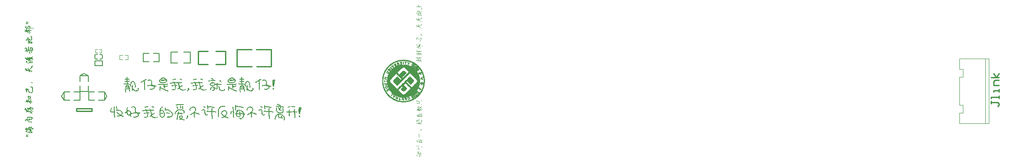
<source format=gto>
G04*
G04 #@! TF.GenerationSoftware,Altium Limited,Altium Designer,19.0.4 (130)*
G04*
G04 Layer_Color=65535*
%FSLAX25Y25*%
%MOIN*%
G70*
G01*
G75*
%ADD10C,0.00787*%
%ADD11C,0.00069*%
%ADD12C,0.00394*%
%ADD13C,0.01000*%
%ADD14C,0.01063*%
%ADD15C,0.00315*%
%ADD16C,0.00400*%
%ADD17C,0.00787*%
G36*
X300947Y88549D02*
X304324D01*
X304329D01*
X304344D01*
X304363D01*
X304398D01*
X304432Y88544D01*
X304476D01*
X304568Y88534D01*
X304681Y88515D01*
X304793Y88491D01*
X304905Y88456D01*
X305008Y88412D01*
X305003D01*
X304993Y88403D01*
X304978Y88393D01*
X304959Y88378D01*
X304929Y88359D01*
X304900Y88334D01*
X304861Y88300D01*
X304817Y88266D01*
X304768Y88227D01*
X304715Y88178D01*
X304656Y88125D01*
X304598Y88066D01*
X304529Y88003D01*
X304456Y87929D01*
X304383Y87851D01*
X304305Y87768D01*
X304246Y87807D01*
X304559Y88334D01*
X304554D01*
X304549Y88339D01*
X304520Y88344D01*
X304481Y88354D01*
X304422Y88364D01*
X304359Y88369D01*
X304285Y88373D01*
X304207Y88378D01*
X304129Y88373D01*
X300928D01*
X301045Y87222D01*
X301845D01*
Y87231D01*
X301840Y87251D01*
X301835Y87285D01*
X301831Y87324D01*
X301826Y87378D01*
X301816Y87436D01*
X301797Y87563D01*
X301777Y87690D01*
X301767Y87749D01*
X301753Y87807D01*
X301743Y87856D01*
X301733Y87895D01*
X301718Y87924D01*
X301709Y87944D01*
X301943Y88120D01*
Y88081D01*
X301948Y88051D01*
Y88022D01*
X301953Y87983D01*
Y87934D01*
X301962Y87881D01*
X301967Y87817D01*
X301972Y87744D01*
X301982Y87661D01*
X301997Y87563D01*
X302006Y87461D01*
X302021Y87349D01*
X302041Y87222D01*
X302763D01*
Y87227D01*
X302758Y87246D01*
Y87275D01*
X302753Y87314D01*
X302748Y87363D01*
X302743Y87417D01*
X302724Y87534D01*
X302709Y87661D01*
X302690Y87783D01*
X302680Y87837D01*
X302665Y87885D01*
X302655Y87929D01*
X302646Y87963D01*
X302841Y88139D01*
Y88125D01*
X302846Y88110D01*
Y88086D01*
X302851Y88056D01*
X302855Y88017D01*
X302865Y87973D01*
X302870Y87924D01*
X302880Y87861D01*
X302885Y87798D01*
X302894Y87720D01*
X302904Y87637D01*
X302919Y87544D01*
X302929Y87446D01*
X302943Y87339D01*
X302958Y87222D01*
X304383D01*
X304388D01*
X304402D01*
X304427D01*
X304456D01*
X304529Y87217D01*
X304607D01*
X304646Y87212D01*
X304681Y87207D01*
X304705Y87202D01*
X304729Y87197D01*
X304744Y87192D01*
Y87183D01*
X304734Y87173D01*
X304715Y87163D01*
X304383Y86949D01*
X304378Y86953D01*
X304363Y86968D01*
X304339Y86983D01*
X304305Y87007D01*
X304261Y87022D01*
X304202Y87041D01*
X304134Y87046D01*
X304051D01*
X302977D01*
Y87041D01*
X302982Y87022D01*
Y86997D01*
X302987Y86958D01*
X302992Y86914D01*
X302997Y86866D01*
X303012Y86758D01*
X303031Y86646D01*
X303051Y86534D01*
X303060Y86485D01*
X303070Y86446D01*
X303085Y86412D01*
X303095Y86382D01*
X302880Y86168D01*
Y86212D01*
X302875Y86236D01*
Y86270D01*
X302870Y86309D01*
X302865Y86358D01*
X302860Y86412D01*
X302855Y86475D01*
X302846Y86548D01*
X302841Y86631D01*
X302826Y86719D01*
X302816Y86817D01*
X302797Y86929D01*
X302782Y87046D01*
X302060D01*
Y87027D01*
X302065Y86997D01*
X302070Y86963D01*
X302075Y86924D01*
X302080Y86880D01*
X302094Y86778D01*
X302109Y86665D01*
X302123Y86558D01*
X302133Y86514D01*
X302143Y86470D01*
X302148Y86431D01*
X302158Y86402D01*
X301962Y86207D01*
Y86246D01*
X301958Y86270D01*
Y86304D01*
X301953Y86339D01*
X301948Y86387D01*
X301943Y86436D01*
X301938Y86500D01*
X301928Y86568D01*
X301923Y86641D01*
X301909Y86729D01*
X301899Y86826D01*
X301879Y86929D01*
X301865Y87046D01*
X301064D01*
X301162Y86051D01*
X301167D01*
X301177D01*
X301191D01*
X301216D01*
X301245D01*
X301279D01*
X301318D01*
X301367D01*
X301469D01*
X301591Y86046D01*
X301728Y86041D01*
X301875Y86036D01*
X302036Y86026D01*
X302202Y86016D01*
X302377Y86002D01*
X302553Y85987D01*
X302909Y85938D01*
X303080Y85909D01*
X303251Y85875D01*
X303260D01*
X303290Y85865D01*
X303339Y85851D01*
X303402Y85836D01*
X303475Y85807D01*
X303568Y85777D01*
X303670Y85738D01*
X303783Y85694D01*
X303909Y85636D01*
X304036Y85577D01*
X304173Y85504D01*
X304315Y85421D01*
X304456Y85333D01*
X304603Y85231D01*
X304744Y85119D01*
X304890Y84996D01*
X304812Y84938D01*
X304803Y84943D01*
X304778Y84962D01*
X304739Y84992D01*
X304685Y85031D01*
X304622Y85075D01*
X304544Y85128D01*
X304456Y85182D01*
X304354Y85241D01*
X304246Y85304D01*
X304134Y85367D01*
X304012Y85426D01*
X303880Y85484D01*
X303748Y85543D01*
X303612Y85592D01*
X303470Y85636D01*
X303329Y85670D01*
X303319D01*
X303295Y85680D01*
X303251Y85685D01*
X303197Y85694D01*
X303124Y85709D01*
X303041Y85724D01*
X302948Y85738D01*
X302841Y85758D01*
X302724Y85772D01*
X302602Y85787D01*
X302470Y85802D01*
X302328Y85816D01*
X302182Y85831D01*
X302031Y85841D01*
X301718Y85855D01*
X301713D01*
X301709D01*
X301679D01*
X301640D01*
X301582D01*
X301513D01*
X301435D01*
X301352D01*
X301260D01*
X301074Y85851D01*
X300981Y85846D01*
X300894Y85841D01*
X300811Y85831D01*
X300738Y85821D01*
X300669Y85811D01*
X300616Y85797D01*
X300576Y85875D01*
X300986Y86051D01*
X300752Y88334D01*
X300557Y88471D01*
X300772Y88705D01*
X300947Y88549D01*
D02*
G37*
G36*
X304793Y84094D02*
X304798Y84035D01*
Y83967D01*
X304803Y83825D01*
X304807Y83684D01*
X304817Y83552D01*
X304827Y83489D01*
X304832Y83435D01*
X304827D01*
X304817Y83425D01*
X304803Y83415D01*
X304778Y83406D01*
X304744Y83386D01*
X304705Y83362D01*
X304651Y83332D01*
X304593Y83303D01*
X304529Y83264D01*
X304451Y83220D01*
X304363Y83171D01*
X304266Y83113D01*
X304153Y83054D01*
X304036Y82986D01*
X303900Y82913D01*
X303758Y82830D01*
X303768Y82825D01*
X303797Y82801D01*
X303836Y82771D01*
X303895Y82722D01*
X303968Y82664D01*
X304046Y82591D01*
X304134Y82508D01*
X304232Y82415D01*
X304334Y82308D01*
X304437Y82186D01*
X304544Y82059D01*
X304646Y81917D01*
X304749Y81766D01*
X304851Y81605D01*
X304944Y81429D01*
X305027Y81249D01*
X304929Y81210D01*
Y81214D01*
X304925Y81219D01*
X304915Y81234D01*
X304905Y81253D01*
X304876Y81302D01*
X304837Y81371D01*
X304788Y81454D01*
X304725Y81546D01*
X304656Y81649D01*
X304573Y81766D01*
X304481Y81883D01*
X304383Y82005D01*
X304271Y82132D01*
X304153Y82254D01*
X304027Y82381D01*
X303895Y82498D01*
X303753Y82610D01*
X303602Y82713D01*
X303597Y82708D01*
X303573Y82698D01*
X303543Y82683D01*
X303500Y82659D01*
X303451Y82635D01*
X303397Y82605D01*
X303334Y82571D01*
X303270Y82537D01*
X303138Y82469D01*
X303007Y82400D01*
X302953Y82371D01*
X302899Y82342D01*
X302855Y82322D01*
X302821Y82303D01*
X302826D01*
X302836Y82298D01*
X302851Y82293D01*
X302870Y82283D01*
X302899Y82269D01*
X302929Y82259D01*
X303002Y82225D01*
X303095Y82186D01*
X303192Y82137D01*
X303299Y82088D01*
X303407Y82029D01*
X303368Y81951D01*
X303363D01*
X303353Y81956D01*
X303339Y81966D01*
X303314Y81976D01*
X303260Y81990D01*
X303192Y82010D01*
Y82005D01*
X303197Y81995D01*
Y81981D01*
X303202Y81961D01*
X303207Y81932D01*
X303212Y81903D01*
X303221Y81863D01*
X303226Y81820D01*
X303236Y81771D01*
X303246Y81717D01*
X303265Y81600D01*
X303285Y81458D01*
X303309Y81307D01*
X303973D01*
X303739Y82147D01*
X303836Y82166D01*
Y82161D01*
X303841Y82147D01*
X303851Y82122D01*
X303861Y82088D01*
X303875Y82049D01*
X303895Y82000D01*
X303914Y81942D01*
X303934Y81883D01*
X303958Y81815D01*
X303983Y81741D01*
X304036Y81590D01*
X304095Y81424D01*
X304158Y81253D01*
X304222Y81078D01*
X304280Y80912D01*
X304339Y80751D01*
X304368Y80678D01*
X304398Y80609D01*
X304422Y80546D01*
X304446Y80487D01*
X304466Y80434D01*
X304485Y80390D01*
X304505Y80351D01*
X304520Y80321D01*
X304529Y80302D01*
X304539Y80292D01*
X304324Y79999D01*
Y80014D01*
X304319Y80033D01*
X304315Y80058D01*
X304310Y80092D01*
X304300Y80136D01*
X304285Y80190D01*
X304271Y80253D01*
X304256Y80321D01*
X304237Y80404D01*
X304212Y80497D01*
X304183Y80600D01*
X304153Y80717D01*
X304115Y80844D01*
X304075Y80980D01*
X304031Y81132D01*
X303329D01*
Y81127D01*
X303334Y81107D01*
X303339Y81073D01*
X303348Y81034D01*
X303358Y80985D01*
X303368Y80931D01*
X303387Y80814D01*
X303412Y80697D01*
X303426Y80639D01*
X303436Y80590D01*
X303446Y80546D01*
X303456Y80507D01*
X303461Y80483D01*
X303465Y80468D01*
X303270Y80234D01*
Y80282D01*
X303265Y80307D01*
Y80341D01*
X303260Y80385D01*
X303256Y80434D01*
X303251Y80492D01*
X303241Y80556D01*
X303231Y80629D01*
X303221Y80712D01*
X303207Y80805D01*
X303192Y80902D01*
X303173Y81014D01*
X303153Y81132D01*
X302880D01*
X302875D01*
X302870D01*
X302836D01*
X302792Y81127D01*
X302738D01*
X302680Y81117D01*
X302616Y81107D01*
X302558Y81093D01*
X302509Y81073D01*
Y81068D01*
X302514Y81049D01*
X302519Y81024D01*
X302524Y80990D01*
X302533Y80946D01*
X302543Y80897D01*
X302568Y80795D01*
X302597Y80678D01*
X302626Y80570D01*
X302641Y80522D01*
X302655Y80478D01*
X302670Y80439D01*
X302685Y80409D01*
X302489Y80234D01*
X302392Y80448D01*
X302387Y80453D01*
X302377Y80458D01*
X302363Y80473D01*
X302338Y80492D01*
X302309Y80512D01*
X302280Y80536D01*
X302197Y80600D01*
X302109Y80668D01*
X302006Y80741D01*
X301899Y80814D01*
X301787Y80888D01*
X301782D01*
X301772Y80897D01*
X301757Y80907D01*
X301738Y80917D01*
X301684Y80946D01*
X301621Y80985D01*
X301548Y81024D01*
X301474Y81058D01*
X301401Y81093D01*
X301338Y81112D01*
Y81107D01*
X301343Y81088D01*
X301347Y81053D01*
X301352Y81014D01*
X301362Y80966D01*
X301372Y80912D01*
X301382Y80853D01*
X301391Y80790D01*
X301416Y80653D01*
X301435Y80526D01*
X301445Y80468D01*
X301455Y80414D01*
X301465Y80370D01*
X301474Y80331D01*
X301279Y80116D01*
Y80136D01*
X301274Y80165D01*
X301269Y80199D01*
Y80248D01*
X301260Y80302D01*
X301255Y80365D01*
X301245Y80434D01*
X301240Y80517D01*
X301230Y80600D01*
X301216Y80697D01*
X301206Y80795D01*
X301191Y80902D01*
X301177Y81014D01*
X301162Y81136D01*
X301143Y81258D01*
Y81268D01*
X301138Y81288D01*
X301133Y81322D01*
X301128Y81366D01*
X301118Y81419D01*
X301108Y81483D01*
X301099Y81546D01*
X301089Y81620D01*
X301064Y81761D01*
X301045Y81903D01*
X301035Y81966D01*
X301021Y82020D01*
X301016Y82069D01*
X301006Y82108D01*
X301182Y82303D01*
Y82283D01*
X301186Y82264D01*
X301191Y82234D01*
Y82195D01*
X301201Y82147D01*
X301206Y82088D01*
X301211Y82025D01*
X301221Y81951D01*
X301230Y81868D01*
X301245Y81776D01*
X301255Y81678D01*
X301269Y81571D01*
X301284Y81449D01*
X301299Y81327D01*
X301318Y81190D01*
X301572Y81327D01*
Y81322D01*
X301582Y81312D01*
X301601Y81288D01*
X301631Y81258D01*
X301675Y81214D01*
X301733Y81161D01*
X301767Y81132D01*
X301811Y81097D01*
X301860Y81058D01*
X301914Y81014D01*
X301919Y81010D01*
X301928Y81005D01*
X301943Y80990D01*
X301962Y80975D01*
X302016Y80931D01*
X302084Y80883D01*
X302158Y80819D01*
X302236Y80761D01*
X302309Y80697D01*
X302372Y80643D01*
X302197Y81815D01*
X302187Y81810D01*
X302163Y81795D01*
X302123Y81766D01*
X302070Y81732D01*
X302006Y81683D01*
X301923Y81624D01*
X301831Y81561D01*
X301728Y81483D01*
X301670Y81541D01*
X301675Y81546D01*
X301684Y81561D01*
X301709Y81581D01*
X301733Y81610D01*
X301767Y81644D01*
X301806Y81683D01*
X301889Y81771D01*
X301987Y81868D01*
X302089Y81971D01*
X302187Y82064D01*
X302231Y82108D01*
X302275Y82147D01*
X302285D01*
X302309Y82137D01*
X302348Y82127D01*
X302397Y82112D01*
X302450Y82098D01*
X302504Y82083D01*
X302558Y82064D01*
X302607Y82049D01*
X302602Y82044D01*
X302587Y82034D01*
X302558Y82020D01*
X302524Y82000D01*
X302485Y81971D01*
X302436Y81942D01*
X302377Y81907D01*
X302314Y81873D01*
X302470Y81210D01*
X302626Y81366D01*
X302631D01*
X302646Y81356D01*
X302670Y81346D01*
X302704Y81336D01*
X302748Y81327D01*
X302797Y81317D01*
X302855Y81312D01*
X302919Y81307D01*
X303134D01*
Y81312D01*
X303129Y81327D01*
Y81346D01*
X303124Y81371D01*
X303119Y81405D01*
X303114Y81444D01*
X303095Y81532D01*
X303080Y81624D01*
X303060Y81727D01*
X303036Y81824D01*
X303016Y81912D01*
X303153Y82029D01*
X303148D01*
X303143Y82034D01*
X303114Y82044D01*
X303065Y82064D01*
X303002Y82088D01*
X302924Y82117D01*
X302836Y82147D01*
X302729Y82186D01*
X302616Y82225D01*
X302494Y82264D01*
X302363Y82303D01*
X302226Y82342D01*
X302084Y82386D01*
X301792Y82459D01*
X301640Y82488D01*
X301494Y82517D01*
X301489D01*
X301484D01*
X301455Y82527D01*
X301411Y82532D01*
X301352Y82542D01*
X301279Y82556D01*
X301201Y82571D01*
X301113Y82581D01*
X301021Y82595D01*
X300835Y82620D01*
X300747Y82625D01*
X300664Y82635D01*
X300586D01*
X300518D01*
X300459Y82625D01*
X300420Y82615D01*
X300401Y82693D01*
X300752Y82927D01*
X300757Y82923D01*
X300767Y82913D01*
X300796Y82898D01*
X300830Y82883D01*
X300884Y82859D01*
X300952Y82835D01*
X300996Y82825D01*
X301040Y82815D01*
X301094Y82801D01*
X301152Y82791D01*
X301157D01*
X301167Y82786D01*
X301186D01*
X301211Y82781D01*
X301245Y82771D01*
X301284Y82766D01*
X301328Y82757D01*
X301377Y82747D01*
X301435Y82732D01*
X301499Y82718D01*
X301572Y82703D01*
X301645Y82683D01*
X301728Y82664D01*
X301811Y82644D01*
X301904Y82620D01*
X302001Y82595D01*
Y82605D01*
X301997Y82620D01*
X301992Y82639D01*
X301987Y82683D01*
X301972Y82747D01*
X301958Y82825D01*
X301943Y82908D01*
X301923Y83001D01*
X301904Y83098D01*
X301865Y83298D01*
X301845Y83396D01*
X301831Y83484D01*
X301811Y83567D01*
X301792Y83640D01*
X301777Y83703D01*
X301767Y83747D01*
X301962Y83981D01*
Y83977D01*
X301967Y83962D01*
Y83942D01*
X301972Y83913D01*
X301977Y83874D01*
X301982Y83830D01*
X301992Y83786D01*
X301997Y83733D01*
X302016Y83611D01*
X302036Y83479D01*
X302055Y83342D01*
X302080Y83201D01*
X302314Y83435D01*
X302319Y83430D01*
X302328Y83420D01*
X302353Y83406D01*
X302372Y83391D01*
X302397Y83381D01*
X302426Y83367D01*
X302460Y83352D01*
X302499Y83332D01*
X302543Y83318D01*
X302597Y83298D01*
X302655Y83274D01*
X302724Y83254D01*
X302802Y83230D01*
X302807D01*
X302821Y83225D01*
X302846Y83215D01*
X302875Y83205D01*
X302914Y83196D01*
X302958Y83181D01*
X303007Y83162D01*
X303060Y83147D01*
X303187Y83098D01*
X303319Y83049D01*
X303461Y82991D01*
X303602Y82927D01*
X303607Y82932D01*
X303622Y82942D01*
X303646Y82957D01*
X303680Y82976D01*
X303719Y83001D01*
X303768Y83030D01*
X303866Y83093D01*
X303978Y83162D01*
X304090Y83235D01*
X304139Y83274D01*
X304188Y83308D01*
X304232Y83337D01*
X304266Y83367D01*
X304275Y83371D01*
X304295Y83391D01*
X304324Y83420D01*
X304363Y83454D01*
X304407Y83493D01*
X304451Y83537D01*
X304490Y83576D01*
X304529Y83620D01*
X304534Y83625D01*
X304544Y83645D01*
X304554Y83664D01*
X304563Y83684D01*
X304573Y83713D01*
X304583Y83747D01*
X304593Y83786D01*
X304607Y83830D01*
X304622Y83889D01*
X304637Y83952D01*
X304651Y84021D01*
X304666Y84103D01*
X304681Y84191D01*
X304695Y84294D01*
X304793D01*
Y84094D01*
D02*
G37*
G36*
X302119Y79204D02*
X302123Y79180D01*
X302128Y79145D01*
Y79101D01*
X302133Y79053D01*
X302138Y78989D01*
X302148Y78921D01*
X302158Y78838D01*
X302167Y78745D01*
X302177Y78648D01*
X302187Y78531D01*
X302202Y78408D01*
X302216Y78272D01*
X302236Y78125D01*
X303368Y78047D01*
X303543Y78203D01*
Y78169D01*
X303548Y78140D01*
Y78106D01*
X303553Y78062D01*
X303558Y78003D01*
X303563Y77940D01*
X303568Y77867D01*
X303578Y77779D01*
X303583Y77686D01*
X303592Y77579D01*
X303602Y77462D01*
X303617Y77330D01*
X303626Y77188D01*
X303641Y77032D01*
X303646D01*
X303656D01*
X303670D01*
X303690D01*
X303739D01*
X303792Y77027D01*
X303846Y77023D01*
X303890Y77013D01*
X303909Y77008D01*
X303919Y76998D01*
X303924Y76993D01*
Y76983D01*
X303914Y76974D01*
X303900Y76959D01*
X303871Y76940D01*
X303831Y76905D01*
X303778Y76866D01*
X303739Y76847D01*
X303700Y76818D01*
X303656Y76788D01*
X303602Y76759D01*
X303597Y76764D01*
X303587Y76774D01*
X303573Y76788D01*
X303548Y76808D01*
X303514Y76827D01*
X303470Y76842D01*
X303417Y76852D01*
X303348Y76857D01*
X302353D01*
X302431Y76056D01*
X302436D01*
X302446D01*
X302470D01*
X302494D01*
X302529D01*
X302572D01*
X302621Y76061D01*
X302675D01*
X302733D01*
X302797D01*
X302934Y76066D01*
X303090D01*
X303256Y76071D01*
X303431D01*
X303607Y76076D01*
X303787D01*
X303963Y76081D01*
X304134Y76086D01*
X304295Y76091D01*
X304446D01*
X304578Y76095D01*
Y76125D01*
X304573Y76159D01*
X304568Y76203D01*
X304563Y76261D01*
X304559Y76330D01*
X304554Y76408D01*
X304549Y76495D01*
X304539Y76588D01*
X304529Y76686D01*
X304524Y76793D01*
X304515Y76905D01*
X304495Y77140D01*
X304471Y77384D01*
X304451Y77628D01*
X304432Y77862D01*
X304422Y77979D01*
X304407Y78091D01*
X304398Y78194D01*
X304388Y78296D01*
X304378Y78389D01*
X304368Y78472D01*
X304359Y78550D01*
X304354Y78613D01*
X304344Y78672D01*
X304339Y78716D01*
X304329Y78750D01*
X304324Y78770D01*
X304559Y79043D01*
Y78994D01*
X304563Y78945D01*
Y78838D01*
X304568Y78789D01*
Y78735D01*
X304573Y78677D01*
X304578Y78613D01*
Y78540D01*
X304583Y78457D01*
X304588Y78369D01*
X304598Y78272D01*
X304603Y78164D01*
X304607Y78052D01*
X304617Y77925D01*
X304622Y77794D01*
X304632Y77652D01*
X304642Y77496D01*
X304651Y77335D01*
X304666Y77159D01*
X304676Y76974D01*
X304690Y76779D01*
X304705Y76569D01*
X304720Y76349D01*
X304734Y76115D01*
X304929Y75998D01*
X304715Y75763D01*
X304559Y75920D01*
X304549D01*
X304524D01*
X304481D01*
X304417Y75915D01*
X304339D01*
X304246D01*
X304134Y75910D01*
X304007D01*
X303866Y75905D01*
X303705Y75900D01*
X303529D01*
X303339Y75895D01*
X303134Y75890D01*
X302914D01*
X302680Y75885D01*
X302431Y75881D01*
Y75856D01*
X302436Y75827D01*
X302441Y75793D01*
X302446Y75749D01*
X302450Y75695D01*
X302465Y75588D01*
X302480Y75471D01*
X302489Y75412D01*
X302494Y75363D01*
X302504Y75315D01*
X302514Y75275D01*
X302519Y75241D01*
X302529Y75217D01*
X302333Y74983D01*
Y75017D01*
X302328Y75046D01*
Y75080D01*
X302324Y75124D01*
Y75173D01*
X302319Y75227D01*
X302314Y75290D01*
X302309Y75358D01*
X302304Y75432D01*
X302299Y75510D01*
X302294Y75593D01*
X302289Y75685D01*
X302280Y75783D01*
X302275Y75881D01*
X301435D01*
X301431D01*
X301416D01*
X301391D01*
X301357D01*
X301318D01*
X301274D01*
X301172Y75871D01*
X301064Y75856D01*
X300947Y75832D01*
X300845Y75793D01*
X300796Y75773D01*
X300752Y75744D01*
X300713Y75783D01*
X301006Y76134D01*
X301011Y76130D01*
X301021Y76120D01*
X301045Y76105D01*
X301084Y76091D01*
X301113Y76081D01*
X301147Y76071D01*
X301182Y76066D01*
X301230Y76061D01*
X301279Y76056D01*
X301338D01*
X301401D01*
X301474D01*
X302255D01*
X302177Y76857D01*
X301240D01*
X301235D01*
X301216D01*
X301191D01*
X301157D01*
X301113D01*
X301069D01*
X300962Y76852D01*
X300850Y76837D01*
X300747Y76818D01*
X300698Y76803D01*
X300659Y76783D01*
X300620Y76764D01*
X300596Y76740D01*
X300537Y76798D01*
X300850Y77130D01*
Y77125D01*
X300855Y77110D01*
X300874Y77096D01*
X300889Y77086D01*
X300903Y77076D01*
X300928Y77066D01*
X300957Y77057D01*
X300996Y77047D01*
X301040Y77037D01*
X301089Y77032D01*
X301152D01*
X301221D01*
X301299D01*
X302158D01*
X302080Y77950D01*
X301103Y78008D01*
X301099D01*
X301089D01*
X301074D01*
X301050D01*
X301025D01*
X300991D01*
X300913D01*
X300830Y78003D01*
X300733Y77994D01*
X300635Y77974D01*
X300537Y77950D01*
X300479Y78008D01*
X300811Y78321D01*
X300816Y78316D01*
X300830Y78301D01*
X300859Y78282D01*
X300894Y78262D01*
X300942Y78238D01*
X301001Y78213D01*
X301064Y78194D01*
X301143Y78184D01*
X302060Y78125D01*
Y78135D01*
X302055Y78160D01*
X302050Y78194D01*
X302045Y78243D01*
X302041Y78301D01*
X302031Y78365D01*
X302021Y78438D01*
X302011Y78511D01*
X301992Y78662D01*
X301982Y78735D01*
X301967Y78799D01*
X301958Y78862D01*
X301948Y78916D01*
X301933Y78955D01*
X301923Y78984D01*
X302119Y79238D01*
Y79204D01*
D02*
G37*
G36*
X302758Y73963D02*
X302748Y73953D01*
X302733Y73938D01*
X302709Y73914D01*
X302675Y73880D01*
X302636Y73841D01*
X302592Y73787D01*
X302538Y73729D01*
X302480Y73655D01*
X302416Y73577D01*
X302343Y73480D01*
X302260Y73377D01*
X302172Y73255D01*
X302075Y73123D01*
X301972Y72977D01*
X301865Y72816D01*
X301875Y72811D01*
X301894Y72787D01*
X301933Y72753D01*
X301982Y72704D01*
X302041Y72645D01*
X302114Y72572D01*
X302187Y72489D01*
X302270Y72401D01*
X302358Y72299D01*
X302446Y72191D01*
X302533Y72074D01*
X302621Y71952D01*
X302709Y71825D01*
X302792Y71689D01*
X302870Y71552D01*
X302938Y71411D01*
X302860Y71372D01*
Y71376D01*
X302855Y71381D01*
X302846Y71396D01*
X302836Y71415D01*
X302802Y71464D01*
X302758Y71533D01*
X302699Y71620D01*
X302621Y71718D01*
X302533Y71830D01*
X302431Y71957D01*
X302309Y72094D01*
X302177Y72235D01*
X302026Y72387D01*
X301855Y72543D01*
X301670Y72699D01*
X301465Y72865D01*
X301245Y73026D01*
X301006Y73187D01*
Y73163D01*
X301011Y73138D01*
Y73114D01*
X301016Y73084D01*
X301021Y73016D01*
X301025Y72933D01*
X301035Y72835D01*
X301045Y72733D01*
X301055Y72621D01*
X301079Y72396D01*
X301089Y72284D01*
X301103Y72182D01*
X301118Y72089D01*
X301133Y72001D01*
X301147Y71933D01*
X301152Y71903D01*
X301162Y71879D01*
X300928Y71625D01*
Y71703D01*
X300923Y71752D01*
Y71811D01*
X300918Y71879D01*
X300913Y71967D01*
X300908Y72060D01*
X300899Y72172D01*
X300889Y72299D01*
X300879Y72440D01*
X300864Y72596D01*
X300850Y72772D01*
X300830Y72962D01*
X300811Y73167D01*
X300596Y73363D01*
X300908Y73636D01*
X300967Y73480D01*
X300972Y73475D01*
X300981Y73470D01*
X301001Y73455D01*
X301025Y73436D01*
X301060Y73411D01*
X301099Y73387D01*
X301143Y73353D01*
X301191Y73314D01*
X301250Y73270D01*
X301313Y73226D01*
X301382Y73172D01*
X301455Y73119D01*
X301611Y72997D01*
X301787Y72855D01*
X301792Y72865D01*
X301801Y72884D01*
X301821Y72923D01*
X301845Y72972D01*
X301879Y73031D01*
X301914Y73099D01*
X301953Y73172D01*
X301997Y73255D01*
X302089Y73431D01*
X302182Y73611D01*
X302270Y73787D01*
X302314Y73870D01*
X302353Y73948D01*
X302358D01*
X302363D01*
X302377D01*
X302397Y73953D01*
X302441D01*
X302499Y73958D01*
X302563Y73963D01*
X302631D01*
X302699Y73968D01*
X302763D01*
X302758Y73963D01*
D02*
G37*
G36*
X304559Y74168D02*
X304563Y74124D01*
Y74065D01*
X304568Y74002D01*
Y73919D01*
X304573Y73826D01*
X304583Y73719D01*
X304588Y73592D01*
X304593Y73455D01*
X304603Y73299D01*
X304617Y73123D01*
X304627Y72933D01*
Y72909D01*
X304632Y72884D01*
Y72831D01*
X304637Y72762D01*
X304646Y72675D01*
X304651Y72577D01*
X304661Y72470D01*
X304666Y72357D01*
X304685Y72118D01*
X304700Y72001D01*
X304710Y71889D01*
X304720Y71781D01*
X304729Y71684D01*
X304744Y71596D01*
X304754Y71528D01*
X304539Y71254D01*
Y71376D01*
X304534Y71435D01*
Y71498D01*
X304529Y71576D01*
Y71659D01*
X304524Y71757D01*
X304520Y71869D01*
X304515Y71986D01*
X304510Y72118D01*
X304500Y72260D01*
X304490Y72416D01*
X304481Y72582D01*
X303153Y72601D01*
Y72587D01*
X303158Y72562D01*
Y72538D01*
X303163Y72504D01*
X303168Y72470D01*
X303173Y72387D01*
X303182Y72294D01*
X303192Y72196D01*
X303202Y72108D01*
X303207Y72069D01*
X303212Y72035D01*
X303016Y71801D01*
Y71889D01*
X303012Y71923D01*
Y72021D01*
X303007Y72079D01*
Y72143D01*
X303002Y72211D01*
X302997Y72289D01*
X302992Y72377D01*
X302982Y72470D01*
X302977Y72567D01*
X302968Y72670D01*
Y72694D01*
X302963Y72723D01*
X302958Y72762D01*
X302953Y72811D01*
X302948Y72865D01*
X302943Y72928D01*
X302938Y72992D01*
X302924Y73128D01*
X302909Y73270D01*
X302894Y73402D01*
X302885Y73465D01*
X302880Y73519D01*
X303095Y73733D01*
Y73655D01*
X303099Y73616D01*
Y73524D01*
X303104Y73460D01*
X303109Y73392D01*
X303114Y73319D01*
X303119Y73231D01*
X303124Y73138D01*
X303134Y73031D01*
X303143Y72918D01*
X303153Y72796D01*
X304481Y72777D01*
Y72787D01*
X304476Y72816D01*
X304471Y72865D01*
X304466Y72923D01*
X304461Y72997D01*
X304451Y73080D01*
X304446Y73172D01*
X304437Y73270D01*
X304417Y73465D01*
X304407Y73563D01*
X304398Y73660D01*
X304388Y73748D01*
X304378Y73826D01*
X304373Y73895D01*
X304363Y73948D01*
X304559Y74260D01*
Y74168D01*
D02*
G37*
G36*
X301839Y71681D02*
X301840Y71684D01*
X301845D01*
X301839Y71681D01*
D02*
G37*
G36*
X301835Y71674D02*
Y71659D01*
X301840Y71640D01*
X301855Y71611D01*
X301870Y71591D01*
X301889Y71567D01*
X301914Y71542D01*
X301948Y71518D01*
X301987Y71484D01*
X302031Y71450D01*
X302036D01*
X302041Y71440D01*
X302055Y71430D01*
X302075Y71415D01*
X302128Y71376D01*
X302202Y71328D01*
X302285Y71264D01*
X302382Y71201D01*
X302485Y71127D01*
X302597Y71049D01*
X302602D01*
X302611Y71040D01*
X302626Y71030D01*
X302650Y71015D01*
X302675Y70996D01*
X302709Y70971D01*
X302787Y70923D01*
X302885Y70859D01*
X302992Y70786D01*
X303109Y70708D01*
X303231Y70630D01*
X303036Y71586D01*
X303153Y71606D01*
Y71601D01*
X303158Y71591D01*
X303163Y71576D01*
X303168Y71557D01*
X303173Y71533D01*
X303182Y71503D01*
X303207Y71430D01*
X303231Y71342D01*
X303260Y71245D01*
X303295Y71142D01*
X303329Y71035D01*
X303412Y70810D01*
X303451Y70708D01*
X303490Y70610D01*
X303529Y70522D01*
X303568Y70449D01*
X303587Y70420D01*
X303607Y70395D01*
X303626Y70371D01*
X303641Y70357D01*
X303329Y70142D01*
X303231Y70395D01*
X303221Y70405D01*
X303212Y70415D01*
X303192Y70430D01*
X303168Y70454D01*
X303134Y70478D01*
X303095Y70513D01*
X303041Y70552D01*
X302982Y70596D01*
X302909Y70649D01*
X302826Y70708D01*
X302729Y70776D01*
X302616Y70849D01*
X302494Y70932D01*
X302353Y71020D01*
X302197Y71118D01*
Y71108D01*
X302206Y71084D01*
X302211Y71049D01*
X302226Y71001D01*
X302241Y70942D01*
X302260Y70874D01*
X302280Y70805D01*
X302299Y70732D01*
X302348Y70576D01*
X302377Y70503D01*
X302402Y70435D01*
X302431Y70371D01*
X302455Y70317D01*
X302485Y70274D01*
X302509Y70239D01*
X302197Y70044D01*
X302177Y70239D01*
X302172Y70244D01*
X302158Y70249D01*
X302138Y70259D01*
X302109Y70278D01*
X302075Y70298D01*
X302031Y70322D01*
X301982Y70352D01*
X301923Y70381D01*
X301860Y70415D01*
X301787Y70454D01*
X301713Y70498D01*
X301631Y70542D01*
X301543Y70586D01*
X301450Y70635D01*
X301352Y70683D01*
X301250Y70737D01*
X301245Y70742D01*
X301225Y70747D01*
X301196Y70762D01*
X301157Y70781D01*
X301113Y70801D01*
X301064Y70825D01*
X301006Y70845D01*
X300942Y70869D01*
X300816Y70913D01*
X300689Y70942D01*
X300630Y70952D01*
X300572Y70957D01*
X300523Y70952D01*
X300479Y70942D01*
X300440Y71001D01*
X300811Y71274D01*
Y71254D01*
X300820Y71235D01*
X300835Y71206D01*
X300864Y71171D01*
X300889Y71147D01*
X300913Y71127D01*
X300942Y71103D01*
X300981Y71074D01*
X301025Y71049D01*
X301074Y71020D01*
X301079D01*
X301089Y71010D01*
X301103Y71001D01*
X301133Y70991D01*
X301167Y70971D01*
X301206Y70947D01*
X301260Y70918D01*
X301318Y70888D01*
X301387Y70849D01*
X301469Y70805D01*
X301557Y70757D01*
X301660Y70698D01*
X301772Y70639D01*
X301894Y70571D01*
X302031Y70498D01*
X302177Y70415D01*
X302041Y71196D01*
X302036Y71201D01*
X302026Y71206D01*
X302006Y71220D01*
X301977Y71235D01*
X301948Y71254D01*
X301914Y71274D01*
X301831Y71323D01*
X301738Y71367D01*
X301645Y71401D01*
X301553Y71425D01*
X301513Y71430D01*
X301474D01*
X301435Y71489D01*
X301839Y71681D01*
X301835Y71674D01*
D02*
G37*
G36*
X303836Y71796D02*
X303841Y71786D01*
X303851Y71767D01*
X303861Y71742D01*
X303871Y71708D01*
X303885Y71674D01*
X303905Y71630D01*
X303919Y71581D01*
X303963Y71474D01*
X304012Y71352D01*
X304066Y71225D01*
X304119Y71088D01*
X304178Y70952D01*
X304237Y70815D01*
X304290Y70688D01*
X304349Y70566D01*
X304398Y70459D01*
X304422Y70410D01*
X304446Y70371D01*
X304466Y70332D01*
X304485Y70303D01*
X304505Y70278D01*
X304520Y70259D01*
X304266Y69947D01*
Y69951D01*
X304261Y69966D01*
Y69990D01*
X304251Y70029D01*
X304241Y70078D01*
X304227Y70142D01*
X304207Y70220D01*
X304183Y70317D01*
X304153Y70430D01*
X304119Y70557D01*
X304100Y70630D01*
X304075Y70708D01*
X304051Y70791D01*
X304027Y70879D01*
X303997Y70971D01*
X303968Y71069D01*
X303934Y71171D01*
X303900Y71284D01*
X303866Y71396D01*
X303827Y71518D01*
X303783Y71650D01*
X303739Y71781D01*
X303836Y71801D01*
Y71796D01*
D02*
G37*
G36*
X304158Y66052D02*
X304168D01*
X304193Y66047D01*
X304227Y66038D01*
X304275Y66023D01*
X304334Y66004D01*
X304402Y65979D01*
X304471Y65945D01*
X304549Y65906D01*
X304559Y65901D01*
X304583Y65882D01*
X304622Y65852D01*
X304671Y65803D01*
X304729Y65740D01*
X304798Y65657D01*
X304827Y65613D01*
X304861Y65559D01*
X304895Y65501D01*
X304929Y65437D01*
X304851Y65340D01*
X304847Y65350D01*
X304827Y65374D01*
X304803Y65408D01*
X304768Y65447D01*
X304729Y65491D01*
X304685Y65540D01*
X304642Y65579D01*
X304598Y65613D01*
X304593Y65618D01*
X304573Y65628D01*
X304549Y65642D01*
X304510Y65657D01*
X304461Y65677D01*
X304398Y65696D01*
X304329Y65716D01*
X304246Y65730D01*
Y65725D01*
X304251Y65711D01*
X304256Y65686D01*
X304261Y65657D01*
Y65589D01*
X304256Y65545D01*
X304246Y65506D01*
Y65501D01*
X304237Y65486D01*
X304227Y65472D01*
X304212Y65447D01*
X304193Y65423D01*
X304168Y65394D01*
X304139Y65369D01*
X304100Y65350D01*
X304095D01*
X304080Y65345D01*
X304061Y65335D01*
X304036Y65330D01*
X303973Y65315D01*
X303939D01*
X303905Y65320D01*
X303900D01*
X303890Y65325D01*
X303871Y65330D01*
X303851Y65340D01*
X303797Y65369D01*
X303768Y65394D01*
X303739Y65418D01*
X303734Y65423D01*
X303724Y65433D01*
X303714Y65447D01*
X303695Y65472D01*
X303665Y65525D01*
X303651Y65559D01*
X303641Y65594D01*
Y65598D01*
X303636Y65613D01*
Y65691D01*
X303641Y65730D01*
X303646Y65774D01*
X303661Y65818D01*
Y65823D01*
X303670Y65838D01*
X303680Y65862D01*
X303695Y65891D01*
X303719Y65921D01*
X303753Y65955D01*
X303787Y65984D01*
X303836Y66013D01*
X303841Y66018D01*
X303861Y66023D01*
X303890Y66033D01*
X303929Y66043D01*
X303973Y66052D01*
X304031Y66057D01*
X304090D01*
X304158Y66052D01*
D02*
G37*
G36*
X302489Y64154D02*
X302494Y64110D01*
X302499Y64052D01*
Y63983D01*
X302509Y63890D01*
X302514Y63788D01*
X302524Y63666D01*
X302533Y63525D01*
X302538Y63446D01*
X302543Y63363D01*
X302548Y63276D01*
X302553Y63183D01*
X302563Y63085D01*
X302568Y62983D01*
X302577Y62875D01*
X302587Y62758D01*
X302597Y62641D01*
X302607Y62514D01*
X302616Y62383D01*
X302626Y62246D01*
Y62231D01*
X302631Y62207D01*
Y62182D01*
X302636Y62148D01*
Y62104D01*
X302641Y62060D01*
X302646Y62007D01*
X302650Y61948D01*
X302655Y61890D01*
X302665Y61753D01*
X302675Y61611D01*
X302690Y61455D01*
X302714Y61138D01*
X302729Y60987D01*
X302743Y60836D01*
X302753Y60704D01*
X302763Y60582D01*
X302768Y60528D01*
X302772Y60479D01*
X302777Y60435D01*
X302782Y60401D01*
X302587Y60030D01*
Y60065D01*
X302582Y60109D01*
Y60167D01*
X302577Y60245D01*
X302572Y60338D01*
X302568Y60450D01*
X302563Y60577D01*
X302553Y60719D01*
X302543Y60879D01*
X302533Y61055D01*
X302519Y61250D01*
X302504Y61455D01*
X302489Y61680D01*
X302470Y61924D01*
X302450Y62178D01*
Y62192D01*
X302446Y62212D01*
Y62241D01*
X302441Y62270D01*
Y62309D01*
X302436Y62353D01*
X302431Y62402D01*
X302421Y62509D01*
X302411Y62636D01*
X302397Y62773D01*
X302382Y62915D01*
X302353Y63202D01*
X302333Y63339D01*
X302319Y63471D01*
X302304Y63588D01*
X302285Y63690D01*
X302280Y63739D01*
X302270Y63778D01*
X302260Y63807D01*
X302255Y63837D01*
X302489Y64208D01*
Y64154D01*
D02*
G37*
G36*
X302860Y58449D02*
X302855D01*
X302846Y58454D01*
X302821Y58449D01*
X302802Y58444D01*
X302777Y58435D01*
X302753Y58420D01*
X302719Y58400D01*
X302680Y58376D01*
X302636Y58347D01*
X302582Y58308D01*
X302524Y58264D01*
X302455Y58210D01*
X302382Y58147D01*
X302377Y58142D01*
X302363Y58132D01*
X302338Y58108D01*
X302304Y58078D01*
X302260Y58044D01*
X302202Y57995D01*
X302138Y57942D01*
X302065Y57883D01*
X301982Y57810D01*
X301884Y57732D01*
X301782Y57649D01*
X301665Y57556D01*
X301543Y57454D01*
X301406Y57341D01*
X301260Y57229D01*
X301103Y57102D01*
X301108D01*
X301118Y57093D01*
X301138Y57078D01*
X301167Y57063D01*
X301201Y57039D01*
X301240Y57015D01*
X301284Y56985D01*
X301338Y56946D01*
X301396Y56907D01*
X301460Y56863D01*
X301596Y56766D01*
X301748Y56653D01*
X301914Y56527D01*
X302089Y56385D01*
X302270Y56229D01*
X302450Y56068D01*
X302636Y55892D01*
X302816Y55707D01*
X302992Y55516D01*
X303158Y55316D01*
X303309Y55111D01*
X303192Y55092D01*
X303187Y55097D01*
X303177Y55111D01*
X303153Y55136D01*
X303129Y55170D01*
X303090Y55209D01*
X303051Y55258D01*
X303002Y55311D01*
X302948Y55370D01*
X302885Y55433D01*
X302821Y55502D01*
X302675Y55653D01*
X302519Y55809D01*
X302343Y55970D01*
X302338Y55975D01*
X302324Y55990D01*
X302294Y56014D01*
X302260Y56043D01*
X302216Y56082D01*
X302163Y56126D01*
X302099Y56175D01*
X302031Y56229D01*
X301953Y56287D01*
X301870Y56351D01*
X301782Y56419D01*
X301689Y56488D01*
X301484Y56624D01*
X301269Y56761D01*
X301265Y56766D01*
X301245Y56775D01*
X301211Y56795D01*
X301172Y56814D01*
X301123Y56844D01*
X301064Y56873D01*
X301006Y56902D01*
X300938Y56937D01*
X300796Y56995D01*
X300723Y57019D01*
X300650Y57039D01*
X300581Y57059D01*
X300518Y57068D01*
X300454D01*
X300401Y57063D01*
X300381Y57122D01*
X300752Y57337D01*
Y57332D01*
X300747Y57322D01*
X300752Y57302D01*
X300757Y57278D01*
X300777Y57249D01*
X300811Y57219D01*
X300830Y57205D01*
X300859Y57190D01*
X300889Y57176D01*
X300928Y57161D01*
X300938Y57166D01*
X300957Y57185D01*
X300991Y57210D01*
X301035Y57244D01*
X301094Y57288D01*
X301157Y57341D01*
X301230Y57395D01*
X301308Y57459D01*
X301474Y57590D01*
X301650Y57727D01*
X301816Y57869D01*
X301899Y57937D01*
X301972Y58000D01*
X301977Y58005D01*
X301987Y58015D01*
X302006Y58034D01*
X302036Y58054D01*
X302065Y58083D01*
X302099Y58117D01*
X302182Y58196D01*
X302275Y58283D01*
X302363Y58376D01*
X302446Y58469D01*
X302485Y58513D01*
X302519Y58557D01*
Y58561D01*
X302524Y58566D01*
X302533Y58581D01*
X302543Y58601D01*
X302558Y58625D01*
X302572Y58654D01*
X302587Y58693D01*
X302607Y58737D01*
X302626Y58786D01*
X302641Y58845D01*
X302660Y58908D01*
X302675Y58976D01*
X302690Y59054D01*
X302704Y59137D01*
X302714Y59230D01*
X302724Y59328D01*
X302821Y59347D01*
X302860Y58449D01*
D02*
G37*
G36*
X302548Y57903D02*
X302543Y57883D01*
Y57708D01*
X302548Y57649D01*
Y57586D01*
X302553Y57512D01*
X302558Y57429D01*
X302563Y57337D01*
X302568Y57234D01*
X302577Y57122D01*
Y57098D01*
X302582Y57063D01*
X302587Y57024D01*
X302592Y56976D01*
X302597Y56922D01*
X302607Y56800D01*
X302621Y56678D01*
X302626Y56619D01*
X302636Y56561D01*
X302641Y56512D01*
X302650Y56473D01*
X302655Y56439D01*
X302665Y56419D01*
X302431Y56185D01*
Y56219D01*
X302436Y56243D01*
Y56302D01*
X302431Y56346D01*
Y56453D01*
X302426Y56517D01*
X302421Y56595D01*
X302416Y56678D01*
X302411Y56771D01*
X302402Y56878D01*
X302392Y56995D01*
Y57005D01*
X302387Y57024D01*
Y57054D01*
X302382Y57098D01*
X302377Y57146D01*
X302372Y57205D01*
X302358Y57332D01*
X302343Y57459D01*
X302333Y57517D01*
X302324Y57571D01*
X302319Y57620D01*
X302309Y57659D01*
X302304Y57688D01*
X302294Y57708D01*
X302548Y57922D01*
Y57903D01*
D02*
G37*
G36*
X303368Y58039D02*
X304422Y57922D01*
X304598Y58078D01*
X304656Y56400D01*
X304661D01*
X304671D01*
X304690D01*
X304710D01*
X304764D01*
X304827D01*
X304886Y56390D01*
X304934Y56375D01*
X304954Y56366D01*
X304969Y56351D01*
X304973Y56341D01*
X304969Y56322D01*
X304637Y56146D01*
X304632Y56151D01*
X304622Y56161D01*
X304607Y56175D01*
X304578Y56195D01*
X304544Y56209D01*
X304495Y56219D01*
X304437Y56224D01*
X304363D01*
X303485Y56204D01*
X303480D01*
X303475D01*
X303461D01*
X303441Y56200D01*
X303397Y56195D01*
X303334Y56190D01*
X303270Y56175D01*
X303197Y56165D01*
X303124Y56146D01*
X303056Y56126D01*
X303016Y56185D01*
X303251Y56380D01*
X303173Y57825D01*
X302997Y57961D01*
X303192Y58176D01*
X303368Y58039D01*
D02*
G37*
G36*
X302060Y54233D02*
X302065Y54204D01*
X302070Y54160D01*
Y54111D01*
X302080Y54048D01*
X302084Y53979D01*
X302094Y53891D01*
X302104Y53799D01*
X302114Y53691D01*
X302123Y53574D01*
X302138Y53442D01*
X302158Y53296D01*
X302177Y53135D01*
X302197Y52964D01*
X302431Y53257D01*
Y53252D01*
X302441Y53242D01*
X302455Y53228D01*
X302480Y53208D01*
X302514Y53189D01*
X302563Y53174D01*
X302626Y53164D01*
X302704Y53159D01*
X304363D01*
X304368D01*
X304383D01*
X304402Y53154D01*
X304432D01*
X304471Y53150D01*
X304510Y53145D01*
X304603Y53130D01*
X304710Y53106D01*
X304817Y53076D01*
X304920Y53037D01*
X304964Y53013D01*
X305008Y52984D01*
X305003D01*
X304993Y52974D01*
X304978Y52964D01*
X304954Y52950D01*
X304925Y52930D01*
X304890Y52901D01*
X304851Y52871D01*
X304807Y52832D01*
X304759Y52789D01*
X304700Y52740D01*
X304642Y52686D01*
X304578Y52623D01*
X304510Y52554D01*
X304441Y52476D01*
X304363Y52393D01*
X304285Y52301D01*
X304227Y52340D01*
X304578Y52906D01*
Y52911D01*
X304568Y52920D01*
X304549Y52930D01*
X304515Y52945D01*
X304495Y52954D01*
X304466Y52959D01*
X304432Y52964D01*
X304388Y52974D01*
X304339Y52979D01*
X304285D01*
X304222Y52984D01*
X304149D01*
X302685D01*
X302680D01*
X302670D01*
X302655D01*
X302631D01*
X302572D01*
X302499D01*
X302426Y52974D01*
X302348Y52959D01*
X302275Y52935D01*
X302216Y52906D01*
Y52896D01*
X302221Y52867D01*
X302226Y52818D01*
X302236Y52759D01*
X302245Y52686D01*
X302255Y52603D01*
X302265Y52515D01*
X302280Y52427D01*
X302304Y52242D01*
X302319Y52154D01*
X302333Y52076D01*
X302343Y52003D01*
X302353Y51944D01*
X302363Y51900D01*
X302367Y51881D01*
X302372Y51871D01*
X302177Y51637D01*
Y51656D01*
X302172Y51681D01*
Y51715D01*
X302167Y51759D01*
X302163Y51812D01*
X302158Y51876D01*
X302153Y51954D01*
X302143Y52037D01*
X302133Y52135D01*
X302123Y52242D01*
X302109Y52359D01*
X302094Y52486D01*
X302080Y52623D01*
X302060Y52774D01*
X302041Y52935D01*
Y52945D01*
X302036Y52974D01*
X302031Y53018D01*
X302021Y53076D01*
X302011Y53145D01*
X302001Y53228D01*
X301987Y53311D01*
X301972Y53403D01*
X301948Y53589D01*
X301933Y53681D01*
X301919Y53764D01*
X301904Y53847D01*
X301889Y53916D01*
X301875Y53974D01*
X301865Y54018D01*
X302060Y54272D01*
Y54233D01*
D02*
G37*
G36*
X301006Y53857D02*
X301011Y53838D01*
Y53808D01*
X301016Y53774D01*
X301021Y53725D01*
X301030Y53672D01*
X301035Y53608D01*
X301045Y53540D01*
X301055Y53467D01*
X301064Y53389D01*
X301084Y53223D01*
X301108Y53052D01*
X301133Y52876D01*
Y52871D01*
X301138Y52857D01*
Y52832D01*
X301143Y52803D01*
X301152Y52764D01*
X301157Y52720D01*
X301172Y52623D01*
X301191Y52515D01*
X301216Y52408D01*
X301235Y52305D01*
X301250Y52261D01*
X301260Y52222D01*
X301045Y52008D01*
Y52022D01*
X301040Y52042D01*
Y52071D01*
X301035Y52100D01*
Y52144D01*
X301030Y52193D01*
X301025Y52247D01*
X301016Y52305D01*
X301011Y52374D01*
X301001Y52452D01*
X300991Y52530D01*
X300981Y52618D01*
X300967Y52710D01*
X300952Y52808D01*
X300938Y52915D01*
Y52920D01*
X300933Y52940D01*
X300928Y52969D01*
X300923Y53008D01*
X300918Y53052D01*
X300908Y53106D01*
X300889Y53223D01*
X300869Y53345D01*
X300845Y53457D01*
X300835Y53511D01*
X300825Y53559D01*
X300820Y53599D01*
X300811Y53628D01*
X301006Y53862D01*
Y53857D01*
D02*
G37*
G36*
X301943Y51730D02*
X301953Y51705D01*
X301967Y51676D01*
X301992Y51637D01*
X302021Y51598D01*
X302026Y51593D01*
X302041Y51573D01*
X302065Y51549D01*
X302104Y51510D01*
X302153Y51456D01*
X302216Y51393D01*
X302299Y51315D01*
X302392Y51227D01*
X304812Y51207D01*
X304817D01*
X304822D01*
X304851D01*
X304890Y51202D01*
X304934Y51198D01*
X304969Y51188D01*
X304983Y51183D01*
X304993Y51173D01*
X304998Y51163D01*
X304993Y51154D01*
X304988Y51144D01*
X304969Y51129D01*
X304656Y50934D01*
Y50939D01*
X304646Y50949D01*
X304632Y50963D01*
X304603Y50983D01*
X304568Y51002D01*
X304515Y51017D01*
X304446Y51027D01*
X304407Y51032D01*
X304363D01*
X302568Y51051D01*
X302572Y51046D01*
X302582Y51037D01*
X302597Y51022D01*
X302621Y50993D01*
X302650Y50963D01*
X302690Y50919D01*
X302729Y50871D01*
X302777Y50817D01*
X302836Y50749D01*
X302894Y50675D01*
X302963Y50592D01*
X303036Y50500D01*
X303114Y50397D01*
X303202Y50285D01*
X303290Y50168D01*
X303387Y50036D01*
X303309Y49997D01*
X303304Y50007D01*
X303285Y50026D01*
X303256Y50065D01*
X303212Y50109D01*
X303163Y50168D01*
X303104Y50236D01*
X303036Y50314D01*
X302958Y50397D01*
X302880Y50490D01*
X302792Y50583D01*
X302611Y50778D01*
X302416Y50973D01*
X302216Y51159D01*
X302211Y51163D01*
X302192Y51178D01*
X302167Y51202D01*
X302133Y51232D01*
X302089Y51266D01*
X302045Y51305D01*
X301938Y51393D01*
X301826Y51471D01*
X301772Y51505D01*
X301723Y51539D01*
X301675Y51564D01*
X301635Y51578D01*
X301596Y51583D01*
X301572Y51578D01*
X301553Y51637D01*
X301943Y51773D01*
Y51730D01*
D02*
G37*
G36*
X300830Y51681D02*
X300835Y51656D01*
X300850Y51622D01*
X300879Y51569D01*
X300903Y51539D01*
X300928Y51505D01*
X300962Y51466D01*
X301001Y51427D01*
X301050Y51378D01*
X301103Y51324D01*
X301108Y51320D01*
X301118Y51310D01*
X301138Y51295D01*
X301162Y51266D01*
X301191Y51237D01*
X301230Y51198D01*
X301279Y51149D01*
X301328Y51095D01*
X301391Y51032D01*
X301455Y50959D01*
X301528Y50876D01*
X301606Y50788D01*
X301689Y50690D01*
X301782Y50588D01*
X301879Y50471D01*
X301982Y50349D01*
X301904Y50290D01*
X301899Y50300D01*
X301875Y50319D01*
X301845Y50353D01*
X301801Y50397D01*
X301753Y50451D01*
X301694Y50514D01*
X301626Y50583D01*
X301557Y50656D01*
X301401Y50812D01*
X301240Y50968D01*
X301162Y51046D01*
X301084Y51115D01*
X301006Y51178D01*
X300938Y51237D01*
X300933Y51241D01*
X300923Y51251D01*
X300903Y51261D01*
X300879Y51281D01*
X300850Y51300D01*
X300816Y51324D01*
X300742Y51373D01*
X300664Y51417D01*
X300581Y51451D01*
X300547Y51461D01*
X300513Y51471D01*
X300484Y51466D01*
X300459Y51461D01*
X300440Y51520D01*
X300830Y51695D01*
Y51681D01*
D02*
G37*
G36*
X301943Y49002D02*
X303543Y48845D01*
X303700Y49021D01*
X303817Y47752D01*
X303822D01*
X303836D01*
X303856D01*
X303885D01*
X303919D01*
X303958D01*
X304041D01*
X304124Y47747D01*
X304163Y47743D01*
X304197Y47738D01*
X304222Y47728D01*
X304246Y47718D01*
X304261Y47708D01*
X304266Y47694D01*
X303934Y47499D01*
X303929Y47503D01*
X303914Y47513D01*
X303895Y47523D01*
X303861Y47538D01*
X303822Y47552D01*
X303768Y47567D01*
X303709Y47572D01*
X303641Y47577D01*
X302177Y47557D01*
X302172D01*
X302163D01*
X302148D01*
X302128D01*
X302099D01*
X302070Y47552D01*
X301992D01*
X301899Y47543D01*
X301797Y47533D01*
X301689Y47518D01*
X301572Y47499D01*
X301553Y47577D01*
X301904Y47752D01*
X301787Y48787D01*
X301572Y48924D01*
X301767Y49138D01*
X301943Y49002D01*
D02*
G37*
G36*
X302724Y47489D02*
X302729Y47464D01*
X302733Y47435D01*
Y47396D01*
X302738Y47347D01*
X302743Y47294D01*
X302753Y47225D01*
X302763Y47147D01*
X302772Y47064D01*
X302782Y46967D01*
X302792Y46859D01*
X302807Y46737D01*
X302821Y46606D01*
X302841Y46464D01*
X302851D01*
X302875Y46459D01*
X302914Y46449D01*
X302968Y46440D01*
X303036Y46425D01*
X303114Y46405D01*
X303197Y46386D01*
X303290Y46366D01*
X303295Y46376D01*
X303309Y46396D01*
X303334Y46430D01*
X303363Y46469D01*
X303397Y46523D01*
X303441Y46581D01*
X303485Y46645D01*
X303529Y46718D01*
X303631Y46859D01*
X303724Y47001D01*
X303768Y47064D01*
X303812Y47128D01*
X303846Y47181D01*
X303875Y47225D01*
X303880D01*
X303905Y47220D01*
X303934Y47211D01*
X303978Y47201D01*
X304031Y47186D01*
X304090Y47167D01*
X304153Y47147D01*
X304227Y47128D01*
X304222D01*
X304212Y47118D01*
X304197Y47108D01*
X304178Y47093D01*
X304149Y47074D01*
X304115Y47045D01*
X304071Y47011D01*
X304022Y46971D01*
X303963Y46923D01*
X303900Y46864D01*
X303827Y46801D01*
X303748Y46723D01*
X303661Y46640D01*
X303563Y46547D01*
X303461Y46444D01*
X303348Y46327D01*
X303353D01*
X303358Y46323D01*
X303373Y46318D01*
X303392Y46308D01*
X303441Y46288D01*
X303509Y46254D01*
X303592Y46215D01*
X303690Y46161D01*
X303792Y46098D01*
X303909Y46030D01*
X304031Y45942D01*
X304158Y45849D01*
X304290Y45747D01*
X304417Y45630D01*
X304549Y45498D01*
X304676Y45356D01*
X304798Y45205D01*
X304910Y45039D01*
X304832Y45000D01*
X304827Y45005D01*
X304812Y45024D01*
X304793Y45054D01*
X304759Y45093D01*
X304725Y45137D01*
X304676Y45190D01*
X304627Y45249D01*
X304568Y45312D01*
X304505Y45381D01*
X304437Y45449D01*
X304290Y45590D01*
X304124Y45727D01*
X304041Y45791D01*
X303953Y45849D01*
X303949Y45854D01*
X303934Y45864D01*
X303905Y45878D01*
X303871Y45898D01*
X303827Y45922D01*
X303773Y45952D01*
X303714Y45981D01*
X303641Y46015D01*
X303568Y46049D01*
X303485Y46083D01*
X303397Y46117D01*
X303304Y46152D01*
X303202Y46186D01*
X303099Y46215D01*
X302880Y46269D01*
Y46259D01*
X302885Y46235D01*
X302890Y46191D01*
X302894Y46137D01*
X302904Y46074D01*
X302914Y46000D01*
X302924Y45917D01*
X302934Y45834D01*
X302958Y45654D01*
X302968Y45571D01*
X302977Y45488D01*
X302987Y45410D01*
X302997Y45342D01*
X303007Y45283D01*
X303016Y45234D01*
X302821Y45020D01*
Y45073D01*
X302816Y45112D01*
Y45156D01*
X302812Y45210D01*
X302807Y45278D01*
X302802Y45356D01*
X302792Y45444D01*
X302782Y45551D01*
X302772Y45669D01*
X302758Y45805D01*
X302743Y45957D01*
X302724Y46122D01*
X302704Y46308D01*
X302699D01*
X302685Y46313D01*
X302660D01*
X302626Y46318D01*
X302587Y46323D01*
X302538Y46327D01*
X302485Y46332D01*
X302421Y46342D01*
X302358Y46347D01*
X302289Y46352D01*
X302138Y46366D01*
X301972Y46376D01*
X301806Y46386D01*
Y46376D01*
X301816Y46347D01*
X301826Y46303D01*
X301835Y46254D01*
X301850Y46200D01*
X301865Y46147D01*
X301875Y46103D01*
X301884Y46074D01*
X301709Y45937D01*
X301713D01*
X301723Y45927D01*
X301743Y45913D01*
X301767Y45898D01*
X301801Y45873D01*
X301835Y45849D01*
X301879Y45815D01*
X301928Y45781D01*
X301987Y45742D01*
X302045Y45693D01*
X302177Y45590D01*
X302328Y45469D01*
X302489Y45332D01*
X302431Y45273D01*
X302426Y45278D01*
X302411Y45288D01*
X302387Y45307D01*
X302348Y45332D01*
X302304Y45366D01*
X302250Y45405D01*
X302187Y45444D01*
X302119Y45493D01*
X302041Y45547D01*
X301953Y45600D01*
X301860Y45659D01*
X301757Y45717D01*
X301645Y45781D01*
X301528Y45844D01*
X301406Y45913D01*
X301279Y45976D01*
X301269Y45981D01*
X301250Y45991D01*
X301216Y46005D01*
X301167Y46030D01*
X301113Y46054D01*
X301050Y46079D01*
X300986Y46108D01*
X300913Y46137D01*
X300777Y46181D01*
X300708Y46200D01*
X300645Y46215D01*
X300591Y46220D01*
X300542D01*
X300503Y46210D01*
X300479Y46191D01*
X300440Y46249D01*
X300811Y46483D01*
Y46479D01*
X300806Y46474D01*
X300811Y46459D01*
X300820Y46440D01*
X300845Y46410D01*
X300879Y46381D01*
X300908Y46362D01*
X300938Y46342D01*
X300972Y46323D01*
X301016Y46298D01*
X301021D01*
X301025Y46293D01*
X301040Y46283D01*
X301060Y46274D01*
X301084Y46264D01*
X301113Y46244D01*
X301152Y46230D01*
X301191Y46210D01*
X301235Y46186D01*
X301289Y46161D01*
X301401Y46103D01*
X301538Y46035D01*
X301689Y45957D01*
Y45996D01*
X301684Y46044D01*
X301679Y46113D01*
X301670Y46200D01*
X301655Y46308D01*
X301635Y46430D01*
X301611Y46571D01*
Y46576D01*
X301606Y46591D01*
X301601Y46610D01*
X301596Y46635D01*
X301591Y46669D01*
X301582Y46703D01*
X301567Y46791D01*
X301548Y46879D01*
X301528Y46967D01*
X301509Y47045D01*
X301504Y47079D01*
X301494Y47108D01*
X301670Y47264D01*
Y47255D01*
X301675Y47240D01*
Y47220D01*
X301679Y47191D01*
X301684Y47162D01*
X301694Y47128D01*
X301699Y47084D01*
X301709Y47040D01*
X301713Y46986D01*
X301733Y46869D01*
X301757Y46732D01*
X301787Y46581D01*
X301792D01*
X301806D01*
X301831Y46576D01*
X301865D01*
X301909Y46571D01*
X301958Y46567D01*
X302011Y46562D01*
X302075Y46557D01*
X302143Y46547D01*
X302211Y46542D01*
X302363Y46523D01*
X302524Y46503D01*
X302685Y46483D01*
Y46493D01*
X302680Y46513D01*
X302675Y46552D01*
X302665Y46596D01*
X302655Y46654D01*
X302646Y46713D01*
X302621Y46854D01*
X302597Y46991D01*
X302582Y47059D01*
X302568Y47118D01*
X302558Y47172D01*
X302548Y47216D01*
X302538Y47245D01*
X302529Y47264D01*
X302724Y47518D01*
Y47489D01*
D02*
G37*
G36*
X304481Y161664D02*
X304485Y161596D01*
Y161508D01*
X304490Y161405D01*
Y161278D01*
X304495Y161210D01*
Y161137D01*
X304500Y161059D01*
X304505Y160971D01*
Y160883D01*
X304510Y160786D01*
X304515Y160683D01*
Y160576D01*
X304520Y160459D01*
X304524Y160342D01*
X304529Y160210D01*
X304539Y160078D01*
X304544Y159936D01*
X304549Y159790D01*
Y159751D01*
X304554Y159722D01*
Y159639D01*
X304559Y159590D01*
Y159531D01*
X304563Y159473D01*
X304568Y159405D01*
X304573Y159263D01*
X304583Y159102D01*
X304588Y158941D01*
X304607Y158599D01*
X304622Y158433D01*
X304632Y158277D01*
X304642Y158131D01*
X304646Y158063D01*
X304651Y157999D01*
X304661Y157945D01*
X304666Y157892D01*
X304671Y157848D01*
X304676Y157809D01*
X304461Y157516D01*
Y157711D01*
X304456Y157794D01*
Y157897D01*
X304451Y158014D01*
Y158141D01*
X304446Y158287D01*
X304441Y158453D01*
X304437Y158629D01*
X304432Y158819D01*
X304422Y159029D01*
X304412Y159248D01*
X304402Y159487D01*
X301084D01*
X301079D01*
X301064D01*
X301045D01*
X301016D01*
X300986Y159483D01*
X300947D01*
X300859Y159473D01*
X300767Y159453D01*
X300674Y159429D01*
X300586Y159395D01*
X300552Y159375D01*
X300518Y159351D01*
X300479Y159409D01*
X300811Y159780D01*
Y159775D01*
X300820Y159761D01*
X300840Y159736D01*
X300855Y159727D01*
X300874Y159717D01*
X300903Y159702D01*
X300933Y159693D01*
X300972Y159683D01*
X301016Y159673D01*
X301069Y159668D01*
X301128Y159663D01*
X301201D01*
X301279D01*
X302275D01*
Y159673D01*
X302270Y159688D01*
Y159707D01*
X302265Y159756D01*
X302255Y159824D01*
X302245Y159902D01*
X302231Y159995D01*
X302221Y160093D01*
X302202Y160195D01*
X302172Y160410D01*
X302153Y160517D01*
X302133Y160620D01*
X302114Y160712D01*
X302099Y160800D01*
X302080Y160873D01*
X302060Y160932D01*
X302275Y161166D01*
Y161152D01*
X302280Y161132D01*
Y161098D01*
X302285Y161059D01*
X302289Y161005D01*
X302294Y160942D01*
X302304Y160864D01*
X302314Y160771D01*
X302328Y160664D01*
X302338Y160542D01*
X302358Y160400D01*
X302377Y160244D01*
X302397Y160068D01*
X302411Y159976D01*
X302421Y159878D01*
X302436Y159771D01*
X302450Y159663D01*
X304383D01*
Y159702D01*
X304378Y159731D01*
Y159815D01*
X304373Y159863D01*
Y159922D01*
X304368Y159980D01*
Y160044D01*
X304363Y160190D01*
X304354Y160342D01*
X304344Y160503D01*
X304339Y160669D01*
X304329Y160829D01*
X304319Y160986D01*
X304310Y161127D01*
X304300Y161259D01*
X304295Y161318D01*
X304285Y161371D01*
X304280Y161420D01*
X304275Y161459D01*
X304271Y161493D01*
X304266Y161518D01*
X304481Y161810D01*
Y161664D01*
D02*
G37*
G36*
X301670Y156345D02*
X301679D01*
X301699D01*
X301738Y156340D01*
X301792D01*
X301855D01*
X301928Y156335D01*
X302016Y156330D01*
X302114Y156325D01*
X302216Y156320D01*
X302333Y156316D01*
X302450Y156311D01*
X302577Y156301D01*
X302709Y156296D01*
X302846Y156286D01*
X303124Y156267D01*
X303412Y156247D01*
X303695Y156223D01*
X303973Y156193D01*
X304105Y156179D01*
X304232Y156164D01*
X304354Y156150D01*
X304466Y156130D01*
X304573Y156115D01*
X304666Y156096D01*
X304754Y156076D01*
X304832Y156057D01*
X304895Y156033D01*
X304949Y156013D01*
X304944Y156008D01*
X304939Y156003D01*
X304925Y155989D01*
X304900Y155969D01*
X304876Y155945D01*
X304847Y155911D01*
X304807Y155871D01*
X304764Y155832D01*
X304720Y155779D01*
X304666Y155725D01*
X304607Y155662D01*
X304544Y155593D01*
X304476Y155520D01*
X304407Y155437D01*
X304329Y155349D01*
X304246Y155252D01*
X304188Y155271D01*
X304539Y155915D01*
X304534D01*
X304515Y155920D01*
X304481Y155930D01*
X304427Y155940D01*
X304398Y155949D01*
X304359Y155954D01*
X304315Y155959D01*
X304266Y155969D01*
X304212Y155979D01*
X304149Y155984D01*
X304085Y155993D01*
X304007Y156003D01*
X303929Y156013D01*
X303841Y156023D01*
X303744Y156033D01*
X303641Y156042D01*
X303529Y156052D01*
X303412Y156062D01*
X303285Y156071D01*
X303148Y156081D01*
X303002Y156091D01*
X302846Y156101D01*
X302685Y156111D01*
X302509Y156115D01*
X302324Y156125D01*
X302128Y156135D01*
X301923Y156140D01*
X301709Y156150D01*
X301923Y153378D01*
X304656Y153397D01*
X304661D01*
X304671D01*
X304681D01*
X304700D01*
X304749Y153402D01*
X304798D01*
X304847Y153397D01*
X304886Y153387D01*
X304900Y153383D01*
X304910Y153378D01*
X304915Y153368D01*
X304910Y153358D01*
X304520Y153124D01*
X304515Y153129D01*
X304505Y153144D01*
X304485Y153163D01*
X304451Y153187D01*
X304402Y153207D01*
X304339Y153222D01*
X304300Y153226D01*
X304256D01*
X304202D01*
X304149Y153222D01*
X302080Y153202D01*
X302075D01*
X302065D01*
X302045D01*
X302016Y153197D01*
X301987D01*
X301948Y153192D01*
X301860Y153187D01*
X301757Y153173D01*
X301650Y153163D01*
X301543Y153144D01*
X301435Y153124D01*
X301396Y153183D01*
X301728Y153358D01*
X301709Y154002D01*
X301704Y154007D01*
X301684Y154017D01*
X301660Y154032D01*
X301626Y154056D01*
X301582Y154085D01*
X301533Y154115D01*
X301474Y154149D01*
X301416Y154188D01*
X301284Y154261D01*
X301147Y154339D01*
X301016Y154412D01*
X300889Y154471D01*
X300884D01*
X300874Y154476D01*
X300859Y154485D01*
X300840Y154490D01*
X300786Y154510D01*
X300723Y154534D01*
X300655Y154549D01*
X300591Y154564D01*
X300537D01*
X300518Y154559D01*
X300498Y154549D01*
X300479Y154607D01*
X300869Y154842D01*
Y154837D01*
X300864Y154832D01*
X300869Y154813D01*
X300874Y154793D01*
X300889Y154764D01*
X300918Y154725D01*
X300962Y154676D01*
X300991Y154647D01*
X301025Y154617D01*
X301035Y154607D01*
X301045Y154598D01*
X301064Y154588D01*
X301084Y154569D01*
X301113Y154544D01*
X301143Y154520D01*
X301182Y154490D01*
X301225Y154456D01*
X301274Y154417D01*
X301328Y154378D01*
X301387Y154329D01*
X301455Y154281D01*
X301528Y154222D01*
X301606Y154163D01*
X301689Y154100D01*
X301533Y156130D01*
X301318Y156267D01*
X301533Y156462D01*
X301670Y156345D01*
D02*
G37*
G36*
X302704Y155349D02*
X303465Y155271D01*
X303641Y155466D01*
X303739Y154276D01*
X303744D01*
X303753D01*
X303773D01*
X303792D01*
X303846D01*
X303909D01*
X303968Y154271D01*
X304017Y154261D01*
X304036Y154251D01*
X304051Y154242D01*
X304056Y154232D01*
X304051Y154217D01*
X303778Y154022D01*
X303773Y154027D01*
X303758Y154032D01*
X303734Y154041D01*
X303700Y154051D01*
X303665Y154056D01*
X303622Y154061D01*
X303573Y154066D01*
X303524Y154061D01*
X302899D01*
X302894D01*
X302885D01*
X302870D01*
X302851D01*
X302821D01*
X302792Y154056D01*
X302719Y154051D01*
X302631Y154041D01*
X302538Y154027D01*
X302436Y154007D01*
X302333Y153983D01*
X302314Y154061D01*
X302607Y154217D01*
X302509Y155174D01*
X302333Y155291D01*
X302548Y155505D01*
X302704Y155349D01*
D02*
G37*
G36*
X304773Y150801D02*
X304768D01*
X304749D01*
X304734Y150796D01*
X304715Y150791D01*
X304690Y150782D01*
X304656Y150772D01*
X304612Y150752D01*
X304563Y150733D01*
X304505Y150708D01*
X304441Y150679D01*
X304363Y150640D01*
X304275Y150596D01*
X304173Y150547D01*
X304061Y150489D01*
X304051Y150484D01*
X304031Y150474D01*
X303997Y150455D01*
X303949Y150430D01*
X303885Y150396D01*
X303807Y150352D01*
X303719Y150308D01*
X303622Y150255D01*
X303509Y150191D01*
X303387Y150123D01*
X303256Y150050D01*
X303114Y149971D01*
X302963Y149884D01*
X302802Y149791D01*
X302631Y149693D01*
X302450Y149591D01*
X302455D01*
X302470Y149586D01*
X302494Y149581D01*
X302524Y149571D01*
X302563Y149557D01*
X302611Y149542D01*
X302665Y149523D01*
X302729Y149498D01*
X302797Y149474D01*
X302870Y149444D01*
X302948Y149410D01*
X303031Y149371D01*
X303212Y149283D01*
X303402Y149176D01*
X303500Y149118D01*
X303602Y149049D01*
X303705Y148981D01*
X303812Y148908D01*
X303914Y148825D01*
X304022Y148742D01*
X304124Y148649D01*
X304227Y148551D01*
X304329Y148449D01*
X304432Y148342D01*
X304529Y148229D01*
X304627Y148107D01*
X304715Y147980D01*
X304803Y147849D01*
X304890Y147707D01*
X304969Y147561D01*
X304890Y147502D01*
X304886Y147507D01*
X304881Y147522D01*
X304866Y147541D01*
X304851Y147566D01*
X304827Y147605D01*
X304803Y147644D01*
X304768Y147693D01*
X304729Y147741D01*
X304690Y147800D01*
X304642Y147863D01*
X304534Y148000D01*
X304407Y148146D01*
X304256Y148307D01*
X304090Y148468D01*
X303909Y148629D01*
X303705Y148791D01*
X303480Y148942D01*
X303241Y149088D01*
X302982Y149215D01*
X302846Y149274D01*
X302704Y149327D01*
X302563Y149376D01*
X302411Y149415D01*
Y149401D01*
X302416Y149386D01*
Y149362D01*
X302421Y149337D01*
Y149303D01*
X302431Y149225D01*
X302441Y149132D01*
X302450Y149025D01*
X302460Y148913D01*
X302475Y148795D01*
X302489Y148673D01*
X302499Y148556D01*
X302514Y148439D01*
X302529Y148337D01*
X302538Y148244D01*
X302548Y148166D01*
X302553Y148132D01*
X302558Y148107D01*
X302563Y148083D01*
X302568Y148068D01*
X302333Y147795D01*
Y148039D01*
X302328Y148127D01*
X302324Y148229D01*
X302319Y148346D01*
X302309Y148483D01*
X302299Y148634D01*
X302294Y148717D01*
X302289Y148810D01*
X302280Y148903D01*
X302275Y149000D01*
X302265Y149108D01*
X302255Y149215D01*
X302245Y149332D01*
X302236Y149454D01*
X302226D01*
X302206Y149459D01*
X302167Y149464D01*
X302119Y149469D01*
X302060Y149479D01*
X301992Y149488D01*
X301914Y149498D01*
X301826Y149508D01*
X301738Y149518D01*
X301645Y149527D01*
X301455Y149547D01*
X301265Y149562D01*
X301172Y149566D01*
X301084Y149571D01*
Y149562D01*
X301089Y149532D01*
X301094Y149488D01*
X301099Y149430D01*
X301108Y149362D01*
X301118Y149279D01*
X301128Y149196D01*
X301138Y149108D01*
X301162Y148922D01*
X301172Y148839D01*
X301182Y148756D01*
X301191Y148683D01*
X301201Y148620D01*
X301211Y148571D01*
X301221Y148537D01*
X301006Y148283D01*
Y148361D01*
X301001Y148405D01*
Y148459D01*
X300996Y148522D01*
X300991Y148600D01*
X300986Y148688D01*
X300977Y148786D01*
X300967Y148898D01*
X300957Y149020D01*
X300942Y149157D01*
X300928Y149303D01*
X300908Y149464D01*
X300889Y149640D01*
Y149649D01*
X300884Y149664D01*
Y149684D01*
X300879Y149732D01*
X300869Y149796D01*
X300859Y149869D01*
X300850Y149957D01*
X300835Y150050D01*
X300820Y150147D01*
X300796Y150347D01*
X300781Y150445D01*
X300767Y150538D01*
X300752Y150621D01*
X300738Y150694D01*
X300723Y150757D01*
X300713Y150801D01*
X300928Y151074D01*
Y151006D01*
X300933Y150962D01*
Y150909D01*
X300938Y150845D01*
X300942Y150772D01*
X300952Y150679D01*
X300962Y150577D01*
X300972Y150460D01*
X300986Y150323D01*
X301001Y150177D01*
X301021Y150011D01*
X301040Y149830D01*
X301064Y149630D01*
X301279Y149825D01*
Y149815D01*
X301284Y149806D01*
X301299Y149791D01*
X301323Y149776D01*
X301362Y149762D01*
X301387Y149752D01*
X301416Y149742D01*
X301455Y149737D01*
X301494Y149727D01*
X301499D01*
X301504D01*
X301518Y149723D01*
X301538D01*
X301562Y149718D01*
X301591Y149713D01*
X301631Y149708D01*
X301670Y149703D01*
X301718Y149693D01*
X301772Y149688D01*
X301831Y149679D01*
X301899Y149669D01*
X301967Y149659D01*
X302045Y149649D01*
X302128Y149640D01*
X302216Y149630D01*
Y149649D01*
X302211Y149669D01*
Y149703D01*
X302206Y149737D01*
X302202Y149781D01*
X302197Y149830D01*
X302192Y149889D01*
X302187Y149947D01*
X302177Y150011D01*
X302163Y150152D01*
X302148Y150303D01*
X302128Y150460D01*
X302114Y150616D01*
X302094Y150772D01*
X302075Y150913D01*
X302060Y151045D01*
X302050Y151104D01*
X302041Y151162D01*
X302036Y151211D01*
X302026Y151250D01*
X302021Y151289D01*
X302011Y151313D01*
X302006Y151338D01*
X302001Y151348D01*
X302236Y151621D01*
Y151523D01*
X302241Y151470D01*
Y151397D01*
X302245Y151357D01*
Y151309D01*
X302250Y151255D01*
X302255Y151201D01*
X302260Y151138D01*
X302265Y151069D01*
X302270Y150991D01*
X302280Y150913D01*
X302285Y150826D01*
X302294Y150733D01*
X302304Y150630D01*
X302314Y150523D01*
X302324Y150406D01*
X302333Y150284D01*
X302348Y150152D01*
X302363Y150011D01*
X302377Y149864D01*
X302392Y149708D01*
X302402Y149713D01*
X302431Y149732D01*
X302475Y149757D01*
X302538Y149791D01*
X302611Y149835D01*
X302694Y149884D01*
X302787Y149937D01*
X302890Y149996D01*
X302997Y150059D01*
X303109Y150123D01*
X303334Y150250D01*
X303446Y150313D01*
X303553Y150377D01*
X303656Y150435D01*
X303748Y150489D01*
X303753Y150494D01*
X303768Y150503D01*
X303792Y150513D01*
X303827Y150533D01*
X303866Y150557D01*
X303909Y150586D01*
X304012Y150645D01*
X304124Y150718D01*
X304237Y150791D01*
X304339Y150860D01*
X304383Y150894D01*
X304422Y150928D01*
X304432Y150938D01*
X304441Y150947D01*
X304451Y150967D01*
X304466Y150987D01*
X304481Y151016D01*
X304500Y151055D01*
X304515Y151099D01*
X304534Y151148D01*
X304549Y151206D01*
X304563Y151279D01*
X304578Y151357D01*
X304588Y151445D01*
X304598Y151543D01*
Y151777D01*
X304695D01*
X304773Y150801D01*
D02*
G37*
G36*
Y145804D02*
X304768D01*
X304749D01*
X304734Y145799D01*
X304715Y145794D01*
X304690Y145784D01*
X304656Y145775D01*
X304612Y145755D01*
X304563Y145736D01*
X304505Y145711D01*
X304441Y145682D01*
X304363Y145643D01*
X304275Y145599D01*
X304173Y145550D01*
X304061Y145492D01*
X304051Y145487D01*
X304031Y145477D01*
X303997Y145457D01*
X303949Y145433D01*
X303885Y145399D01*
X303807Y145355D01*
X303719Y145311D01*
X303622Y145257D01*
X303509Y145194D01*
X303387Y145126D01*
X303256Y145053D01*
X303114Y144974D01*
X302963Y144887D01*
X302802Y144794D01*
X302631Y144696D01*
X302450Y144594D01*
X302455D01*
X302470Y144589D01*
X302494Y144584D01*
X302524Y144574D01*
X302563Y144560D01*
X302611Y144545D01*
X302665Y144525D01*
X302729Y144501D01*
X302797Y144477D01*
X302870Y144447D01*
X302948Y144413D01*
X303031Y144374D01*
X303212Y144286D01*
X303402Y144179D01*
X303500Y144120D01*
X303602Y144052D01*
X303705Y143984D01*
X303812Y143911D01*
X303914Y143828D01*
X304022Y143745D01*
X304124Y143652D01*
X304227Y143554D01*
X304329Y143452D01*
X304432Y143344D01*
X304529Y143232D01*
X304627Y143110D01*
X304715Y142983D01*
X304803Y142852D01*
X304890Y142710D01*
X304969Y142564D01*
X304890Y142505D01*
X304886Y142510D01*
X304881Y142525D01*
X304866Y142544D01*
X304851Y142569D01*
X304827Y142608D01*
X304803Y142647D01*
X304768Y142695D01*
X304729Y142744D01*
X304690Y142803D01*
X304642Y142866D01*
X304534Y143003D01*
X304407Y143149D01*
X304256Y143310D01*
X304090Y143471D01*
X303909Y143632D01*
X303705Y143793D01*
X303480Y143945D01*
X303241Y144091D01*
X302982Y144218D01*
X302846Y144277D01*
X302704Y144330D01*
X302563Y144379D01*
X302411Y144418D01*
Y144403D01*
X302416Y144389D01*
Y144364D01*
X302421Y144340D01*
Y144306D01*
X302431Y144228D01*
X302441Y144135D01*
X302450Y144028D01*
X302460Y143915D01*
X302475Y143798D01*
X302489Y143676D01*
X302499Y143559D01*
X302514Y143442D01*
X302529Y143340D01*
X302538Y143247D01*
X302548Y143169D01*
X302553Y143135D01*
X302558Y143110D01*
X302563Y143086D01*
X302568Y143071D01*
X302333Y142798D01*
Y143042D01*
X302328Y143130D01*
X302324Y143232D01*
X302319Y143349D01*
X302309Y143486D01*
X302299Y143637D01*
X302294Y143720D01*
X302289Y143813D01*
X302280Y143906D01*
X302275Y144003D01*
X302265Y144111D01*
X302255Y144218D01*
X302245Y144335D01*
X302236Y144457D01*
X302226D01*
X302206Y144462D01*
X302167Y144467D01*
X302119Y144472D01*
X302060Y144482D01*
X301992Y144491D01*
X301914Y144501D01*
X301826Y144511D01*
X301738Y144521D01*
X301645Y144530D01*
X301455Y144550D01*
X301265Y144564D01*
X301172Y144569D01*
X301084Y144574D01*
Y144564D01*
X301089Y144535D01*
X301094Y144491D01*
X301099Y144433D01*
X301108Y144364D01*
X301118Y144281D01*
X301128Y144199D01*
X301138Y144111D01*
X301162Y143925D01*
X301172Y143842D01*
X301182Y143759D01*
X301191Y143686D01*
X301201Y143623D01*
X301211Y143574D01*
X301221Y143540D01*
X301006Y143286D01*
Y143364D01*
X301001Y143408D01*
Y143462D01*
X300996Y143525D01*
X300991Y143603D01*
X300986Y143691D01*
X300977Y143789D01*
X300967Y143901D01*
X300957Y144023D01*
X300942Y144159D01*
X300928Y144306D01*
X300908Y144467D01*
X300889Y144643D01*
Y144652D01*
X300884Y144667D01*
Y144686D01*
X300879Y144735D01*
X300869Y144799D01*
X300859Y144872D01*
X300850Y144960D01*
X300835Y145053D01*
X300820Y145150D01*
X300796Y145350D01*
X300781Y145448D01*
X300767Y145540D01*
X300752Y145623D01*
X300738Y145697D01*
X300723Y145760D01*
X300713Y145804D01*
X300928Y146077D01*
Y146009D01*
X300933Y145965D01*
Y145911D01*
X300938Y145848D01*
X300942Y145775D01*
X300952Y145682D01*
X300962Y145580D01*
X300972Y145462D01*
X300986Y145326D01*
X301001Y145179D01*
X301021Y145013D01*
X301040Y144833D01*
X301064Y144633D01*
X301279Y144828D01*
Y144818D01*
X301284Y144808D01*
X301299Y144794D01*
X301323Y144779D01*
X301362Y144765D01*
X301387Y144755D01*
X301416Y144745D01*
X301455Y144740D01*
X301494Y144730D01*
X301499D01*
X301504D01*
X301518Y144726D01*
X301538D01*
X301562Y144721D01*
X301591Y144716D01*
X301631Y144711D01*
X301670Y144706D01*
X301718Y144696D01*
X301772Y144691D01*
X301831Y144682D01*
X301899Y144672D01*
X301967Y144662D01*
X302045Y144652D01*
X302128Y144643D01*
X302216Y144633D01*
Y144652D01*
X302211Y144672D01*
Y144706D01*
X302206Y144740D01*
X302202Y144784D01*
X302197Y144833D01*
X302192Y144891D01*
X302187Y144950D01*
X302177Y145013D01*
X302163Y145155D01*
X302148Y145306D01*
X302128Y145462D01*
X302114Y145619D01*
X302094Y145775D01*
X302075Y145916D01*
X302060Y146048D01*
X302050Y146107D01*
X302041Y146165D01*
X302036Y146214D01*
X302026Y146253D01*
X302021Y146292D01*
X302011Y146316D01*
X302006Y146341D01*
X302001Y146351D01*
X302236Y146624D01*
Y146526D01*
X302241Y146473D01*
Y146399D01*
X302245Y146360D01*
Y146311D01*
X302250Y146258D01*
X302255Y146204D01*
X302260Y146141D01*
X302265Y146072D01*
X302270Y145994D01*
X302280Y145916D01*
X302285Y145828D01*
X302294Y145736D01*
X302304Y145633D01*
X302314Y145526D01*
X302324Y145409D01*
X302333Y145287D01*
X302348Y145155D01*
X302363Y145013D01*
X302377Y144867D01*
X302392Y144711D01*
X302402Y144716D01*
X302431Y144735D01*
X302475Y144760D01*
X302538Y144794D01*
X302611Y144838D01*
X302694Y144887D01*
X302787Y144940D01*
X302890Y144999D01*
X302997Y145062D01*
X303109Y145126D01*
X303334Y145253D01*
X303446Y145316D01*
X303553Y145379D01*
X303656Y145438D01*
X303748Y145492D01*
X303753Y145497D01*
X303768Y145506D01*
X303792Y145516D01*
X303827Y145536D01*
X303866Y145560D01*
X303909Y145589D01*
X304012Y145648D01*
X304124Y145721D01*
X304237Y145794D01*
X304339Y145863D01*
X304383Y145897D01*
X304422Y145931D01*
X304432Y145941D01*
X304441Y145950D01*
X304451Y145970D01*
X304466Y145989D01*
X304481Y146019D01*
X304500Y146058D01*
X304515Y146102D01*
X304534Y146151D01*
X304549Y146209D01*
X304563Y146282D01*
X304578Y146360D01*
X304588Y146448D01*
X304598Y146546D01*
Y146780D01*
X304695D01*
X304773Y145804D01*
D02*
G37*
G36*
X304158Y138591D02*
X304168D01*
X304193Y138586D01*
X304227Y138577D01*
X304275Y138562D01*
X304334Y138543D01*
X304402Y138518D01*
X304471Y138484D01*
X304549Y138445D01*
X304559Y138440D01*
X304583Y138421D01*
X304622Y138391D01*
X304671Y138342D01*
X304729Y138279D01*
X304798Y138196D01*
X304827Y138152D01*
X304861Y138099D01*
X304895Y138040D01*
X304929Y137977D01*
X304851Y137879D01*
X304847Y137889D01*
X304827Y137913D01*
X304803Y137947D01*
X304768Y137986D01*
X304729Y138030D01*
X304685Y138079D01*
X304642Y138118D01*
X304598Y138152D01*
X304593Y138157D01*
X304573Y138167D01*
X304549Y138181D01*
X304510Y138196D01*
X304461Y138216D01*
X304398Y138235D01*
X304329Y138255D01*
X304246Y138269D01*
Y138264D01*
X304251Y138250D01*
X304256Y138225D01*
X304261Y138196D01*
Y138128D01*
X304256Y138084D01*
X304246Y138045D01*
Y138040D01*
X304237Y138025D01*
X304227Y138011D01*
X304212Y137986D01*
X304193Y137962D01*
X304168Y137933D01*
X304139Y137908D01*
X304100Y137889D01*
X304095D01*
X304080Y137884D01*
X304061Y137874D01*
X304036Y137869D01*
X303973Y137855D01*
X303939D01*
X303905Y137859D01*
X303900D01*
X303890Y137864D01*
X303871Y137869D01*
X303851Y137879D01*
X303797Y137908D01*
X303768Y137933D01*
X303739Y137957D01*
X303734Y137962D01*
X303724Y137972D01*
X303714Y137986D01*
X303695Y138011D01*
X303665Y138064D01*
X303651Y138099D01*
X303641Y138133D01*
Y138137D01*
X303636Y138152D01*
Y138230D01*
X303641Y138269D01*
X303646Y138313D01*
X303661Y138357D01*
Y138362D01*
X303670Y138377D01*
X303680Y138401D01*
X303695Y138430D01*
X303719Y138460D01*
X303753Y138494D01*
X303787Y138523D01*
X303836Y138552D01*
X303841Y138557D01*
X303861Y138562D01*
X303890Y138572D01*
X303929Y138582D01*
X303973Y138591D01*
X304031Y138596D01*
X304090D01*
X304158Y138591D01*
D02*
G37*
G36*
X300986Y136044D02*
X300996D01*
X301025Y136039D01*
X301069D01*
X301133Y136029D01*
X301211Y136024D01*
X301304Y136015D01*
X301411Y136005D01*
X301528Y135995D01*
X301655Y135985D01*
X301797Y135971D01*
X301943Y135956D01*
X302094Y135937D01*
X302255Y135922D01*
X302421Y135903D01*
X302763Y135863D01*
X303109Y135815D01*
X303456Y135766D01*
X303622Y135741D01*
X303787Y135712D01*
X303949Y135688D01*
X304100Y135659D01*
X304246Y135629D01*
X304378Y135595D01*
X304505Y135566D01*
X304622Y135537D01*
X304725Y135502D01*
X304812Y135468D01*
X304890Y135434D01*
X304949Y135400D01*
X304944D01*
X304934Y135390D01*
X304920Y135380D01*
X304895Y135361D01*
X304861Y135336D01*
X304822Y135302D01*
X304778Y135263D01*
X304720Y135214D01*
X304656Y135156D01*
X304588Y135088D01*
X304505Y135009D01*
X304412Y134922D01*
X304315Y134824D01*
X304202Y134707D01*
X304085Y134585D01*
X303953Y134443D01*
X303914Y134482D01*
X304539Y135361D01*
X304534D01*
X304529Y135366D01*
X304515Y135371D01*
X304495Y135375D01*
X304471Y135380D01*
X304437Y135390D01*
X304402Y135400D01*
X304359Y135415D01*
X304305Y135424D01*
X304251Y135439D01*
X304188Y135453D01*
X304115Y135468D01*
X304036Y135488D01*
X303953Y135502D01*
X303861Y135522D01*
X303758Y135541D01*
X303651Y135556D01*
X303534Y135575D01*
X303412Y135595D01*
X303275Y135619D01*
X303138Y135639D01*
X302987Y135659D01*
X302826Y135678D01*
X302660Y135697D01*
X302485Y135717D01*
X302299Y135737D01*
X302104Y135756D01*
X301899Y135776D01*
X301689Y135795D01*
X301465Y135815D01*
X301230Y135834D01*
X300986Y135849D01*
Y135824D01*
X300991Y135795D01*
X300996Y135751D01*
X301001Y135702D01*
X301006Y135644D01*
X301011Y135575D01*
X301016Y135497D01*
X301025Y135415D01*
X301035Y135327D01*
X301040Y135229D01*
X301050Y135131D01*
X301069Y134926D01*
X301089Y134707D01*
X301113Y134487D01*
X301133Y134273D01*
X301157Y134063D01*
X301167Y133965D01*
X301177Y133872D01*
X301186Y133785D01*
X301196Y133702D01*
X301206Y133628D01*
X301211Y133560D01*
X301221Y133506D01*
X301225Y133458D01*
X301235Y133419D01*
X301240Y133389D01*
X301025Y133116D01*
Y133238D01*
X301021Y133272D01*
Y133355D01*
X301016Y133404D01*
Y133463D01*
X301011Y133521D01*
X301006Y133594D01*
X301001Y133667D01*
X300996Y133750D01*
X300986Y133838D01*
X300981Y133936D01*
X300972Y134043D01*
X300962Y134155D01*
X300952Y134277D01*
X300942Y134409D01*
X300933Y134551D01*
X300918Y134697D01*
X300903Y134858D01*
X300889Y135029D01*
X300869Y135205D01*
X300850Y135395D01*
X300830Y135600D01*
X300811Y135810D01*
X300616Y135946D01*
X300850Y136200D01*
X300986Y136044D01*
D02*
G37*
G36*
X302109Y134614D02*
X302138Y134604D01*
X302182Y134599D01*
X302236Y134590D01*
X302294Y134580D01*
X302358Y134570D01*
X302431Y134561D01*
X302426Y134556D01*
X302421Y134551D01*
X302402Y134536D01*
X302382Y134512D01*
X302358Y134487D01*
X302324Y134448D01*
X302285Y134404D01*
X302236Y134355D01*
X302187Y134297D01*
X302128Y134229D01*
X302065Y134151D01*
X301997Y134068D01*
X301919Y133970D01*
X301835Y133868D01*
X301748Y133750D01*
X301650Y133624D01*
X301572Y133663D01*
X301577Y133672D01*
X301587Y133692D01*
X301601Y133726D01*
X301626Y133770D01*
X301655Y133824D01*
X301684Y133887D01*
X301723Y133955D01*
X301757Y134033D01*
X301840Y134190D01*
X301928Y134346D01*
X301967Y134424D01*
X302006Y134492D01*
X302045Y134561D01*
X302080Y134619D01*
X302084D01*
X302109Y134614D01*
D02*
G37*
G36*
X302533Y135375D02*
X302543Y135361D01*
X302558Y135336D01*
X302577Y135297D01*
X302602Y135258D01*
X302631Y135205D01*
X302665Y135151D01*
X302704Y135088D01*
X302748Y135014D01*
X302792Y134941D01*
X302890Y134780D01*
X302997Y134604D01*
X303109Y134429D01*
X303221Y134243D01*
X303339Y134068D01*
X303446Y133897D01*
X303500Y133819D01*
X303548Y133741D01*
X303597Y133672D01*
X303641Y133604D01*
X303685Y133545D01*
X303724Y133497D01*
X303758Y133453D01*
X303787Y133414D01*
X303817Y133389D01*
X303836Y133370D01*
X303583Y133018D01*
Y133023D01*
X303578Y133038D01*
X303568Y133067D01*
X303553Y133111D01*
X303534Y133170D01*
X303500Y133248D01*
X303480Y133297D01*
X303461Y133345D01*
X303436Y133399D01*
X303407Y133463D01*
X303378Y133531D01*
X303343Y133604D01*
X303309Y133682D01*
X303265Y133765D01*
X303221Y133858D01*
X303173Y133955D01*
X303119Y134058D01*
X303065Y134170D01*
X303002Y134292D01*
X302934Y134419D01*
X302865Y134551D01*
X302787Y134692D01*
X302709Y134844D01*
X302621Y135000D01*
X302529Y135166D01*
X302431Y135341D01*
X302529Y135380D01*
X302533Y135375D01*
D02*
G37*
G36*
X301670Y131701D02*
X301679Y131681D01*
X301689Y131662D01*
X301709Y131632D01*
X301738Y131593D01*
X301782Y131545D01*
X301835Y131486D01*
X301845Y131476D01*
X301865Y131457D01*
X301904Y131423D01*
X301958Y131374D01*
X302031Y131310D01*
X302114Y131237D01*
X302216Y131159D01*
X302333Y131066D01*
X302294Y130988D01*
X301806Y131281D01*
X302080Y128099D01*
X302084D01*
X302094Y128094D01*
X302114D01*
X302133Y128085D01*
X302163Y128080D01*
X302197Y128070D01*
X302275Y128046D01*
X302363Y128007D01*
X302460Y127958D01*
X302553Y127899D01*
X302646Y127826D01*
X302353Y127709D01*
Y127714D01*
X302343Y127719D01*
X302333Y127733D01*
X302314Y127753D01*
X302294Y127777D01*
X302265Y127802D01*
X302226Y127826D01*
X302182Y127855D01*
X302133Y127885D01*
X302075Y127914D01*
X302006Y127943D01*
X301933Y127972D01*
X301845Y127997D01*
X301753Y128021D01*
X301650Y128046D01*
X301533Y128060D01*
Y128138D01*
X301884Y128119D01*
X301709Y130129D01*
X301704Y130134D01*
X301689Y130139D01*
X301665Y130154D01*
X301631Y130168D01*
X301591Y130188D01*
X301543Y130212D01*
X301489Y130237D01*
X301431Y130266D01*
X301304Y130325D01*
X301167Y130388D01*
X301030Y130452D01*
X300899Y130510D01*
X300894D01*
X300884Y130515D01*
X300864Y130525D01*
X300845Y130530D01*
X300786Y130549D01*
X300713Y130573D01*
X300635Y130588D01*
X300562Y130593D01*
X300494Y130583D01*
X300464Y130573D01*
X300440Y130559D01*
X300401Y130637D01*
X300772Y130891D01*
X300767Y130881D01*
X300772Y130871D01*
X300777Y130852D01*
X300796Y130827D01*
X300830Y130798D01*
X300850Y130779D01*
X300879Y130754D01*
X300908Y130730D01*
X300947Y130705D01*
X300957Y130700D01*
X300972Y130691D01*
X300991Y130676D01*
X301016Y130661D01*
X301045Y130642D01*
X301079Y130617D01*
X301123Y130593D01*
X301172Y130564D01*
X301225Y130530D01*
X301289Y130491D01*
X301357Y130452D01*
X301435Y130403D01*
X301518Y130354D01*
X301611Y130305D01*
X301709Y130247D01*
X301611Y131340D01*
X301416Y131476D01*
X301670Y131711D01*
Y131701D01*
D02*
G37*
G36*
X303329Y131345D02*
X303334Y131271D01*
Y131184D01*
X303343Y131076D01*
X303348Y130954D01*
X303358Y130813D01*
X303368Y130652D01*
X303378Y130569D01*
X303382Y130476D01*
X303392Y130378D01*
X303402Y130276D01*
X303412Y130168D01*
X303421Y130056D01*
X303431Y129939D01*
X303446Y129817D01*
X303451D01*
X303456D01*
X303470Y129822D01*
X303490D01*
X303519D01*
X303548Y129827D01*
X303617Y129832D01*
X303705Y129837D01*
X303807Y129841D01*
X303919D01*
X304036D01*
X304163Y129837D01*
X304295Y129832D01*
X304427Y129817D01*
X304559Y129803D01*
X304685Y129778D01*
X304807Y129744D01*
X304925Y129710D01*
X305027Y129661D01*
X305022Y129656D01*
X305012Y129651D01*
X304998Y129637D01*
X304973Y129612D01*
X304949Y129588D01*
X304915Y129554D01*
X304876Y129515D01*
X304832Y129471D01*
X304783Y129417D01*
X304729Y129358D01*
X304676Y129295D01*
X304617Y129227D01*
X304554Y129149D01*
X304485Y129066D01*
X304417Y128978D01*
X304344Y128880D01*
X304285Y128900D01*
X304637Y129583D01*
X304632D01*
X304607Y129588D01*
X304573Y129593D01*
X304529Y129602D01*
X304476Y129612D01*
X304412Y129622D01*
X304339Y129632D01*
X304256Y129641D01*
X304168Y129646D01*
X304075Y129651D01*
X303880Y129656D01*
X303670Y129646D01*
X303568Y129637D01*
X303465Y129622D01*
Y129607D01*
X303470Y129583D01*
Y129559D01*
X303475Y129519D01*
X303480Y129480D01*
X303485Y129432D01*
X303490Y129383D01*
X303504Y129266D01*
X303519Y129134D01*
X303534Y128992D01*
X303548Y128846D01*
X303563Y128695D01*
X303583Y128548D01*
X303597Y128407D01*
X303612Y128280D01*
X303622Y128221D01*
X303626Y128168D01*
X303636Y128119D01*
X303641Y128075D01*
X303646Y128036D01*
X303651Y128002D01*
X303656Y127977D01*
X303661Y127963D01*
X303446Y127709D01*
Y127894D01*
X303441Y127972D01*
X303436Y128070D01*
X303431Y128182D01*
X303426Y128246D01*
X303421Y128314D01*
X303417Y128387D01*
X303412Y128465D01*
X303402Y128548D01*
X303397Y128641D01*
X303387Y128734D01*
X303378Y128836D01*
X303368Y128944D01*
X303358Y129061D01*
X303348Y129183D01*
X303339Y129310D01*
X303324Y129441D01*
X303309Y129583D01*
X303304D01*
X303299D01*
X303270Y129573D01*
X303226Y129563D01*
X303168Y129544D01*
X303099Y129515D01*
X303031Y129475D01*
X302953Y129427D01*
X302880Y129368D01*
X302821Y129427D01*
X302826Y129432D01*
X302836Y129451D01*
X302860Y129475D01*
X302885Y129510D01*
X302914Y129544D01*
X302953Y129583D01*
X303036Y129661D01*
X302548Y130168D01*
Y130154D01*
X302553Y130134D01*
Y130105D01*
X302558Y130076D01*
X302563Y130037D01*
X302568Y129993D01*
X302572Y129944D01*
X302587Y129837D01*
X302602Y129715D01*
X302616Y129588D01*
X302631Y129451D01*
X302646Y129314D01*
X302665Y129183D01*
X302680Y129061D01*
X302694Y128948D01*
X302704Y128900D01*
X302709Y128856D01*
X302719Y128812D01*
X302724Y128778D01*
X302729Y128748D01*
X302733Y128729D01*
X302738Y128714D01*
X302743Y128705D01*
X302529Y128451D01*
Y128573D01*
X302524Y128636D01*
X302519Y128714D01*
X302514Y128812D01*
X302504Y128924D01*
X302499Y128988D01*
X302494Y129056D01*
X302489Y129129D01*
X302480Y129207D01*
X302470Y129290D01*
X302460Y129383D01*
X302450Y129475D01*
X302441Y129578D01*
X302431Y129685D01*
X302416Y129803D01*
X302402Y129924D01*
X302387Y130051D01*
X302372Y130183D01*
X302353Y130325D01*
X302216Y130461D01*
X302489Y130715D01*
Y130710D01*
X302494Y130695D01*
X302499Y130666D01*
X302514Y130627D01*
X302538Y130573D01*
X302577Y130500D01*
X302626Y130412D01*
X302660Y130364D01*
X302694Y130305D01*
Y130300D01*
X302704Y130290D01*
X302714Y130276D01*
X302729Y130251D01*
X302748Y130222D01*
X302772Y130193D01*
X302826Y130115D01*
X302890Y130027D01*
X302968Y129924D01*
X303046Y129822D01*
X303134Y129719D01*
X303290Y129759D01*
Y129773D01*
X303285Y129793D01*
Y129817D01*
X303280Y129851D01*
X303275Y129890D01*
X303270Y129934D01*
X303265Y129978D01*
X303256Y130090D01*
X303241Y130212D01*
X303231Y130344D01*
X303212Y130481D01*
X303197Y130617D01*
X303182Y130754D01*
X303168Y130881D01*
X303148Y131003D01*
X303134Y131105D01*
X303129Y131154D01*
X303119Y131193D01*
X303114Y131232D01*
X303104Y131262D01*
X303099Y131286D01*
X303095Y131301D01*
X303329Y131535D01*
Y131345D01*
D02*
G37*
G36*
X301250Y129910D02*
X301269Y129905D01*
X301304Y129890D01*
X301347Y129871D01*
X301396Y129841D01*
X301455Y129807D01*
X301513Y129768D01*
X301572Y129719D01*
X301567D01*
X301548Y129715D01*
X301523Y129705D01*
X301484Y129695D01*
X301440Y129681D01*
X301387Y129661D01*
X301328Y129641D01*
X301260Y129617D01*
X301186Y129588D01*
X301108Y129559D01*
X300947Y129490D01*
X300772Y129407D01*
X300596Y129310D01*
X300557Y129368D01*
X300562Y129373D01*
X300572Y129383D01*
X300591Y129397D01*
X300616Y129417D01*
X300645Y129446D01*
X300679Y129475D01*
X300723Y129510D01*
X300767Y129549D01*
X300869Y129632D01*
X300986Y129724D01*
X301108Y129817D01*
X301240Y129915D01*
X301250Y129910D01*
D02*
G37*
G36*
X301440Y129066D02*
X301474Y129056D01*
X301513Y129041D01*
X301562Y129022D01*
X301611Y128992D01*
X301670Y128958D01*
X301728Y128919D01*
X301723D01*
X301713Y128914D01*
X301699Y128905D01*
X301675Y128895D01*
X301640Y128880D01*
X301601Y128861D01*
X301557Y128841D01*
X301499Y128812D01*
X301440Y128783D01*
X301372Y128744D01*
X301294Y128705D01*
X301211Y128656D01*
X301118Y128602D01*
X301016Y128543D01*
X300908Y128480D01*
X300791Y128412D01*
X300752Y128470D01*
X300757Y128475D01*
X300767Y128485D01*
X300786Y128499D01*
X300811Y128524D01*
X300840Y128553D01*
X300874Y128583D01*
X300957Y128665D01*
X301060Y128753D01*
X301172Y128856D01*
X301294Y128963D01*
X301416Y129075D01*
X301421D01*
X301440Y129066D01*
D02*
G37*
G36*
X302529Y126787D02*
X302533Y126748D01*
X302538Y126699D01*
X302543Y126645D01*
X302548Y126577D01*
X302558Y126494D01*
X302568Y126401D01*
X302577Y126299D01*
X302592Y126181D01*
X302611Y126055D01*
X302631Y125908D01*
X302655Y125752D01*
X302685Y125581D01*
X302690D01*
X302694D01*
X302709D01*
X302724Y125586D01*
X302772D01*
X302836Y125591D01*
X302914Y125601D01*
X303002Y125606D01*
X303104Y125611D01*
X303212Y125615D01*
X303324Y125620D01*
X303441Y125630D01*
X303685Y125635D01*
X303807D01*
X303924D01*
X304031D01*
X304139Y125630D01*
X304144D01*
X304163D01*
X304193Y125625D01*
X304227Y125620D01*
X304275Y125615D01*
X304329Y125611D01*
X304388Y125601D01*
X304451Y125591D01*
X304593Y125562D01*
X304739Y125523D01*
X304886Y125469D01*
X305027Y125406D01*
X305022Y125401D01*
X305012Y125396D01*
X304993Y125381D01*
X304969Y125362D01*
X304934Y125337D01*
X304900Y125303D01*
X304856Y125269D01*
X304803Y125225D01*
X304749Y125176D01*
X304690Y125123D01*
X304627Y125059D01*
X304559Y124996D01*
X304485Y124923D01*
X304407Y124839D01*
X304329Y124757D01*
X304246Y124664D01*
X304168Y124703D01*
X304598Y125347D01*
X304593D01*
X304588Y125352D01*
X304573Y125357D01*
X304554Y125362D01*
X304529Y125371D01*
X304495Y125376D01*
X304461Y125386D01*
X304417Y125396D01*
X304368Y125406D01*
X304315Y125415D01*
X304251Y125425D01*
X304188Y125435D01*
X304115Y125440D01*
X304031Y125450D01*
X303949D01*
X303856Y125454D01*
X303851D01*
X303831D01*
X303807D01*
X303768D01*
X303719D01*
X303661D01*
X303597D01*
X303524D01*
X303441Y125450D01*
X303358Y125445D01*
X303260D01*
X303163Y125440D01*
X303060Y125430D01*
X302953Y125425D01*
X302724Y125406D01*
Y125396D01*
X302729Y125371D01*
X302733Y125328D01*
X302738Y125274D01*
X302748Y125210D01*
X302758Y125142D01*
X302768Y125064D01*
X302777Y124981D01*
X302807Y124815D01*
X302816Y124737D01*
X302831Y124664D01*
X302846Y124600D01*
X302855Y124542D01*
X302870Y124498D01*
X302880Y124469D01*
X302665Y124215D01*
Y124327D01*
X302660Y124376D01*
X302655Y124434D01*
X302650Y124503D01*
X302641Y124581D01*
X302631Y124674D01*
X302616Y124781D01*
X302597Y124903D01*
X302577Y125045D01*
X302558Y125196D01*
X302529Y125367D01*
X302524D01*
X302514D01*
X302494Y125362D01*
X302470D01*
X302441Y125357D01*
X302407Y125352D01*
X302333Y125337D01*
X302245Y125323D01*
X302163Y125303D01*
X302080Y125279D01*
X302011Y125249D01*
X302001Y125245D01*
X301982Y125235D01*
X301953Y125220D01*
X301909Y125196D01*
X301865Y125166D01*
X301811Y125132D01*
X301709Y125054D01*
X301650Y125093D01*
X301655Y125098D01*
X301670Y125118D01*
X301689Y125147D01*
X301718Y125181D01*
X301757Y125225D01*
X301806Y125274D01*
X301860Y125328D01*
X301923Y125386D01*
X301064Y125894D01*
Y125879D01*
X301069Y125864D01*
X301074Y125845D01*
Y125815D01*
X301079Y125786D01*
X301094Y125713D01*
X301108Y125625D01*
X301123Y125528D01*
X301138Y125420D01*
X301157Y125308D01*
X301177Y125196D01*
X301196Y125088D01*
X301211Y124986D01*
X301230Y124888D01*
X301245Y124805D01*
X301260Y124737D01*
X301265Y124713D01*
X301269Y124688D01*
X301274Y124674D01*
X301279Y124664D01*
X301064Y124410D01*
Y124444D01*
X301060Y124474D01*
Y124517D01*
X301055Y124571D01*
X301050Y124635D01*
X301040Y124713D01*
X301030Y124805D01*
X301016Y124918D01*
X301001Y125040D01*
X300981Y125186D01*
X300962Y125347D01*
X300947Y125435D01*
X300933Y125528D01*
X300918Y125625D01*
X300903Y125728D01*
X300889Y125840D01*
X300869Y125952D01*
X300674Y126089D01*
X300928Y126343D01*
X300933Y126338D01*
X300942Y126323D01*
X300962Y126299D01*
X300986Y126265D01*
X301025Y126221D01*
X301069Y126172D01*
X301118Y126118D01*
X301182Y126059D01*
X301191Y126050D01*
X301201Y126040D01*
X301221Y126025D01*
X301240Y126006D01*
X301269Y125981D01*
X301304Y125952D01*
X301347Y125918D01*
X301396Y125879D01*
X301455Y125830D01*
X301518Y125781D01*
X301591Y125723D01*
X301675Y125659D01*
X301767Y125586D01*
X301870Y125508D01*
X301982Y125425D01*
X301987D01*
X301992Y125430D01*
X302006Y125435D01*
X302026Y125440D01*
X302075Y125454D01*
X302138Y125469D01*
X302216Y125489D01*
X302304Y125508D01*
X302397Y125528D01*
X302489Y125542D01*
Y125552D01*
X302485Y125567D01*
Y125586D01*
X302480Y125630D01*
X302470Y125694D01*
X302460Y125767D01*
X302450Y125850D01*
X302436Y125942D01*
X302421Y126035D01*
X302397Y126225D01*
X302382Y126313D01*
X302367Y126401D01*
X302353Y126474D01*
X302338Y126538D01*
X302324Y126587D01*
X302319Y126601D01*
X302314Y126616D01*
X302529Y126850D01*
Y126787D01*
D02*
G37*
G36*
X304017Y124483D02*
X304085Y124478D01*
X304227Y124469D01*
X304222D01*
X304217Y124459D01*
X304188Y124434D01*
X304168Y124415D01*
X304139Y124391D01*
X304110Y124361D01*
X304075Y124327D01*
X304036Y124283D01*
X303993Y124239D01*
X303949Y124186D01*
X303895Y124132D01*
X303841Y124068D01*
X303787Y124000D01*
X303724Y123927D01*
X303661Y123844D01*
X303670Y123839D01*
X303695Y123820D01*
X303734Y123790D01*
X303787Y123751D01*
X303856Y123698D01*
X303929Y123634D01*
X304012Y123566D01*
X304105Y123483D01*
X304202Y123390D01*
X304300Y123293D01*
X304398Y123185D01*
X304500Y123068D01*
X304598Y122946D01*
X304695Y122814D01*
X304788Y122678D01*
X304871Y122536D01*
X304773Y122497D01*
X304768Y122507D01*
X304749Y122531D01*
X304720Y122570D01*
X304681Y122624D01*
X304632Y122692D01*
X304573Y122766D01*
X304505Y122848D01*
X304427Y122936D01*
X304344Y123029D01*
X304251Y123127D01*
X304153Y123224D01*
X304046Y123322D01*
X303939Y123415D01*
X303822Y123507D01*
X303705Y123590D01*
X303583Y123668D01*
X303578Y123659D01*
X303553Y123629D01*
X303524Y123581D01*
X303480Y123517D01*
X303431Y123429D01*
X303378Y123332D01*
X303314Y123214D01*
X303251Y123083D01*
X303246D01*
X303231Y123088D01*
X303207Y123092D01*
X303173Y123102D01*
X303129Y123112D01*
X303075Y123127D01*
X303012Y123141D01*
X302943Y123161D01*
X302870Y123175D01*
X302787Y123195D01*
X302694Y123219D01*
X302602Y123239D01*
X302499Y123263D01*
X302387Y123288D01*
X302275Y123312D01*
X302158Y123337D01*
Y123332D01*
X302163Y123317D01*
X302167Y123288D01*
X302172Y123258D01*
X302182Y123219D01*
X302192Y123171D01*
X302211Y123078D01*
X302236Y122975D01*
X302245Y122927D01*
X302255Y122883D01*
X302265Y122844D01*
X302275Y122809D01*
X302285Y122785D01*
X302294Y122770D01*
X302041Y122517D01*
Y122697D01*
X302036Y122751D01*
Y122814D01*
X302031Y122883D01*
X302026Y122961D01*
X302016Y123049D01*
X302006Y123146D01*
X301997Y123258D01*
X301982Y123375D01*
X301977D01*
X301958Y123380D01*
X301923Y123385D01*
X301884Y123395D01*
X301831Y123405D01*
X301772Y123415D01*
X301709Y123429D01*
X301635Y123444D01*
X301557Y123454D01*
X301474Y123468D01*
X301304Y123497D01*
X301128Y123527D01*
X300957Y123551D01*
X300952D01*
X300938Y123556D01*
X300918D01*
X300889Y123561D01*
X300855D01*
X300816Y123566D01*
X300728Y123571D01*
X300640D01*
X300552Y123566D01*
X300518Y123561D01*
X300484Y123556D01*
X300459Y123546D01*
X300440Y123532D01*
X300401Y123590D01*
X300694Y123863D01*
Y123854D01*
X300703Y123839D01*
X300723Y123825D01*
X300757Y123805D01*
X300781Y123795D01*
X300811Y123785D01*
X300850Y123776D01*
X300889Y123761D01*
X300938Y123751D01*
X300996Y123737D01*
X301001D01*
X301011Y123732D01*
X301030D01*
X301055Y123722D01*
X301089Y123717D01*
X301133Y123707D01*
X301182Y123698D01*
X301235Y123688D01*
X301304Y123673D01*
X301372Y123663D01*
X301455Y123644D01*
X301538Y123629D01*
X301635Y123610D01*
X301738Y123595D01*
X301845Y123571D01*
X301962Y123551D01*
X301865Y124156D01*
X301855D01*
X301831Y124161D01*
X301792Y124166D01*
X301743D01*
X301689D01*
X301626Y124156D01*
X301562Y124142D01*
X301494Y124117D01*
X301455Y124176D01*
X301767Y124449D01*
Y124439D01*
X301777Y124425D01*
X301797Y124410D01*
X301831Y124391D01*
X301855Y124381D01*
X301884Y124371D01*
X301923Y124361D01*
X301962Y124347D01*
X302011Y124337D01*
X302070Y124322D01*
X302075D01*
X302084Y124317D01*
X302099D01*
X302123Y124312D01*
X302153Y124303D01*
X302187Y124298D01*
X302265Y124283D01*
X302363Y124264D01*
X302465Y124239D01*
X302572Y124220D01*
X302685Y124195D01*
X302690D01*
X302699Y124190D01*
X302714D01*
X302738Y124186D01*
X302768Y124176D01*
X302802Y124166D01*
X302846Y124156D01*
X302894Y124142D01*
X302948Y124127D01*
X303007Y124108D01*
X303075Y124088D01*
X303143Y124064D01*
X303221Y124039D01*
X303304Y124010D01*
X303392Y123976D01*
X303485Y123942D01*
X303490Y123946D01*
X303495Y123961D01*
X303509Y123981D01*
X303524Y124005D01*
X303543Y124039D01*
X303563Y124073D01*
X303617Y124156D01*
X303675Y124249D01*
X303734Y124337D01*
X303787Y124420D01*
X303812Y124459D01*
X303836Y124488D01*
X303846D01*
X303871D01*
X303909D01*
X303958D01*
X304017Y124483D01*
D02*
G37*
G36*
X302529Y121790D02*
X302533Y121750D01*
X302538Y121702D01*
X302543Y121648D01*
X302548Y121580D01*
X302558Y121497D01*
X302568Y121404D01*
X302577Y121301D01*
X302592Y121184D01*
X302611Y121057D01*
X302631Y120911D01*
X302655Y120755D01*
X302685Y120584D01*
X302690D01*
X302694D01*
X302709D01*
X302724Y120589D01*
X302772D01*
X302836Y120594D01*
X302914Y120604D01*
X303002Y120609D01*
X303104Y120613D01*
X303212Y120618D01*
X303324Y120623D01*
X303441Y120633D01*
X303685Y120638D01*
X303807D01*
X303924D01*
X304031D01*
X304139Y120633D01*
X304144D01*
X304163D01*
X304193Y120628D01*
X304227Y120623D01*
X304275Y120618D01*
X304329Y120613D01*
X304388Y120604D01*
X304451Y120594D01*
X304593Y120565D01*
X304739Y120526D01*
X304886Y120472D01*
X305027Y120408D01*
X305022Y120404D01*
X305012Y120399D01*
X304993Y120384D01*
X304969Y120365D01*
X304934Y120340D01*
X304900Y120306D01*
X304856Y120272D01*
X304803Y120228D01*
X304749Y120179D01*
X304690Y120125D01*
X304627Y120062D01*
X304559Y119999D01*
X304485Y119925D01*
X304407Y119842D01*
X304329Y119759D01*
X304246Y119667D01*
X304168Y119706D01*
X304598Y120350D01*
X304593D01*
X304588Y120355D01*
X304573Y120360D01*
X304554Y120365D01*
X304529Y120374D01*
X304495Y120379D01*
X304461Y120389D01*
X304417Y120399D01*
X304368Y120408D01*
X304315Y120418D01*
X304251Y120428D01*
X304188Y120438D01*
X304115Y120443D01*
X304031Y120452D01*
X303949D01*
X303856Y120457D01*
X303851D01*
X303831D01*
X303807D01*
X303768D01*
X303719D01*
X303661D01*
X303597D01*
X303524D01*
X303441Y120452D01*
X303358Y120448D01*
X303260D01*
X303163Y120443D01*
X303060Y120433D01*
X302953Y120428D01*
X302724Y120408D01*
Y120399D01*
X302729Y120374D01*
X302733Y120330D01*
X302738Y120277D01*
X302748Y120213D01*
X302758Y120145D01*
X302768Y120067D01*
X302777Y119984D01*
X302807Y119818D01*
X302816Y119740D01*
X302831Y119667D01*
X302846Y119603D01*
X302855Y119545D01*
X302870Y119501D01*
X302880Y119472D01*
X302665Y119218D01*
Y119330D01*
X302660Y119379D01*
X302655Y119437D01*
X302650Y119506D01*
X302641Y119584D01*
X302631Y119676D01*
X302616Y119784D01*
X302597Y119906D01*
X302577Y120047D01*
X302558Y120199D01*
X302529Y120369D01*
X302524D01*
X302514D01*
X302494Y120365D01*
X302470D01*
X302441Y120360D01*
X302407Y120355D01*
X302333Y120340D01*
X302245Y120326D01*
X302163Y120306D01*
X302080Y120282D01*
X302011Y120252D01*
X302001Y120247D01*
X301982Y120238D01*
X301953Y120223D01*
X301909Y120199D01*
X301865Y120169D01*
X301811Y120135D01*
X301709Y120057D01*
X301650Y120096D01*
X301655Y120101D01*
X301670Y120121D01*
X301689Y120150D01*
X301718Y120184D01*
X301757Y120228D01*
X301806Y120277D01*
X301860Y120330D01*
X301923Y120389D01*
X301064Y120896D01*
Y120882D01*
X301069Y120867D01*
X301074Y120848D01*
Y120818D01*
X301079Y120789D01*
X301094Y120716D01*
X301108Y120628D01*
X301123Y120530D01*
X301138Y120423D01*
X301157Y120311D01*
X301177Y120199D01*
X301196Y120091D01*
X301211Y119989D01*
X301230Y119891D01*
X301245Y119808D01*
X301260Y119740D01*
X301265Y119715D01*
X301269Y119691D01*
X301274Y119676D01*
X301279Y119667D01*
X301064Y119413D01*
Y119447D01*
X301060Y119476D01*
Y119520D01*
X301055Y119574D01*
X301050Y119637D01*
X301040Y119715D01*
X301030Y119808D01*
X301016Y119921D01*
X301001Y120043D01*
X300981Y120189D01*
X300962Y120350D01*
X300947Y120438D01*
X300933Y120530D01*
X300918Y120628D01*
X300903Y120731D01*
X300889Y120843D01*
X300869Y120955D01*
X300674Y121092D01*
X300928Y121345D01*
X300933Y121341D01*
X300942Y121326D01*
X300962Y121301D01*
X300986Y121267D01*
X301025Y121223D01*
X301069Y121175D01*
X301118Y121121D01*
X301182Y121062D01*
X301191Y121053D01*
X301201Y121043D01*
X301221Y121028D01*
X301240Y121009D01*
X301269Y120984D01*
X301304Y120955D01*
X301347Y120921D01*
X301396Y120882D01*
X301455Y120833D01*
X301518Y120784D01*
X301591Y120726D01*
X301675Y120662D01*
X301767Y120589D01*
X301870Y120511D01*
X301982Y120428D01*
X301987D01*
X301992Y120433D01*
X302006Y120438D01*
X302026Y120443D01*
X302075Y120457D01*
X302138Y120472D01*
X302216Y120491D01*
X302304Y120511D01*
X302397Y120530D01*
X302489Y120545D01*
Y120555D01*
X302485Y120570D01*
Y120589D01*
X302480Y120633D01*
X302470Y120696D01*
X302460Y120770D01*
X302450Y120853D01*
X302436Y120945D01*
X302421Y121038D01*
X302397Y121228D01*
X302382Y121316D01*
X302367Y121404D01*
X302353Y121477D01*
X302338Y121541D01*
X302324Y121589D01*
X302319Y121604D01*
X302314Y121619D01*
X302529Y121853D01*
Y121790D01*
D02*
G37*
G36*
X304017Y119486D02*
X304085Y119481D01*
X304227Y119472D01*
X304222D01*
X304217Y119462D01*
X304188Y119437D01*
X304168Y119418D01*
X304139Y119393D01*
X304110Y119364D01*
X304075Y119330D01*
X304036Y119286D01*
X303993Y119242D01*
X303949Y119188D01*
X303895Y119135D01*
X303841Y119071D01*
X303787Y119003D01*
X303724Y118930D01*
X303661Y118847D01*
X303670Y118842D01*
X303695Y118823D01*
X303734Y118793D01*
X303787Y118754D01*
X303856Y118701D01*
X303929Y118637D01*
X304012Y118569D01*
X304105Y118486D01*
X304202Y118393D01*
X304300Y118295D01*
X304398Y118188D01*
X304500Y118071D01*
X304598Y117949D01*
X304695Y117817D01*
X304788Y117681D01*
X304871Y117539D01*
X304773Y117500D01*
X304768Y117510D01*
X304749Y117534D01*
X304720Y117573D01*
X304681Y117627D01*
X304632Y117695D01*
X304573Y117768D01*
X304505Y117851D01*
X304427Y117939D01*
X304344Y118032D01*
X304251Y118130D01*
X304153Y118227D01*
X304046Y118325D01*
X303939Y118417D01*
X303822Y118510D01*
X303705Y118593D01*
X303583Y118671D01*
X303578Y118661D01*
X303553Y118632D01*
X303524Y118583D01*
X303480Y118520D01*
X303431Y118432D01*
X303378Y118334D01*
X303314Y118217D01*
X303251Y118086D01*
X303246D01*
X303231Y118090D01*
X303207Y118095D01*
X303173Y118105D01*
X303129Y118115D01*
X303075Y118130D01*
X303012Y118144D01*
X302943Y118164D01*
X302870Y118178D01*
X302787Y118198D01*
X302694Y118222D01*
X302602Y118242D01*
X302499Y118266D01*
X302387Y118291D01*
X302275Y118315D01*
X302158Y118339D01*
Y118334D01*
X302163Y118320D01*
X302167Y118291D01*
X302172Y118261D01*
X302182Y118222D01*
X302192Y118173D01*
X302211Y118081D01*
X302236Y117978D01*
X302245Y117929D01*
X302255Y117885D01*
X302265Y117847D01*
X302275Y117812D01*
X302285Y117788D01*
X302294Y117773D01*
X302041Y117519D01*
Y117700D01*
X302036Y117754D01*
Y117817D01*
X302031Y117885D01*
X302026Y117964D01*
X302016Y118051D01*
X302006Y118149D01*
X301997Y118261D01*
X301982Y118378D01*
X301977D01*
X301958Y118383D01*
X301923Y118388D01*
X301884Y118398D01*
X301831Y118408D01*
X301772Y118417D01*
X301709Y118432D01*
X301635Y118447D01*
X301557Y118456D01*
X301474Y118471D01*
X301304Y118500D01*
X301128Y118530D01*
X300957Y118554D01*
X300952D01*
X300938Y118559D01*
X300918D01*
X300889Y118564D01*
X300855D01*
X300816Y118569D01*
X300728Y118574D01*
X300640D01*
X300552Y118569D01*
X300518Y118564D01*
X300484Y118559D01*
X300459Y118549D01*
X300440Y118535D01*
X300401Y118593D01*
X300694Y118866D01*
Y118857D01*
X300703Y118842D01*
X300723Y118827D01*
X300757Y118808D01*
X300781Y118798D01*
X300811Y118788D01*
X300850Y118779D01*
X300889Y118764D01*
X300938Y118754D01*
X300996Y118739D01*
X301001D01*
X301011Y118735D01*
X301030D01*
X301055Y118725D01*
X301089Y118720D01*
X301133Y118710D01*
X301182Y118701D01*
X301235Y118691D01*
X301304Y118676D01*
X301372Y118666D01*
X301455Y118647D01*
X301538Y118632D01*
X301635Y118613D01*
X301738Y118598D01*
X301845Y118574D01*
X301962Y118554D01*
X301865Y119159D01*
X301855D01*
X301831Y119164D01*
X301792Y119169D01*
X301743D01*
X301689D01*
X301626Y119159D01*
X301562Y119145D01*
X301494Y119120D01*
X301455Y119179D01*
X301767Y119452D01*
Y119442D01*
X301777Y119428D01*
X301797Y119413D01*
X301831Y119393D01*
X301855Y119384D01*
X301884Y119374D01*
X301923Y119364D01*
X301962Y119350D01*
X302011Y119340D01*
X302070Y119325D01*
X302075D01*
X302084Y119320D01*
X302099D01*
X302123Y119315D01*
X302153Y119306D01*
X302187Y119301D01*
X302265Y119286D01*
X302363Y119267D01*
X302465Y119242D01*
X302572Y119223D01*
X302685Y119198D01*
X302690D01*
X302699Y119193D01*
X302714D01*
X302738Y119188D01*
X302768Y119179D01*
X302802Y119169D01*
X302846Y119159D01*
X302894Y119145D01*
X302948Y119130D01*
X303007Y119110D01*
X303075Y119091D01*
X303143Y119067D01*
X303221Y119042D01*
X303304Y119013D01*
X303392Y118979D01*
X303485Y118945D01*
X303490Y118949D01*
X303495Y118964D01*
X303509Y118983D01*
X303524Y119008D01*
X303543Y119042D01*
X303563Y119076D01*
X303617Y119159D01*
X303675Y119252D01*
X303734Y119340D01*
X303787Y119423D01*
X303812Y119462D01*
X303836Y119491D01*
X303846D01*
X303871D01*
X303909D01*
X303958D01*
X304017Y119486D01*
D02*
G37*
G36*
X122448Y85457D02*
X122580D01*
X122727Y85443D01*
X123049Y85428D01*
X123415Y85399D01*
X123810Y85340D01*
X124205Y85282D01*
Y84886D01*
X124059Y84608D01*
X124044D01*
X124015Y84623D01*
X123971D01*
X123898Y84638D01*
X123810Y84652D01*
X123707Y84667D01*
X123473Y84711D01*
X123180Y84740D01*
X122873Y84769D01*
X122551Y84784D01*
X122214Y84799D01*
X121746D01*
X121629Y84784D01*
X121497D01*
X121321Y84769D01*
X121116Y84755D01*
X120882Y84740D01*
X120618Y84711D01*
X120311Y84681D01*
X119960Y84638D01*
X119579Y84608D01*
X119154Y84550D01*
X118686Y84491D01*
X118174Y84433D01*
Y84447D01*
Y84462D01*
X118144Y84535D01*
X118100Y84594D01*
X118042Y84608D01*
X117983Y84623D01*
Y85106D01*
X118012D01*
X118056Y85121D01*
X118115D01*
X118261Y85135D01*
X118452Y85165D01*
X118686Y85194D01*
X118949Y85223D01*
X119242Y85252D01*
X119550Y85296D01*
X120165Y85355D01*
X120487Y85384D01*
X120779Y85413D01*
X121043Y85443D01*
X121292Y85457D01*
X121511Y85472D01*
X122331D01*
X122448Y85457D01*
D02*
G37*
G36*
X196293Y83964D02*
X196278Y83979D01*
X196263Y84008D01*
Y84052D01*
X196307D01*
X196366Y84037D01*
X196439D01*
X196541Y84023D01*
X196673Y84008D01*
X196849Y83979D01*
X197069Y83950D01*
X197347Y83920D01*
X197669Y83876D01*
X197844Y83847D01*
X198049Y83818D01*
X198254Y83789D01*
X198489Y83759D01*
X198723Y83715D01*
X198986Y83686D01*
X199279Y83642D01*
X199572Y83598D01*
X199894Y83540D01*
X200231Y83496D01*
Y83130D01*
Y83115D01*
Y83086D01*
X200187Y82983D01*
X200157Y82925D01*
X200099Y82881D01*
X200026Y82851D01*
X199923Y82837D01*
X199909D01*
X199865Y82851D01*
X199777Y82866D01*
X199645Y82895D01*
X199484Y82939D01*
X199279Y82969D01*
X199016Y83013D01*
X198708Y83071D01*
X198357Y83115D01*
X197947Y83174D01*
X197713Y83203D01*
X197464Y83232D01*
X197215Y83262D01*
X196937Y83291D01*
X196659Y83320D01*
X196351Y83364D01*
X196029Y83393D01*
X195692Y83422D01*
X195341Y83452D01*
X194960Y83496D01*
X194580Y83525D01*
X194170Y83554D01*
X193936Y83906D01*
Y83920D01*
X193950Y83950D01*
X193965Y84008D01*
X193994Y84067D01*
X194023Y84125D01*
X194082Y84184D01*
X194141Y84213D01*
X194228Y84228D01*
X194345D01*
X194401Y84218D01*
X194389Y84242D01*
X196293Y83964D01*
D02*
G37*
G36*
X195136Y85706D02*
X195195Y85677D01*
X195268Y85633D01*
X195356Y85589D01*
X195473Y85545D01*
X195619Y85487D01*
X195780Y85428D01*
X195956Y85355D01*
X196146Y85282D01*
X196366Y85209D01*
X196600Y85135D01*
X196849Y85062D01*
X197127Y84974D01*
X197420Y84901D01*
X197727Y84828D01*
Y84813D01*
X197757Y84799D01*
X197815Y84769D01*
X197859Y84755D01*
X197918D01*
X197903Y84740D01*
X197888Y84711D01*
X197859Y84652D01*
X197830Y84579D01*
X197757Y84389D01*
X197742Y84286D01*
X197727Y84184D01*
X197303D01*
X197288Y84198D01*
X197244Y84213D01*
X197215Y84228D01*
X197156Y84257D01*
X197098Y84286D01*
X197010Y84316D01*
X196907Y84345D01*
X196776Y84389D01*
X196629Y84433D01*
X196439Y84477D01*
X196234Y84535D01*
X196000Y84594D01*
X195736Y84652D01*
X195429Y84725D01*
X195399Y84740D01*
X195341Y84784D01*
X195238Y84857D01*
X195136Y84960D01*
X195019Y85062D01*
X194916Y85194D01*
X194858Y85311D01*
X194829Y85443D01*
X194843D01*
X194872Y85457D01*
X194960Y85516D01*
X195048Y85604D01*
X195077Y85648D01*
X195092Y85721D01*
X195107D01*
X195136Y85706D01*
D02*
G37*
G36*
X154744Y84169D02*
X154891Y84154D01*
X155081Y84111D01*
X155271Y84037D01*
X155462Y83935D01*
X155637Y83789D01*
X155769Y83583D01*
Y83349D01*
X155549D01*
X155520Y83364D01*
X155462Y83379D01*
X155359Y83408D01*
X155242Y83437D01*
X154993Y83496D01*
X154876Y83525D01*
X153749Y83525D01*
X153632Y83510D01*
X153471Y83496D01*
X153280Y83466D01*
X153075Y83422D01*
X152841Y83364D01*
X152592Y83276D01*
X152343Y83174D01*
X152080Y83042D01*
X151831Y82881D01*
X151597Y82691D01*
X151377Y82471D01*
X151172Y82207D01*
X150996Y81900D01*
X150865Y81549D01*
Y81534D01*
Y81519D01*
X150850Y81461D01*
X150835Y81402D01*
X150821Y81329D01*
X150806Y81226D01*
X150791Y81109D01*
X150777Y80978D01*
X150762Y80831D01*
X150733Y80670D01*
X150718Y80480D01*
X150704Y80290D01*
X150674Y80070D01*
X150660Y79850D01*
X150630Y79601D01*
X150616Y79338D01*
Y79323D01*
X150630Y79294D01*
Y79250D01*
X150645Y79177D01*
X150660Y79074D01*
X150674Y78943D01*
X150689Y78767D01*
X150704Y78577D01*
X150733Y78342D01*
X150748Y78079D01*
X150762Y77772D01*
X150791Y77435D01*
X150806Y77039D01*
X150835Y76600D01*
X150850Y76117D01*
X150865Y75590D01*
X150616Y75458D01*
X150484D01*
X150455Y75473D01*
X150411Y75517D01*
X150352Y75576D01*
X150294Y75693D01*
X150250Y75780D01*
X150221Y75868D01*
X150191Y75985D01*
X150162Y76117D01*
X150133Y76263D01*
X150103Y76439D01*
X150133D01*
X150118Y76468D01*
Y77362D01*
Y77391D01*
Y77464D01*
Y77523D01*
X150103Y77596D01*
Y77684D01*
Y77801D01*
X150089Y77918D01*
X150074Y78064D01*
X150059Y78225D01*
X150045Y78401D01*
X150030Y78606D01*
X150015Y78825D01*
X149986Y79060D01*
X149957Y79323D01*
Y79338D01*
Y79367D01*
Y79426D01*
Y79484D01*
X149972Y79587D01*
Y79689D01*
X149986Y79806D01*
Y79938D01*
X150030Y80246D01*
X150074Y80582D01*
X150147Y80948D01*
X150235Y81344D01*
X150352Y81724D01*
X150499Y82120D01*
X150674Y82500D01*
X150894Y82851D01*
X151157Y83174D01*
X151450Y83452D01*
X151611Y83569D01*
X151787Y83671D01*
X151977Y83759D01*
X152182Y83832D01*
X153427Y84184D01*
X153617Y84096D01*
X153910D01*
X154012Y84111D01*
X154144D01*
X154290Y84140D01*
X154613Y84184D01*
X154700D01*
X154744Y84169D01*
D02*
G37*
G36*
X207155Y83862D02*
X207434D01*
X207595Y83847D01*
X207785D01*
X207975Y83832D01*
X208195Y83818D01*
X208429Y83803D01*
X208693Y83789D01*
X208561Y83130D01*
X208473D01*
X208415Y83144D01*
X208253D01*
X208049Y83159D01*
X207785Y83174D01*
X207507Y83188D01*
X207185Y83203D01*
X206863Y83218D01*
X206204Y83247D01*
X205882Y83262D01*
X205589Y83276D01*
X205311Y83291D01*
X205077Y83305D01*
X204740D01*
X204652Y83291D01*
X204520Y83276D01*
X204359Y83247D01*
X204184Y83188D01*
X203979Y83115D01*
X203788Y83013D01*
X203613Y82881D01*
X203378D01*
Y82954D01*
X203115Y82778D01*
Y83159D01*
Y83174D01*
Y83188D01*
X203144Y83262D01*
X203173Y83305D01*
X203217Y83364D01*
X203291Y83422D01*
X203364Y83481D01*
X203466Y83554D01*
X203598Y83613D01*
X203774Y83671D01*
X203964Y83730D01*
X204198Y83774D01*
X204462Y83818D01*
X204769Y83847D01*
X205120Y83876D01*
X207038D01*
X207155Y83862D01*
D02*
G37*
G36*
X97150Y83715D02*
Y83452D01*
Y83437D01*
X97136Y83422D01*
X97107Y83393D01*
X97077Y83349D01*
X97019Y83320D01*
X96931Y83276D01*
X96828Y83232D01*
X96682Y83188D01*
X96521Y83130D01*
X96301Y83086D01*
X96052Y83027D01*
X95760Y82969D01*
X95408Y82925D01*
X94998Y82866D01*
X94779Y82851D01*
X94545Y82822D01*
X94266D01*
Y83027D01*
Y83042D01*
X94310Y83100D01*
X94340Y83144D01*
X94384Y83188D01*
X94457Y83247D01*
X94559Y83305D01*
X94691Y83364D01*
X94837Y83437D01*
X95028Y83496D01*
X95262Y83569D01*
X95525Y83627D01*
X95833Y83701D01*
X96199Y83774D01*
X96609Y83832D01*
X97150Y83715D01*
D02*
G37*
G36*
X183043Y83569D02*
X183234Y83540D01*
X183453Y83481D01*
X183658Y83393D01*
X183849Y83247D01*
X183922Y83159D01*
X183980Y83042D01*
X184010Y82925D01*
X184024Y82778D01*
X184010D01*
X183980Y82764D01*
X183936Y82749D01*
X183878Y82720D01*
X183746Y82676D01*
X183629Y82661D01*
X183614D01*
X183570Y82676D01*
X183497Y82705D01*
X183409Y82720D01*
X183307Y82764D01*
X183190Y82793D01*
X182941Y82895D01*
X182677Y82998D01*
X182560Y83056D01*
X182458Y83115D01*
X182370Y83174D01*
X182297Y83247D01*
X182253Y83305D01*
X182238Y83364D01*
Y83583D01*
X182970D01*
X183043Y83569D01*
D02*
G37*
G36*
X139768Y83569D02*
X139958Y83540D01*
X140177Y83481D01*
X140382Y83393D01*
X140573Y83247D01*
X140646Y83159D01*
X140705Y83042D01*
X140734Y82925D01*
X140748Y82778D01*
X140734D01*
X140705Y82764D01*
X140661Y82749D01*
X140602Y82720D01*
X140470Y82676D01*
X140353Y82661D01*
X140339D01*
X140295Y82676D01*
X140221Y82705D01*
X140134Y82720D01*
X140031Y82764D01*
X139914Y82793D01*
X139665Y82895D01*
X139401Y82998D01*
X139284Y83056D01*
X139182Y83115D01*
X139094Y83174D01*
X139021Y83247D01*
X138977Y83305D01*
X138962Y83364D01*
Y83583D01*
X139694D01*
X139768Y83569D01*
D02*
G37*
G36*
X100488Y83818D02*
X100620Y83789D01*
X100781Y83730D01*
X100971Y83642D01*
X101206Y83510D01*
X101323Y83422D01*
X101440Y83335D01*
X101572Y83218D01*
X101704Y83086D01*
Y82939D01*
Y82925D01*
Y82895D01*
X101674Y82808D01*
X101630Y82749D01*
X101586Y82705D01*
X101513Y82676D01*
X101411Y82661D01*
X101279D01*
X101250Y82691D01*
X101206Y82720D01*
X101147Y82749D01*
X100986Y82851D01*
X100796Y82969D01*
X100562Y83071D01*
X100313Y83174D01*
X100078Y83232D01*
X99844Y83262D01*
Y83452D01*
Y83466D01*
Y83481D01*
X99859Y83525D01*
X99888Y83583D01*
X99932Y83642D01*
X99991Y83701D01*
X100064Y83759D01*
X100181Y83832D01*
X100415D01*
X100488Y83818D01*
D02*
G37*
G36*
X186879Y83818D02*
X186967D01*
X187084Y83803D01*
X187245Y83774D01*
X187435Y83745D01*
X187655Y83715D01*
X187904Y83686D01*
X188167Y83642D01*
X188475Y83583D01*
X188812Y83525D01*
X189163Y83466D01*
X189543Y83393D01*
X189939Y83305D01*
X190363Y83232D01*
X190803Y83130D01*
Y82603D01*
X190246Y82486D01*
X190217Y82500D01*
X190144Y82515D01*
X190012Y82544D01*
X189836Y82588D01*
X189631Y82647D01*
X189397Y82705D01*
X189148Y82764D01*
X188870Y82837D01*
X188299Y82954D01*
X187714Y83071D01*
X187435Y83115D01*
X187187Y83144D01*
X186952Y83174D01*
X186733D01*
X186674Y83159D01*
X186586Y83144D01*
X186484Y83130D01*
X186235Y83100D01*
X186103Y83086D01*
X185986D01*
X185879Y83299D01*
X185869Y83466D01*
X185861Y83583D01*
X185883D01*
X185942Y83598D01*
X186030Y83613D01*
X186147Y83642D01*
X186308Y83686D01*
X186528Y83745D01*
X186659Y83789D01*
X186806Y83832D01*
X186820D01*
X186879Y83818D01*
D02*
G37*
G36*
X143603Y83818D02*
X143691D01*
X143808Y83803D01*
X143969Y83774D01*
X144159Y83745D01*
X144379Y83715D01*
X144628Y83686D01*
X144892Y83642D01*
X145199Y83583D01*
X145536Y83525D01*
X145887Y83466D01*
X146268Y83393D01*
X146663Y83305D01*
X147088Y83232D01*
X147527Y83130D01*
Y82603D01*
X146970Y82486D01*
X146941Y82500D01*
X146868Y82515D01*
X146736Y82544D01*
X146561Y82588D01*
X146355Y82647D01*
X146121Y82705D01*
X145872Y82764D01*
X145594Y82837D01*
X145023Y82954D01*
X144438Y83071D01*
X144159Y83115D01*
X143911Y83144D01*
X143676Y83174D01*
X143457D01*
X143398Y83159D01*
X143310Y83144D01*
X143208Y83130D01*
X142959Y83100D01*
X142827Y83086D01*
X142710D01*
X142604Y83299D01*
X142593Y83466D01*
X142585Y83583D01*
X142608D01*
X142666Y83598D01*
X142754Y83613D01*
X142871Y83642D01*
X143032Y83686D01*
X143252Y83745D01*
X143384Y83789D01*
X143530Y83832D01*
X143545D01*
X143603Y83818D01*
D02*
G37*
G36*
X163660Y84784D02*
X163675Y84769D01*
X163704Y84740D01*
X163762Y84725D01*
X163660Y83979D01*
Y83808D01*
X163631Y83803D01*
X163616Y83789D01*
X163601D01*
Y83100D01*
X163660Y83118D01*
Y83808D01*
X163719Y83818D01*
X163836Y83862D01*
X163982Y83906D01*
X164128Y83935D01*
X164260Y83979D01*
X164377Y83994D01*
X164407Y84008D01*
X164948D01*
X165007Y83994D01*
X165095Y83979D01*
X165197Y83964D01*
X165329Y83950D01*
X165475Y83935D01*
X165636Y83906D01*
X165988Y83847D01*
X166398Y83789D01*
X166822Y83715D01*
X167261Y83642D01*
X167701Y83554D01*
X168140Y83466D01*
X168535Y83379D01*
X168886Y83291D01*
X169047Y83232D01*
X169194Y83188D01*
X169326Y83144D01*
X169428Y83100D01*
X169516Y83056D01*
X169575Y82998D01*
X169618Y82954D01*
X169633Y82910D01*
Y82895D01*
X169618Y82866D01*
X169604Y82822D01*
X169560Y82764D01*
X169487Y82676D01*
X169384Y82588D01*
X169238Y82471D01*
X169047Y82339D01*
Y82368D01*
X169018Y82412D01*
X168989Y82456D01*
X168945Y82500D01*
X168872Y82559D01*
X168799Y82603D01*
X168682Y82661D01*
X168550Y82705D01*
X168389Y82764D01*
X168184Y82822D01*
X167949Y82866D01*
X167671Y82910D01*
X167364Y82939D01*
X166998Y82969D01*
X166983D01*
X166954Y82983D01*
X166895Y82998D01*
X166808Y83027D01*
X166705Y83056D01*
X166588Y83086D01*
X166442Y83115D01*
X166295Y83159D01*
X166120Y83188D01*
X165944Y83218D01*
X165534Y83276D01*
X165095Y83320D01*
X164612Y83335D01*
X164480D01*
X164421Y83320D01*
X164333Y83305D01*
X164202Y83276D01*
X164055Y83232D01*
X163850Y83174D01*
X163660Y83118D01*
Y81607D01*
X163675Y81593D01*
X163689Y81563D01*
X163719Y81534D01*
X163748Y81475D01*
X163806Y81344D01*
X163836Y81270D01*
Y81197D01*
Y81183D01*
X163806Y81124D01*
X163777Y81051D01*
X163733Y80978D01*
X163675Y80890D01*
X163601Y80817D01*
X163528Y80758D01*
X163455Y80743D01*
X163089D01*
X162987Y81475D01*
Y83715D01*
Y83730D01*
Y83745D01*
X162972Y83818D01*
X162943Y83920D01*
X162884Y84037D01*
Y84052D01*
Y84067D01*
X162899Y84154D01*
X162928Y84272D01*
X162987Y84418D01*
X163074Y84564D01*
X163206Y84681D01*
X163294Y84725D01*
X163411Y84769D01*
X163528Y84784D01*
X163660Y84799D01*
Y84784D01*
D02*
G37*
G36*
X121731Y84301D02*
X121834Y84257D01*
X121877Y84228D01*
X121921Y84169D01*
X121951Y84111D01*
X121965Y84023D01*
Y82954D01*
Y82939D01*
X122009Y82910D01*
X122038Y82881D01*
X122082Y82837D01*
X122156Y82808D01*
X122258Y82749D01*
Y82720D01*
X122229Y82647D01*
X122199Y82559D01*
X122141Y82442D01*
X122082Y82324D01*
X122024Y82237D01*
X121936Y82164D01*
X121848Y82134D01*
X121541D01*
X121438Y82164D01*
X121380Y82207D01*
X121336Y82251D01*
X121307Y82324D01*
X121292Y82412D01*
Y84316D01*
X121702D01*
X121731Y84301D01*
D02*
G37*
G36*
X119228Y83862D02*
X119286Y83803D01*
X119315Y83774D01*
X119359Y83715D01*
X119389Y83657D01*
X119433Y83569D01*
X119462Y83466D01*
X119506Y83335D01*
X119535Y83188D01*
X119579Y83027D01*
X119608Y82822D01*
X119638Y82603D01*
X119667D01*
X119740Y82559D01*
X119769Y82529D01*
X119799Y82471D01*
X119813Y82398D01*
X119828Y82310D01*
X119725Y81768D01*
X119096D01*
Y81783D01*
X119081Y81812D01*
X119067Y81871D01*
X119052Y81959D01*
X119023Y82046D01*
X118993Y82164D01*
X118964Y82295D01*
X118949Y82442D01*
X118891Y82764D01*
X118832Y83115D01*
X118803Y83496D01*
X118788Y83876D01*
X119198D01*
X119228Y83862D01*
D02*
G37*
G36*
X123224Y84125D02*
X123268Y84111D01*
X123327Y84052D01*
X123400Y83979D01*
X123473Y83862D01*
X123576Y83701D01*
X123620Y83598D01*
X123678Y83481D01*
X123576Y83276D01*
Y83042D01*
Y83027D01*
Y83013D01*
Y82925D01*
X123590Y82778D01*
X123605Y82617D01*
X123620Y82427D01*
X123663Y82222D01*
X123707Y82017D01*
X123781Y81827D01*
X123488Y81680D01*
X123005D01*
X122902Y82851D01*
Y83847D01*
Y83862D01*
X122917Y83891D01*
X122946Y83993D01*
X122990Y84052D01*
X123034Y84096D01*
X123107Y84125D01*
X123195Y84140D01*
X123210D01*
X123224Y84125D01*
D02*
G37*
G36*
X185576Y84681D02*
X185679Y84638D01*
X185737Y84608D01*
X185781Y84550D01*
X185810Y84491D01*
X185825Y84403D01*
Y84374D01*
Y84345D01*
Y84286D01*
Y84213D01*
X185840Y84111D01*
Y83994D01*
X185854Y83847D01*
Y83671D01*
X185861Y83583D01*
X185854D01*
Y83349D01*
X185879Y83299D01*
X185883Y83232D01*
X185898Y82954D01*
X185913Y82647D01*
X185942Y82310D01*
X185971Y81929D01*
X186001Y81505D01*
X185737Y81373D01*
X185708D01*
X185679Y81388D01*
X185649Y81417D01*
X185605Y81461D01*
X185561Y81534D01*
X185503Y81622D01*
X185459Y81753D01*
X185400Y81915D01*
X185342Y82120D01*
X185298Y82368D01*
X185254Y82661D01*
X185225Y83013D01*
X185210Y83203D01*
X185195Y83408D01*
X185181Y83642D01*
X185166Y83876D01*
Y84140D01*
Y84418D01*
Y84433D01*
X185181Y84462D01*
X185225Y84564D01*
X185298Y84652D01*
X185371Y84681D01*
X185444Y84696D01*
X185547D01*
X185576Y84681D01*
D02*
G37*
G36*
X142300Y84681D02*
X142403Y84638D01*
X142461Y84608D01*
X142505Y84550D01*
X142534Y84491D01*
X142549Y84403D01*
Y84374D01*
Y84345D01*
Y84286D01*
Y84213D01*
X142564Y84111D01*
Y83993D01*
X142578Y83847D01*
Y83671D01*
X142585Y83583D01*
X142578D01*
Y83349D01*
X142604Y83299D01*
X142608Y83232D01*
X142622Y82954D01*
X142637Y82647D01*
X142666Y82310D01*
X142695Y81929D01*
X142725Y81505D01*
X142461Y81373D01*
X142432D01*
X142403Y81388D01*
X142373Y81417D01*
X142330Y81461D01*
X142286Y81534D01*
X142227Y81622D01*
X142183Y81753D01*
X142125Y81915D01*
X142066Y82120D01*
X142022Y82368D01*
X141978Y82661D01*
X141949Y83013D01*
X141934Y83203D01*
X141920Y83408D01*
X141905Y83642D01*
X141890Y83876D01*
Y84140D01*
Y84418D01*
Y84433D01*
X141905Y84462D01*
X141949Y84564D01*
X142022Y84652D01*
X142095Y84681D01*
X142168Y84696D01*
X142271D01*
X142300Y84681D01*
D02*
G37*
G36*
X98600Y81666D02*
X98658Y81651D01*
X98732Y81607D01*
X98834Y81534D01*
X98951Y81431D01*
X99083Y81285D01*
X99244Y81095D01*
X99390D01*
X99493Y81109D01*
X99625D01*
X99771Y81124D01*
X99932D01*
X100108Y81139D01*
X100474D01*
X100854Y81153D01*
X101191Y81168D01*
X101484D01*
X101616Y80904D01*
Y80509D01*
X101542D01*
X101440Y80494D01*
X101177D01*
X101015Y80480D01*
X100840D01*
X100649Y80465D01*
X100254Y80451D01*
X99888Y80436D01*
X99713D01*
X99566Y80421D01*
X99332D01*
Y80407D01*
X99347Y80348D01*
X99376Y80246D01*
X99405Y80129D01*
X99449Y79967D01*
X99493Y79792D01*
X99537Y79601D01*
X99595Y79396D01*
X99698Y78957D01*
X99800Y78518D01*
X99844Y78298D01*
X99888Y78108D01*
X99917Y77918D01*
X99947Y77742D01*
X99961Y77757D01*
X100005Y77786D01*
X100064Y77830D01*
X100152Y77889D01*
X100254Y77962D01*
X100371Y78050D01*
X100649Y78225D01*
X100942Y78401D01*
X101250Y78577D01*
X101381Y78635D01*
X101513Y78694D01*
X101645Y78738D01*
X101747Y78767D01*
X101762D01*
X101806Y78752D01*
X101865Y78738D01*
X101938Y78679D01*
X102040Y78606D01*
X102143Y78489D01*
X102245Y78328D01*
X102304Y78225D01*
X102362Y78108D01*
X102084D01*
X101923Y78181D01*
X101909D01*
X101879Y78167D01*
X101821Y78137D01*
X101747Y78108D01*
X101645Y78064D01*
X101542Y78020D01*
X101294Y77889D01*
X101015Y77728D01*
X100708Y77537D01*
X100415Y77318D01*
X100152Y77054D01*
Y77025D01*
Y77010D01*
X100166Y76966D01*
X100181Y76893D01*
X100210Y76805D01*
X100254Y76703D01*
X100298Y76571D01*
X100444Y76322D01*
X100532Y76176D01*
X100635Y76059D01*
X100752Y75941D01*
X100884Y75824D01*
X101030Y75736D01*
X101191Y75663D01*
X101381Y75619D01*
X101586Y75605D01*
X101718D01*
X101806Y75590D01*
X102026Y75576D01*
X102260Y75517D01*
X102289Y75532D01*
X102362Y75561D01*
X102465Y75590D01*
X102626Y75605D01*
X102963Y75517D01*
X104397Y75780D01*
X104544Y75517D01*
Y75297D01*
X104397Y75034D01*
X104265D01*
X104178Y75048D01*
X104148Y75063D01*
X104134Y75078D01*
X104104D01*
X104031Y75063D01*
X103973Y75048D01*
X103885Y75034D01*
X103797Y75019D01*
X103695Y75005D01*
X103563Y74990D01*
X103416Y74961D01*
X103255Y74946D01*
X103080Y74931D01*
X102889Y74917D01*
X102670Y74887D01*
X102436Y74873D01*
X102187Y74858D01*
X102099D01*
X101996Y74873D01*
X101850Y74887D01*
X101689Y74902D01*
X101499Y74946D01*
X101294Y74990D01*
X101089Y75048D01*
X100869Y75136D01*
X100649Y75224D01*
X100444Y75356D01*
X100240Y75502D01*
X100064Y75678D01*
X99903Y75883D01*
X99771Y76117D01*
X99669Y76381D01*
Y76395D01*
X99654Y76410D01*
X99625Y76468D01*
X99603Y76511D01*
X98629Y75634D01*
X98219D01*
Y76220D01*
X98248Y76234D01*
X98322Y76293D01*
X98439Y76366D01*
X98585Y76483D01*
X98761Y76630D01*
X98966Y76805D01*
X99171Y76995D01*
X99405Y77215D01*
X98673Y80421D01*
X97677D01*
X97590Y80436D01*
X97487D01*
X97355Y80465D01*
X97209Y80480D01*
X97048Y80509D01*
X97019Y80494D01*
X96946Y80465D01*
X96828Y80436D01*
X96667Y80421D01*
X96506Y80509D01*
X96492D01*
X96462Y80494D01*
X96360Y80480D01*
X96214D01*
X96228Y80465D01*
X96257Y80392D01*
X96301Y80290D01*
X96360Y80129D01*
X96418Y79923D01*
X96492Y79675D01*
X96565Y79367D01*
X96623Y79016D01*
X97926Y79016D01*
Y78460D01*
X97882D01*
X97839Y78445D01*
X97765D01*
X97604Y78430D01*
X97414Y78401D01*
X97209Y78386D01*
X97033Y78357D01*
X96960Y78342D01*
X96902Y78328D01*
X96858D01*
X96828Y78313D01*
Y78298D01*
X96843Y78269D01*
Y78225D01*
X96858Y78152D01*
X96902Y77991D01*
X96946Y77815D01*
X97004Y77625D01*
X97063Y77464D01*
X97077Y77391D01*
X97107Y77347D01*
X97136Y77318D01*
X97150Y77303D01*
Y77288D01*
Y77259D01*
Y77157D01*
X97121Y77039D01*
X97107Y77010D01*
X97092Y76995D01*
X97150Y76688D01*
Y76674D01*
Y76615D01*
X97136Y76542D01*
X97107Y76425D01*
X97077Y76307D01*
X97019Y76161D01*
X96946Y76015D01*
X96843Y75868D01*
X96711Y75707D01*
X96565Y75561D01*
X96360Y75414D01*
X96126Y75297D01*
X95847Y75180D01*
X95525Y75107D01*
X95145Y75048D01*
X94720Y75034D01*
X94340D01*
X94237Y75063D01*
X94179Y75107D01*
X94135Y75151D01*
X94105Y75224D01*
X94091Y75312D01*
Y75605D01*
X94120D01*
X94208Y75619D01*
X94310Y75649D01*
X94442Y75693D01*
X94808Y75605D01*
X94925D01*
X94998Y75619D01*
X95101D01*
X95203Y75634D01*
X95467Y75693D01*
X95745Y75766D01*
X96023Y75883D01*
X96272Y76059D01*
X96389Y76161D01*
X96492Y76278D01*
Y76586D01*
Y76600D01*
Y76630D01*
Y76673D01*
Y76732D01*
X96477Y76893D01*
X96448Y77098D01*
X96418Y77347D01*
X96360Y77640D01*
X96287Y77947D01*
X96184Y78269D01*
X94017Y78020D01*
X94003D01*
X93988Y78035D01*
X93900Y78064D01*
X93783Y78093D01*
X93651Y78108D01*
Y78577D01*
X93681D01*
X93739Y78591D01*
X93827Y78606D01*
X93959Y78635D01*
X94105Y78664D01*
X94281Y78694D01*
X94471Y78723D01*
X94676Y78752D01*
X95086Y78811D01*
X95481Y78869D01*
X95657Y78899D01*
X95818Y78913D01*
X95965Y78928D01*
X96057D01*
X96052Y78943D01*
X96023Y79016D01*
X95994Y79118D01*
X95965Y79221D01*
X95935Y79338D01*
X95847Y79616D01*
X95760Y79880D01*
X95716Y79997D01*
X95672Y80114D01*
X95643Y80202D01*
X95613Y80275D01*
X95584Y80319D01*
X95569Y80333D01*
X95423D01*
X95350Y80319D01*
X95101D01*
X94940Y80304D01*
X94735Y80290D01*
X94515Y80275D01*
X94266Y80246D01*
X93974Y80216D01*
X93637Y80187D01*
X93271Y80158D01*
X92876Y80114D01*
X92422Y80070D01*
X92290Y80333D01*
Y80348D01*
X92305Y80377D01*
X92334Y80407D01*
X92363Y80436D01*
X92422Y80480D01*
X92510Y80524D01*
X92612Y80582D01*
X92759Y80626D01*
X92934Y80685D01*
X93139Y80743D01*
X93403Y80787D01*
X93695Y80846D01*
X94047Y80904D01*
X94457Y80948D01*
X94676Y80963D01*
X94911Y80992D01*
X94925D01*
X94940Y80978D01*
X94998Y80963D01*
X95072Y80934D01*
X95116Y80919D01*
X95145Y80934D01*
X95189Y80963D01*
X95247Y80978D01*
X95291Y80992D01*
X95116Y81285D01*
Y81300D01*
X95130Y81329D01*
X95174Y81446D01*
X95203Y81490D01*
X95262Y81549D01*
X95320Y81578D01*
X95408Y81593D01*
X95496D01*
X95525Y81578D01*
X95555Y81563D01*
X95613Y81534D01*
X95687Y81461D01*
X95774Y81373D01*
X95906Y81256D01*
X96052Y81080D01*
X96126D01*
X96199Y81095D01*
X96272D01*
X96389Y81124D01*
X96521Y81139D01*
X96682Y81168D01*
X96711D01*
X96799Y81153D01*
X96931Y81139D01*
X97121Y81124D01*
X97341Y81109D01*
X97590Y81095D01*
X97853Y81080D01*
X98146D01*
X98131Y81095D01*
X98117Y81153D01*
Y81183D01*
Y81241D01*
X98429Y81085D01*
X98409Y81124D01*
X98380Y81197D01*
X98322Y81358D01*
X98307Y81461D01*
X98292Y81549D01*
X98556Y81680D01*
X98571D01*
X98600Y81666D01*
D02*
G37*
G36*
X212719Y83174D02*
X212850Y83130D01*
X213011Y83071D01*
X213158Y82939D01*
X213231Y82866D01*
X213290Y82764D01*
X213348Y82661D01*
X213392Y82515D01*
X213407Y82368D01*
X213421Y82193D01*
Y82076D01*
X212967Y80978D01*
Y80963D01*
X212938Y80934D01*
X212894Y80846D01*
X212836Y80743D01*
X212821Y80714D01*
X212807Y80699D01*
X212938D01*
Y80685D01*
X212924Y80656D01*
X212909Y80612D01*
X212880Y80553D01*
X212865Y80480D01*
X212821Y80377D01*
X212763Y80158D01*
X212675Y79894D01*
X212601Y79587D01*
X212528Y79265D01*
X212455Y78913D01*
X212543Y78738D01*
Y78533D01*
Y78518D01*
X212528Y78460D01*
X212514Y78372D01*
X212470Y78269D01*
X212397Y78152D01*
X212279Y78006D01*
X212118Y77859D01*
X212031Y77786D01*
X211913Y77713D01*
X211899D01*
X211840Y77742D01*
X211752Y77801D01*
X211708Y77845D01*
X211650Y77903D01*
X211591Y77991D01*
X211533Y78094D01*
X211474Y78211D01*
X211430Y78357D01*
X211372Y78533D01*
X211328Y78738D01*
X211284Y78987D01*
X211240Y79250D01*
Y80465D01*
X211152Y80641D01*
X211079D01*
X211116Y80714D01*
X211079Y80787D01*
X211108D01*
X211147Y80778D01*
X211240Y80963D01*
Y81124D01*
Y81153D01*
Y81212D01*
Y81314D01*
X211255Y81446D01*
Y81607D01*
X211269Y81783D01*
X211299Y82164D01*
X211357Y82529D01*
X211386Y82705D01*
X211445Y82866D01*
X211489Y82998D01*
X211547Y83100D01*
X211621Y83159D01*
X211708Y83188D01*
X212660D01*
X212719Y83174D01*
D02*
G37*
G36*
X196190Y83056D02*
X196205Y83027D01*
X196219Y82998D01*
X196234Y82939D01*
X196293Y82793D01*
X196366Y82632D01*
X196439Y82456D01*
X196527Y82310D01*
X196615Y82193D01*
X196644Y82149D01*
X196688Y82120D01*
Y82134D01*
X196717Y82164D01*
X196746Y82193D01*
X196776Y82251D01*
X196893Y82398D01*
X197025Y82559D01*
X197186Y82705D01*
X197361Y82851D01*
X197449Y82910D01*
X197552Y82939D01*
X197639Y82969D01*
X197742Y82983D01*
X197757D01*
X197771Y82969D01*
X197859Y82939D01*
X197961Y82895D01*
X198093Y82881D01*
Y82632D01*
X198064Y82617D01*
X198005Y82559D01*
X197932Y82486D01*
X197830Y82383D01*
X197727Y82281D01*
X197654Y82164D01*
X197596Y82046D01*
X197566Y81944D01*
X197537D01*
X197449Y81915D01*
X197391Y81871D01*
X197332Y81827D01*
X197259Y81753D01*
X197200Y81666D01*
Y81651D01*
X197215Y81622D01*
X197273Y81563D01*
X197361Y81461D01*
X197493Y81344D01*
X197654Y81226D01*
X197859Y81095D01*
X198093Y80992D01*
X198357Y80904D01*
Y80890D01*
X198386Y80875D01*
X198445Y80846D01*
X198489Y80831D01*
X198547D01*
X198532Y80817D01*
X198518Y80787D01*
X198489Y80729D01*
X198459Y80655D01*
X198386Y80494D01*
X198371Y80407D01*
X198357Y80334D01*
X198284D01*
X198225Y80348D01*
X198064Y80377D01*
X197859Y80421D01*
X197610Y80509D01*
X197347Y80641D01*
X197215Y80714D01*
X197069Y80817D01*
X196922Y80919D01*
X196832Y81000D01*
X196820Y80963D01*
X196776Y80890D01*
X196703Y80817D01*
X196585Y80743D01*
X196424Y80655D01*
X196336Y80626D01*
X196219Y80582D01*
Y80597D01*
X196190Y80626D01*
X196175Y80685D01*
X196146Y80743D01*
X196102Y80875D01*
X196073Y80992D01*
Y81021D01*
X196088Y81051D01*
X196117Y81109D01*
X196146Y81168D01*
X196205Y81270D01*
X196293Y81373D01*
X196395Y81519D01*
X196380Y81534D01*
X196366Y81549D01*
X196322Y81593D01*
X196263Y81651D01*
X196132Y81797D01*
X195970Y81988D01*
X195809Y82207D01*
X195678Y82442D01*
X195619Y82573D01*
X195590Y82691D01*
X195561Y82822D01*
X195546Y82939D01*
X195824Y83071D01*
X196190D01*
Y83056D01*
D02*
G37*
G36*
X188870Y82281D02*
X188973Y82251D01*
X189104Y82207D01*
X189221Y82149D01*
X189324Y82061D01*
X189397Y81944D01*
X189426Y81871D01*
Y81797D01*
X189397D01*
X189324Y81783D01*
X189251Y81724D01*
X189207Y81680D01*
X189178Y81622D01*
Y80714D01*
Y80699D01*
Y80685D01*
X189169Y80640D01*
X189207Y80655D01*
X189075Y80099D01*
Y80055D01*
X189134Y79967D01*
X189163D01*
X189207Y79982D01*
X189280D01*
X189383Y80011D01*
X189529Y80026D01*
X189734Y80055D01*
X189836D01*
X189953Y80041D01*
X190100D01*
X190276Y80026D01*
X190480Y80011D01*
X190920Y79967D01*
X191344Y79909D01*
X191549Y79865D01*
X191725Y79821D01*
X191871Y79777D01*
X191988Y79719D01*
X192062Y79660D01*
X192091Y79587D01*
Y79470D01*
X191827Y79104D01*
X191813D01*
X191798Y79118D01*
X191710Y79162D01*
X191637Y79206D01*
X191593Y79221D01*
X191578D01*
X191359Y79118D01*
X191344Y79133D01*
X191300Y79148D01*
X191227Y79191D01*
X191110Y79236D01*
X191022Y79250D01*
X190934Y79279D01*
X190817Y79294D01*
X190685Y79323D01*
X190554Y79338D01*
X190393Y79367D01*
X190217Y79382D01*
X190012Y79396D01*
X189983D01*
X189910Y79382D01*
X189807Y79367D01*
X189661Y79353D01*
X189514Y79338D01*
X189353Y79323D01*
X189207Y79309D01*
X189075D01*
Y78313D01*
Y78298D01*
Y78284D01*
X189090Y78211D01*
X189119Y78108D01*
X189178Y77991D01*
Y77976D01*
Y77962D01*
X189163Y77889D01*
X189148Y77801D01*
X189134Y77786D01*
X189104Y77772D01*
X189353Y75722D01*
X189295D01*
Y75707D01*
X189309Y75693D01*
Y75649D01*
X189324Y75590D01*
X189368Y75444D01*
X189412Y75239D01*
X189441Y74990D01*
X189485Y74697D01*
X189500Y74360D01*
X189514Y73994D01*
X189134D01*
X189104Y74009D01*
X189046Y74038D01*
X188987Y74097D01*
X188914Y74185D01*
X188841Y74331D01*
X188797Y74419D01*
X188753Y74521D01*
X188724Y74653D01*
X188680Y74785D01*
Y74800D01*
Y74814D01*
X188694Y74902D01*
X188709Y74975D01*
X188724Y74990D01*
X188738Y75005D01*
Y75019D01*
X188724Y75063D01*
X188709Y75122D01*
X188694Y75224D01*
X188680Y75356D01*
X188651Y75517D01*
X188636Y75722D01*
X188607Y75956D01*
X188563Y76220D01*
X188533Y76542D01*
X188504Y76893D01*
X188460Y77303D01*
X188431Y77742D01*
X188402Y78240D01*
X188358Y78782D01*
X188333Y79275D01*
X188372Y79265D01*
X188402Y79250D01*
X188416D01*
X188402Y79323D01*
X188372Y79353D01*
X188343Y79367D01*
X188328D01*
X188333Y79275D01*
X188314Y79279D01*
X188226Y79294D01*
X188123Y79309D01*
X188006Y79338D01*
X187860Y79353D01*
X187699Y79382D01*
X187509Y79411D01*
X187318Y79455D01*
X187099Y79484D01*
X186850Y79514D01*
X186601Y79543D01*
X186323Y79587D01*
X186045Y79616D01*
X185737Y79645D01*
X185708Y79631D01*
X185679Y79616D01*
X185620Y79602D01*
X185561Y79587D01*
X185474Y79572D01*
X185371Y79558D01*
X185239D01*
X185225Y79572D01*
X185195Y79587D01*
X185137Y79616D01*
X185078Y79645D01*
X184903Y79704D01*
X184815Y79733D01*
X184727D01*
Y80041D01*
Y80055D01*
X184742Y80085D01*
X184785Y80172D01*
X184815Y80216D01*
X184873Y80260D01*
X184932Y80290D01*
X185020Y80304D01*
X185313D01*
X185474Y80290D01*
X185664D01*
X185869Y80275D01*
X186103Y80260D01*
X186352Y80246D01*
X186616Y80231D01*
X187187Y80172D01*
X187801Y80085D01*
X188416Y79982D01*
Y79997D01*
Y80041D01*
Y80099D01*
Y80187D01*
X188431Y80290D01*
Y80407D01*
Y80538D01*
X188445Y80699D01*
Y80875D01*
X188460Y81080D01*
X188475Y81314D01*
X188489Y81563D01*
X188504Y81841D01*
X188519Y82149D01*
X188768Y82295D01*
X188797D01*
X188870Y82281D01*
D02*
G37*
G36*
X145594Y82281D02*
X145697Y82251D01*
X145828Y82207D01*
X145946Y82149D01*
X146048Y82061D01*
X146121Y81944D01*
X146151Y81871D01*
Y81797D01*
X146121D01*
X146048Y81783D01*
X145975Y81724D01*
X145931Y81680D01*
X145902Y81622D01*
Y80714D01*
Y80699D01*
Y80685D01*
X145893Y80640D01*
X145931Y80655D01*
X145799Y80099D01*
Y80055D01*
X145858Y79967D01*
X145887D01*
X145931Y79982D01*
X146004D01*
X146107Y80011D01*
X146253Y80026D01*
X146458Y80055D01*
X146561D01*
X146678Y80041D01*
X146824D01*
X147000Y80026D01*
X147205Y80011D01*
X147644Y79967D01*
X148068Y79909D01*
X148273Y79865D01*
X148449Y79821D01*
X148595Y79777D01*
X148713Y79719D01*
X148786Y79660D01*
X148815Y79587D01*
Y79470D01*
X148551Y79104D01*
X148537D01*
X148522Y79118D01*
X148434Y79162D01*
X148361Y79206D01*
X148317Y79221D01*
X148303D01*
X148083Y79118D01*
X148068Y79133D01*
X148024Y79148D01*
X147951Y79191D01*
X147834Y79236D01*
X147746Y79250D01*
X147659Y79279D01*
X147541Y79294D01*
X147410Y79323D01*
X147278Y79338D01*
X147117Y79367D01*
X146941Y79382D01*
X146736Y79396D01*
X146707D01*
X146634Y79382D01*
X146531Y79367D01*
X146385Y79353D01*
X146238Y79338D01*
X146077Y79323D01*
X145931Y79309D01*
X145799D01*
Y78313D01*
Y78298D01*
Y78284D01*
X145814Y78211D01*
X145843Y78108D01*
X145902Y77991D01*
Y77976D01*
Y77962D01*
X145887Y77889D01*
X145872Y77801D01*
X145858Y77786D01*
X145828Y77772D01*
X146077Y75722D01*
X146019D01*
Y75707D01*
X146033Y75693D01*
Y75649D01*
X146048Y75590D01*
X146092Y75444D01*
X146136Y75239D01*
X146165Y74990D01*
X146209Y74697D01*
X146224Y74360D01*
X146238Y73994D01*
X145858D01*
X145828Y74009D01*
X145770Y74038D01*
X145711Y74097D01*
X145638Y74185D01*
X145565Y74331D01*
X145521Y74419D01*
X145477Y74521D01*
X145448Y74653D01*
X145404Y74785D01*
Y74800D01*
Y74814D01*
X145419Y74902D01*
X145433Y74975D01*
X145448Y74990D01*
X145463Y75005D01*
Y75019D01*
X145448Y75063D01*
X145433Y75122D01*
X145419Y75224D01*
X145404Y75356D01*
X145375Y75517D01*
X145360Y75722D01*
X145331Y75956D01*
X145287Y76220D01*
X145257Y76542D01*
X145228Y76893D01*
X145184Y77303D01*
X145155Y77742D01*
X145126Y78240D01*
X145082Y78782D01*
X145057Y79275D01*
X145038Y79279D01*
X144950Y79294D01*
X144848Y79309D01*
X144730Y79338D01*
X144584Y79353D01*
X144423Y79382D01*
X144233Y79411D01*
X144042Y79455D01*
X143823Y79484D01*
X143574Y79514D01*
X143325Y79543D01*
X143047Y79587D01*
X142769Y79616D01*
X142461Y79645D01*
X142432Y79631D01*
X142403Y79616D01*
X142344Y79601D01*
X142286Y79587D01*
X142198Y79572D01*
X142095Y79558D01*
X141964D01*
X141949Y79572D01*
X141920Y79587D01*
X141861Y79616D01*
X141803Y79645D01*
X141627Y79704D01*
X141539Y79733D01*
X141451D01*
Y80041D01*
Y80055D01*
X141466Y80085D01*
X141510Y80172D01*
X141539Y80216D01*
X141597Y80260D01*
X141656Y80290D01*
X141744Y80304D01*
X142037D01*
X142198Y80290D01*
X142388D01*
X142593Y80275D01*
X142827Y80260D01*
X143076Y80246D01*
X143340Y80231D01*
X143911Y80172D01*
X144526Y80085D01*
X145140Y79982D01*
Y79997D01*
Y80041D01*
Y80099D01*
Y80187D01*
X145155Y80290D01*
Y80407D01*
Y80538D01*
X145170Y80699D01*
Y80875D01*
X145184Y81080D01*
X145199Y81314D01*
X145214Y81563D01*
X145228Y81841D01*
X145243Y82149D01*
X145492Y82295D01*
X145521D01*
X145594Y82281D01*
D02*
G37*
G36*
X208268Y81753D02*
X208297Y81710D01*
X208327Y81622D01*
X208385Y81534D01*
X208458Y81314D01*
X208488Y81197D01*
X208502Y81095D01*
Y79836D01*
X209952D01*
X209981Y79821D01*
X210083Y79792D01*
X210127Y79763D01*
X210171Y79704D01*
X210201Y79645D01*
X210215Y79558D01*
Y79470D01*
Y79455D01*
Y79426D01*
X210186Y79323D01*
X210142Y79265D01*
X210098Y79221D01*
X210025Y79191D01*
X209937Y79177D01*
X208517D01*
Y79162D01*
X208532Y79133D01*
Y79060D01*
X208546Y78957D01*
X208561Y78840D01*
X208576Y78679D01*
X208590Y78474D01*
X208605Y78255D01*
X208619Y77976D01*
X208634Y77669D01*
Y77318D01*
X208649Y76922D01*
X208663Y76498D01*
X208678Y76015D01*
Y75488D01*
Y74902D01*
X208663D01*
X208634Y74887D01*
X208605Y74858D01*
X208590Y74785D01*
X208576D01*
X208517Y74814D01*
X208429Y74844D01*
X208341Y74887D01*
X208239Y74946D01*
X208151Y75034D01*
X208063Y75136D01*
X208005Y75268D01*
X208107Y75795D01*
Y75810D01*
Y75868D01*
X208092Y75956D01*
X208078Y76073D01*
X208063Y76220D01*
X208049Y76395D01*
X208034Y76586D01*
X208005Y76820D01*
X207990Y77054D01*
X207961Y77318D01*
X207946Y77596D01*
X207917Y77889D01*
X207887Y78518D01*
X207843Y79191D01*
X207829D01*
X207785Y79206D01*
X207712Y79221D01*
X207639Y79236D01*
X207448Y79250D01*
X207258Y79265D01*
X206789D01*
X206628Y79250D01*
X206248D01*
X206013Y79236D01*
X205765D01*
X205472Y79221D01*
X205150D01*
X204813Y79206D01*
X204432Y79191D01*
X204378Y78962D01*
X204388Y78972D01*
X204418Y78987D01*
X204476D01*
X204374Y78430D01*
Y77083D01*
X204725D01*
Y77069D01*
Y77039D01*
X204711Y76995D01*
Y76937D01*
X204681Y76791D01*
X204652Y76630D01*
X204593Y76468D01*
X204535Y76322D01*
X204491Y76263D01*
X204447Y76220D01*
X204403Y76190D01*
X204345Y76176D01*
X204242D01*
X204198Y76190D01*
X204125Y76234D01*
X204037Y76307D01*
X203993Y76366D01*
X203949Y76439D01*
X203905Y76512D01*
X203861Y76615D01*
X203818Y76747D01*
X203774Y76878D01*
X203744Y77039D01*
X203715Y77230D01*
Y78694D01*
X203774Y79177D01*
X203627D01*
X203481Y79162D01*
X203276D01*
X203012Y79148D01*
X202705Y79118D01*
X202339Y79089D01*
X202324Y79104D01*
X202280Y79118D01*
X202207Y79162D01*
X202134Y79206D01*
X202046Y79265D01*
X201988Y79323D01*
X201929Y79396D01*
X201914Y79470D01*
Y79660D01*
X202002D01*
X202090Y79675D01*
X202207D01*
X202354Y79689D01*
X202515Y79704D01*
X202866Y79733D01*
X203203Y79763D01*
X203364Y79777D01*
X203510Y79806D01*
X203627Y79821D01*
X203715Y79850D01*
X203788Y79865D01*
X203803Y79894D01*
Y79967D01*
X203715Y80494D01*
Y80509D01*
X203730Y80568D01*
X203744Y80655D01*
X203803Y80773D01*
X203876Y80890D01*
X203993Y81007D01*
X204169Y81139D01*
X204271Y81197D01*
X204388Y81256D01*
X204593Y80831D01*
X204564D01*
X204491Y80817D01*
X204403Y80787D01*
X204388Y80773D01*
X204374Y80758D01*
Y80494D01*
X204388Y80509D01*
X204432Y80524D01*
X204520D01*
X204374Y80216D01*
Y80158D01*
X204388Y80172D01*
X204432Y80187D01*
X204520D01*
X204388Y79894D01*
X204403Y79850D01*
X204579D01*
X204696Y79865D01*
X204842D01*
X205018Y79880D01*
X205208D01*
X205413Y79894D01*
X205853D01*
X206292Y79909D01*
X206716Y79923D01*
X207360D01*
X207843Y79850D01*
Y81651D01*
X207873D01*
X207961Y81666D01*
X208092Y81695D01*
X208253Y81768D01*
X208268Y81753D01*
D02*
G37*
G36*
X71325Y83598D02*
X71384Y83583D01*
X71443Y83540D01*
X71501Y83481D01*
X71560Y83379D01*
X71618Y83247D01*
X71648Y83056D01*
X71574Y82910D01*
X71648Y82764D01*
Y82749D01*
Y82734D01*
X71633Y82647D01*
X71618Y82573D01*
X71604Y82544D01*
X71574Y82529D01*
X71648Y81797D01*
Y80158D01*
X71662Y80172D01*
X71706Y80187D01*
X71794D01*
X71674Y79923D01*
X71721D01*
X71779Y79909D01*
X71867Y79894D01*
X71970Y79880D01*
X72101Y79850D01*
X72248Y79821D01*
Y79470D01*
Y79455D01*
Y79440D01*
X72233Y79396D01*
X72189Y79338D01*
X72145Y79294D01*
X72072Y79235D01*
X71970Y79177D01*
X71823Y79118D01*
Y79104D01*
Y79074D01*
X71809Y78987D01*
X71794Y78884D01*
X71779Y78855D01*
X71750Y78840D01*
Y78811D01*
X71765Y78782D01*
Y78723D01*
X71779Y78650D01*
X71794Y78533D01*
X71809Y78401D01*
X71823Y78225D01*
X71838Y78006D01*
X71867Y77742D01*
X71896Y77449D01*
X71926Y77083D01*
X71955Y76673D01*
X71984Y76454D01*
X71999Y76205D01*
X72014Y75956D01*
X72043Y75678D01*
X72057Y75385D01*
X72087Y75078D01*
X71706D01*
X71692Y75092D01*
X71662Y75107D01*
X71648Y75136D01*
X71604Y75195D01*
X71574Y75283D01*
X71530Y75400D01*
X71487Y75561D01*
X71428Y75766D01*
X71384Y76015D01*
X71355Y76176D01*
X71325Y76337D01*
X71296Y76512D01*
X71282Y76703D01*
X71252Y76922D01*
X71223Y77157D01*
X71194Y77405D01*
X71165Y77669D01*
X71150Y77962D01*
X71121Y78269D01*
X71106Y78591D01*
X71077Y78943D01*
X71047Y78928D01*
X69525D01*
X69437Y78943D01*
X69305Y78957D01*
X69144Y79001D01*
X68968Y79074D01*
X68807Y79177D01*
X68632Y79323D01*
X68500Y79528D01*
Y80670D01*
Y80699D01*
X68515Y80758D01*
X68529Y80875D01*
X68544Y81007D01*
X68588Y81168D01*
X68617Y81358D01*
X68720Y81753D01*
X68851Y82149D01*
X68939Y82339D01*
X69027Y82500D01*
X69130Y82632D01*
X69232Y82749D01*
X69364Y82808D01*
X69495Y82837D01*
Y82822D01*
X69510Y82808D01*
X69554Y82778D01*
X69627Y82764D01*
Y82749D01*
X69598Y82676D01*
X69583Y82588D01*
X69539Y82456D01*
X69495Y82295D01*
X69452Y82120D01*
X69408Y81915D01*
X69349Y81710D01*
X69247Y81270D01*
X69159Y80831D01*
X69130Y80612D01*
X69100Y80421D01*
X69071Y80246D01*
Y80085D01*
Y80070D01*
X69086Y80011D01*
X69100Y79923D01*
X69130Y79836D01*
X69159Y79748D01*
X69203Y79660D01*
X69247Y79601D01*
X69291Y79587D01*
X70579D01*
X71047Y79645D01*
X70989Y79967D01*
Y80670D01*
Y80685D01*
Y80714D01*
Y80758D01*
Y80831D01*
Y80904D01*
Y81007D01*
Y81124D01*
X70974Y81270D01*
Y81417D01*
Y81578D01*
X70960Y81944D01*
X70930Y82368D01*
X70901Y82837D01*
Y82851D01*
X70916Y82895D01*
X70930Y82969D01*
X70945Y83056D01*
X70960Y83174D01*
X70974Y83305D01*
X70989Y83452D01*
Y83613D01*
X71296D01*
X71325Y83598D01*
D02*
G37*
G36*
X86214D02*
X86331Y83583D01*
X86463Y83554D01*
X86610Y83510D01*
X86756Y83452D01*
X86932Y83379D01*
X87093Y83276D01*
X87239Y83144D01*
X87386Y82998D01*
X87517Y82808D01*
X87634Y82588D01*
X87722Y82339D01*
X87781Y82046D01*
X87796Y81710D01*
Y80568D01*
X87708Y80011D01*
X87722Y79997D01*
X87766Y79953D01*
X87839Y79880D01*
X87971Y79777D01*
X88059Y79704D01*
X88161Y79631D01*
X88279Y79543D01*
X88425Y79455D01*
X88571Y79353D01*
X88747Y79235D01*
X88952Y79118D01*
X89172Y78987D01*
X90387D01*
X90475Y78972D01*
X90577Y78957D01*
X90694Y78913D01*
X90724Y78928D01*
X90782Y78957D01*
X90885Y78972D01*
X91016Y78987D01*
X91148Y78723D01*
Y78518D01*
Y78503D01*
X91133Y78474D01*
X91089Y78416D01*
X91016Y78357D01*
X90972Y78328D01*
X90899Y78298D01*
X90826Y78269D01*
X90724Y78240D01*
X90606Y78211D01*
X90475Y78181D01*
X90314Y78152D01*
X90138Y78137D01*
Y78152D01*
Y78167D01*
Y78225D01*
X90109Y78284D01*
X90094Y78313D01*
X89830D01*
X89845Y78298D01*
X89860Y78255D01*
Y78167D01*
X89733Y78224D01*
X89669Y78313D01*
X89611Y78386D01*
X89596Y78401D01*
Y78313D01*
X89538D01*
X89733Y78224D01*
X89743Y78211D01*
X89816Y78079D01*
X89904Y77918D01*
X89962Y77742D01*
X90021Y77537D01*
X90035Y77318D01*
Y76630D01*
Y76600D01*
X90021Y76571D01*
X89991Y76512D01*
X89948Y76454D01*
X89874Y76381D01*
X89787Y76293D01*
X89669Y76205D01*
X89508Y76088D01*
X89318Y75971D01*
X89084Y75854D01*
X88791Y75707D01*
X88454Y75561D01*
X88264Y75488D01*
X88059Y75414D01*
X87839Y75327D01*
X87605Y75253D01*
X87356Y75165D01*
X87093Y75078D01*
X86888D01*
X86815Y75092D01*
X86639Y75107D01*
X86434Y75151D01*
X86214Y75209D01*
X86024Y75297D01*
X85936Y75356D01*
X85863Y75429D01*
X85804Y75517D01*
X85761Y75605D01*
Y76059D01*
X86009D01*
X86024Y76044D01*
X86068Y76015D01*
X86127Y75956D01*
X86200Y75898D01*
X86273Y75839D01*
X86331Y75780D01*
X86375Y75751D01*
X86390Y75736D01*
X86756D01*
X86815Y75751D01*
X86932Y75780D01*
X87063Y75810D01*
X87239Y75854D01*
X87429Y75912D01*
X87634Y75971D01*
X87854Y76029D01*
X88308Y76190D01*
X88528Y76293D01*
X88732Y76381D01*
X88937Y76498D01*
X89113Y76600D01*
X89259Y76717D01*
X89377Y76849D01*
Y77303D01*
Y77318D01*
X89362Y77347D01*
X89347Y77405D01*
X89318Y77479D01*
X89245Y77654D01*
X89157Y77859D01*
X89025Y78050D01*
X88864Y78225D01*
X88776Y78298D01*
X88674Y78357D01*
X88571Y78386D01*
X88454Y78401D01*
X87620D01*
X87517Y78416D01*
X87371D01*
X87210Y78445D01*
X87034Y78460D01*
X86829Y78489D01*
X86815D01*
X86785Y78474D01*
X86727Y78460D01*
X86654Y78445D01*
X86478Y78401D01*
X86273Y78342D01*
X86068Y78284D01*
X85878Y78211D01*
X85804Y78181D01*
X85746Y78152D01*
X85702Y78137D01*
X85687Y78108D01*
X85673D01*
X85643Y78123D01*
X85599Y78152D01*
X85541Y78181D01*
X85395Y78225D01*
X85248Y78240D01*
Y78509D01*
X85263Y78518D01*
X85292Y78547D01*
X85307Y78562D01*
Y78699D01*
X85336Y78708D01*
X85395Y78738D01*
X85482Y78767D01*
X85570Y78811D01*
X85804Y78884D01*
X86083Y78957D01*
X86390Y79045D01*
X86727Y79104D01*
X87078Y79148D01*
X87107D01*
X87181Y79133D01*
X87298Y79118D01*
X87444Y79104D01*
X87605Y79089D01*
X87681Y79083D01*
X87649Y79104D01*
X87576Y79177D01*
X87488Y79265D01*
X87400Y79382D01*
X87312Y79514D01*
X87239Y79675D01*
X87166Y79865D01*
X87107Y80070D01*
X87049Y80319D01*
Y80333D01*
Y80363D01*
X87063Y80421D01*
Y80494D01*
Y80582D01*
X87078Y80670D01*
X87093Y80904D01*
X87107Y81153D01*
X87122Y81417D01*
X87137Y81651D01*
Y81871D01*
Y81885D01*
Y81915D01*
X87122Y81973D01*
X87107Y82046D01*
X87063Y82207D01*
X87005Y82412D01*
X86888Y82617D01*
X86741Y82778D01*
X86654Y82851D01*
X86551Y82910D01*
X86434Y82939D01*
X86302Y82954D01*
X85248D01*
X85131Y82939D01*
X84999Y82910D01*
X84853Y82866D01*
X84736Y82808D01*
X84648Y82734D01*
X84619Y82676D01*
X84604Y82617D01*
X84136D01*
Y82632D01*
Y82647D01*
X84121Y82705D01*
X84106Y82764D01*
X84077Y82793D01*
X84048D01*
Y82808D01*
Y82822D01*
X84077Y82925D01*
X84106Y82983D01*
X84150Y83056D01*
X84223Y83130D01*
X84297Y83203D01*
X84399Y83276D01*
X84531Y83349D01*
X84706Y83422D01*
X84897Y83481D01*
X85131Y83540D01*
X85395Y83583D01*
X85702Y83598D01*
X86053Y83613D01*
X86127D01*
X86214Y83598D01*
D02*
G37*
G36*
X135317Y78255D02*
X135361D01*
X135390Y78240D01*
X135449D01*
X135595Y78211D01*
X135756Y78181D01*
X135903Y78123D01*
X136049Y78064D01*
X136108Y78020D01*
X136137Y77976D01*
X136166Y77933D01*
X136181Y77874D01*
Y77713D01*
Y77698D01*
Y77669D01*
X136151Y77566D01*
X136108Y77508D01*
X136064Y77464D01*
X135990Y77435D01*
X135888Y77420D01*
X135873D01*
X135815Y77435D01*
X135712Y77464D01*
X135595Y77493D01*
X135434Y77537D01*
X135258Y77596D01*
X135039Y77654D01*
X134819Y77713D01*
X134556Y77786D01*
X134292Y77874D01*
X133999Y77962D01*
X133707Y78050D01*
X133077Y78255D01*
X132491Y78468D01*
Y76586D01*
Y76556D01*
Y76483D01*
X132506Y76381D01*
X132521Y76249D01*
X132535Y76103D01*
X132579Y75956D01*
X132623Y75795D01*
X132682Y75663D01*
X132448Y75107D01*
X132418D01*
X132345Y75136D01*
X132257Y75180D01*
X132199Y75224D01*
X132140Y75283D01*
X132081Y75356D01*
X132023Y75444D01*
X131979Y75561D01*
X131935Y75693D01*
X131891Y75854D01*
X131862Y76044D01*
X131847Y76249D01*
X131833Y76498D01*
Y78503D01*
X131847Y78533D01*
Y78562D01*
X131833Y78606D01*
Y78650D01*
Y78683D01*
X131950Y78782D01*
X132103Y78928D01*
X132140D01*
X132169Y78913D01*
X132228Y78884D01*
X132287Y78840D01*
X132360Y78782D01*
X132418Y78708D01*
X132433Y78685D01*
Y79016D01*
X132828D01*
X135317Y78255D01*
D02*
G37*
G36*
X194697Y82573D02*
Y82559D01*
X194682Y82515D01*
X194653Y82456D01*
X194638Y82398D01*
X194609Y82324D01*
X194594Y82266D01*
X194580Y82222D01*
X194565Y82207D01*
Y82193D01*
X194580Y82164D01*
X194594Y82105D01*
X194609Y82017D01*
X194638Y81929D01*
X194667Y81812D01*
X194726Y81549D01*
X194799Y81241D01*
X194872Y80904D01*
X194931Y80568D01*
X194975Y80231D01*
X194990Y80216D01*
X195004Y80187D01*
X195048Y80129D01*
X195107Y80055D01*
X195268Y79865D01*
X195473Y79645D01*
X195722Y79426D01*
X196000Y79250D01*
X196161Y79162D01*
X196322Y79104D01*
X196483Y79074D01*
X196644Y79060D01*
X197522D01*
X198079Y79148D01*
X198254Y79060D01*
X198269D01*
X198298Y79074D01*
X198342D01*
X198401Y79089D01*
X198562Y79148D01*
X198737Y79221D01*
X198898Y79338D01*
X199059Y79484D01*
X199118Y79572D01*
X199162Y79675D01*
X199191Y79792D01*
X199206Y79909D01*
Y79923D01*
Y79982D01*
X199191Y80070D01*
Y80172D01*
X199177Y80304D01*
Y80451D01*
X199162Y80773D01*
X199133Y81124D01*
X199118Y81446D01*
Y81593D01*
X199103Y81724D01*
Y81827D01*
Y81900D01*
X199089Y81915D01*
X199045Y81929D01*
X198957Y81944D01*
X198840D01*
Y82237D01*
Y82251D01*
X198855Y82281D01*
X198869Y82339D01*
X198913Y82398D01*
X198972Y82471D01*
X199074Y82529D01*
X199206Y82573D01*
X199396Y82617D01*
X199411D01*
X199425Y82603D01*
X199455Y82573D01*
X199469Y82544D01*
X199513Y82486D01*
X199543Y82398D01*
X199572Y82295D01*
X199616Y82149D01*
X199660Y81988D01*
X199704Y81768D01*
X199733Y81519D01*
X199777Y81226D01*
X199806Y80875D01*
X199850Y80465D01*
X199865Y80246D01*
X199879Y80011D01*
Y79997D01*
Y79938D01*
X199865Y79865D01*
X199850Y79763D01*
X199821Y79645D01*
X199792Y79514D01*
X199733Y79382D01*
X199660Y79236D01*
X199572Y79089D01*
X199455Y78957D01*
X199323Y78825D01*
X199162Y78708D01*
X198957Y78606D01*
X198737Y78533D01*
X198474Y78474D01*
X198167Y78460D01*
X198137D01*
X198079Y78445D01*
X197947Y78430D01*
X197859D01*
X197771Y78416D01*
X197654Y78401D01*
X197522D01*
X197376Y78386D01*
X197025D01*
X196820Y78372D01*
X196351D01*
X196322Y78386D01*
X196249Y78401D01*
X196132Y78460D01*
X195970Y78518D01*
X195795Y78621D01*
X195590Y78752D01*
X195370Y78928D01*
X195151Y79133D01*
X194916Y79382D01*
X194697Y79675D01*
X194492Y80011D01*
X194316Y80407D01*
X194228Y80626D01*
X194155Y80861D01*
X194097Y81095D01*
X194038Y81358D01*
X193994Y81636D01*
X193965Y81929D01*
X193950Y82251D01*
X193936Y82573D01*
X193950Y82588D01*
X194009Y82603D01*
X194082Y82647D01*
X194170Y82691D01*
X194287Y82720D01*
X194419Y82764D01*
X194550Y82778D01*
X194697Y82793D01*
Y82573D01*
D02*
G37*
G36*
X120940Y81534D02*
X121014D01*
X121116Y81519D01*
X121321Y81505D01*
X121585Y81475D01*
X121877Y81446D01*
X122185Y81402D01*
X122507Y81373D01*
X122814Y81329D01*
X123122Y81270D01*
X123415Y81226D01*
X123678Y81168D01*
X123898Y81109D01*
X123986Y81080D01*
X124059Y81051D01*
X124117Y81021D01*
X124161Y80992D01*
X124191Y80963D01*
X124205Y80934D01*
X124220D01*
X124264Y80904D01*
X124322Y80846D01*
X124366Y80802D01*
X124410Y80729D01*
X124454Y80641D01*
X124498Y80538D01*
X124542Y80407D01*
X124601Y80246D01*
X124659Y80055D01*
X124703Y79836D01*
X124761Y79587D01*
X124820Y79294D01*
Y79279D01*
Y79250D01*
X124805Y79206D01*
X124791Y79133D01*
X124761Y78972D01*
X124718Y78796D01*
X124659Y78606D01*
X124571Y78445D01*
X124527Y78372D01*
X124469Y78328D01*
X124410Y78298D01*
X124352Y78284D01*
X124234D01*
X124191Y78298D01*
X124147Y78328D01*
X124088Y78372D01*
X124015Y78430D01*
X123956Y78518D01*
X123883Y78635D01*
Y78796D01*
X123898Y78811D01*
X123912Y78825D01*
X123971Y78913D01*
X124030Y79031D01*
X124059Y79074D01*
Y79118D01*
Y79133D01*
Y79177D01*
Y79250D01*
X124044Y79338D01*
Y79440D01*
X124015Y79558D01*
X123971Y79821D01*
X123883Y80085D01*
X123825Y80202D01*
X123751Y80304D01*
X123678Y80392D01*
X123576Y80465D01*
X123473Y80509D01*
X123341Y80524D01*
X123327Y80538D01*
X123312Y80568D01*
X123268Y80597D01*
X123195Y80626D01*
X123093Y80670D01*
X122946Y80714D01*
X122741Y80773D01*
X122317Y80699D01*
X122185D01*
X122141Y80714D01*
X122053D01*
X121965Y80729D01*
X121848Y80743D01*
X121716Y80758D01*
X121424Y80787D01*
X121131Y80817D01*
X120984Y80831D01*
X120853Y80846D01*
X120750Y80861D01*
X120648Y80875D01*
X120531D01*
X120501Y80861D01*
X120413Y80831D01*
X120282Y80773D01*
X120121Y80699D01*
X119916Y80612D01*
X119681Y80494D01*
X119447Y80348D01*
X119198Y80172D01*
X118949Y79982D01*
X118715Y79777D01*
X118481Y79543D01*
X118276Y79279D01*
X118115Y78987D01*
X117983Y78679D01*
X117895Y78342D01*
X117881Y78167D01*
X117866Y77976D01*
X117881D01*
X117910Y77947D01*
X117925Y77918D01*
X117939Y77859D01*
X117954Y77801D01*
Y77713D01*
X117690Y77581D01*
X117368D01*
Y77596D01*
Y77625D01*
X117354Y77669D01*
Y77742D01*
X117324Y77830D01*
X117295Y77947D01*
X117251Y78064D01*
X117193Y78196D01*
Y78211D01*
Y78269D01*
X117207Y78357D01*
X117237Y78474D01*
X117266Y78635D01*
X117324Y78796D01*
X117398Y79001D01*
X117500Y79221D01*
X117632Y79455D01*
X117793Y79704D01*
X117998Y79967D01*
X118232Y80231D01*
X118525Y80509D01*
X118847Y80787D01*
X119228Y81080D01*
X119667Y81358D01*
X119681D01*
X119711Y81373D01*
X119769D01*
X119828Y81388D01*
X120003Y81417D01*
X120194Y81461D01*
X120399Y81490D01*
X120574Y81519D01*
X120648Y81534D01*
X120721D01*
X120765Y81549D01*
X120882D01*
X120940Y81534D01*
D02*
G37*
G36*
X111205Y79045D02*
X111322D01*
X111439Y79031D01*
X111585Y79016D01*
X111747Y79001D01*
X111922Y78972D01*
X112113Y78943D01*
X112332Y78899D01*
X112786Y78811D01*
X113298Y78694D01*
Y78152D01*
X113064D01*
X112991Y78167D01*
X112874Y78181D01*
X112713Y78196D01*
X112537Y78225D01*
X112332Y78255D01*
X111878Y78342D01*
X111439Y78430D01*
X111234Y78489D01*
X111044Y78547D01*
X110883Y78606D01*
X110766Y78664D01*
X110693Y78723D01*
X110663Y78796D01*
Y78811D01*
X110678Y78840D01*
X110722Y78928D01*
X110751Y78972D01*
X110810Y79016D01*
X110868Y79045D01*
X110956Y79060D01*
X111117D01*
X111205Y79045D01*
D02*
G37*
G36*
X120633Y79660D02*
Y79645D01*
Y79601D01*
X120618Y79528D01*
X120589Y79426D01*
X120560Y79294D01*
X120501Y79133D01*
X120413Y78943D01*
X120311Y78723D01*
X120370Y78694D01*
X121350D01*
X121482Y78679D01*
X121672D01*
X121892Y78650D01*
X122156Y78621D01*
X122463Y78591D01*
X122800Y78533D01*
Y78664D01*
X122829Y78650D01*
X122888Y78621D01*
X122990Y78577D01*
X123107Y78533D01*
X123210Y78460D01*
X123312Y78386D01*
X123371Y78313D01*
X123400Y78225D01*
Y78211D01*
X123385Y78181D01*
X123371Y78137D01*
X123312Y78079D01*
X123239Y78020D01*
X123122Y77947D01*
X122961Y77889D01*
X122858Y77859D01*
X122741Y77830D01*
X122712Y77845D01*
X122639Y77859D01*
X122536Y77889D01*
X122419Y77933D01*
X122302Y77962D01*
X122199Y77991D01*
X122141Y78006D01*
Y77859D01*
X121819Y78020D01*
X121145D01*
X121101Y78035D01*
X120970Y78064D01*
X120838Y78108D01*
X120765D01*
X120706Y78093D01*
X120574Y78079D01*
X120428Y78050D01*
X120267Y77976D01*
X120135Y77889D01*
X120077Y77830D01*
X120033Y77757D01*
X120018Y77669D01*
X120003Y77581D01*
Y77566D01*
Y77552D01*
X119989Y77464D01*
X119960Y77318D01*
X119930Y77142D01*
X119901Y76922D01*
X119857Y76659D01*
X119813Y76381D01*
X119784Y76088D01*
X119696Y75473D01*
X119652Y75165D01*
X119623Y74858D01*
X119594Y74565D01*
X119564Y74302D01*
X119550Y74067D01*
Y73863D01*
Y73482D01*
X118876D01*
Y73965D01*
X119403Y78108D01*
X119242D01*
Y78372D01*
X119257Y78386D01*
X119315Y78416D01*
X119389Y78474D01*
X119462Y78562D01*
X119550Y78664D01*
X119608Y78767D01*
X119667Y78899D01*
X119681Y79045D01*
Y79060D01*
X119696Y79074D01*
X119740Y79177D01*
X119813Y79294D01*
X119886Y79455D01*
X119989Y79601D01*
X120077Y79719D01*
X120165Y79821D01*
X120209Y79836D01*
X120252Y79850D01*
X120633D01*
Y79660D01*
D02*
G37*
G36*
X160893Y79587D02*
X160878D01*
X160835Y79558D01*
X160791Y79528D01*
X160747Y79484D01*
X160703Y79426D01*
X160644Y79353D01*
X160586Y79265D01*
X160512Y79133D01*
X160439Y78987D01*
X160366Y78811D01*
X160278Y78591D01*
X160190Y78357D01*
X160088Y78064D01*
X159985Y77742D01*
X159737Y77625D01*
X159693D01*
X159663Y77640D01*
X159605Y77669D01*
X159546Y77713D01*
X159473Y77772D01*
X159400Y77859D01*
X159327Y77976D01*
Y77991D01*
X159341Y78035D01*
Y78079D01*
X159371Y78137D01*
X159385Y78211D01*
X159414Y78313D01*
X159458Y78416D01*
X159502Y78547D01*
X159561Y78708D01*
X159619Y78884D01*
X159707Y79104D01*
X159795Y79338D01*
X159912Y79602D01*
X160029Y79909D01*
Y79923D01*
X160044Y79953D01*
X160059Y79982D01*
X160102Y80026D01*
X160161Y80070D01*
X160264Y80114D01*
X160395Y80158D01*
X160586Y80172D01*
X160893D01*
Y79587D01*
D02*
G37*
G36*
X165622Y81139D02*
X165651Y81153D01*
X165900D01*
X166061Y81139D01*
X166266Y81124D01*
X166515Y81080D01*
X166793Y81036D01*
X167100Y80963D01*
X167437Y80875D01*
X167774Y80758D01*
X168111Y80612D01*
X168433Y80436D01*
X168755Y80216D01*
X169047Y79967D01*
X169311Y79660D01*
X169545Y79323D01*
X169721Y78928D01*
Y78913D01*
Y78899D01*
X169736Y78811D01*
X169765Y78708D01*
X169823Y78577D01*
X169911Y78445D01*
X170043Y78328D01*
X170131Y78284D01*
X170233Y78240D01*
X170351Y78225D01*
X170482Y78211D01*
X170614Y77947D01*
Y77742D01*
Y77728D01*
Y77698D01*
X170599Y77654D01*
X170570Y77596D01*
X170541Y77537D01*
X170482Y77493D01*
X170394Y77464D01*
X170292Y77449D01*
X170277Y77464D01*
X170248Y77479D01*
X170189Y77508D01*
X170131Y77537D01*
X170014Y77596D01*
X169955Y77625D01*
X169911D01*
Y77610D01*
X169926Y77566D01*
X169941Y77523D01*
X169984Y77493D01*
Y77464D01*
Y77376D01*
X169970Y77244D01*
X169941Y77069D01*
X169911Y76849D01*
X169853Y76615D01*
X169765Y76351D01*
X169662Y76059D01*
X169531Y75766D01*
X169355Y75458D01*
X169150Y75165D01*
X168886Y74873D01*
X168594Y74595D01*
X168242Y74331D01*
X167847Y74097D01*
X167627Y73994D01*
X167393Y73892D01*
X167100D01*
X167086Y73906D01*
X167042Y73921D01*
X166983Y73950D01*
X166895Y74024D01*
X166808Y74111D01*
X166676Y74229D01*
X166544Y74404D01*
Y75048D01*
X166559D01*
X166573Y75019D01*
X166661Y74961D01*
X166764Y74873D01*
X166895Y74770D01*
X167027Y74653D01*
X167144Y74565D01*
X167232Y74507D01*
X167247Y74477D01*
X167261D01*
X167291Y74492D01*
X167349Y74521D01*
X167437Y74580D01*
X167569Y74653D01*
X167715Y74756D01*
X167876Y74873D01*
X168067Y75019D01*
X168242Y75180D01*
X168433Y75371D01*
X168608Y75590D01*
X168769Y75824D01*
X168916Y76088D01*
X169047Y76381D01*
X169135Y76688D01*
X169209Y77025D01*
X169223Y77376D01*
Y77713D01*
X169194Y77757D01*
X169091Y77698D01*
X168623Y77801D01*
X168594D01*
X168550Y77786D01*
X168491D01*
X168359Y77772D01*
X168169Y77757D01*
X167964Y77742D01*
X167745Y77728D01*
X167510Y77713D01*
X167159D01*
Y77698D01*
X167174Y77669D01*
Y77610D01*
X167188Y77523D01*
X167203Y77435D01*
X167218Y77332D01*
X167247Y77098D01*
X167276Y76849D01*
X167291Y76615D01*
X167320Y76425D01*
Y76337D01*
Y76278D01*
X167031D01*
X167027Y76263D01*
X166969Y76117D01*
X166881Y75956D01*
X166749Y75780D01*
X166573Y75634D01*
X166471Y75576D01*
X166339Y75532D01*
X166193Y75502D01*
X166032Y75488D01*
X165915D01*
X165841Y75517D01*
X165724Y75546D01*
X165578Y75590D01*
X165402Y75649D01*
X165197Y75722D01*
X164992Y75810D01*
X164773Y75927D01*
X164553Y76044D01*
X164348Y76205D01*
X164143Y76366D01*
X163967Y76556D01*
X163821Y76776D01*
X163704Y77010D01*
X163631Y77259D01*
X163601Y77552D01*
Y77713D01*
X163074D01*
Y78298D01*
X163191D01*
X163294Y78328D01*
X163426Y78357D01*
X163558Y78401D01*
X163675Y78474D01*
X163748Y78577D01*
X163762Y78650D01*
X163777Y78723D01*
Y78738D01*
Y78752D01*
X163792Y78796D01*
X163806Y78840D01*
X163836Y78987D01*
X163909Y79177D01*
X164011Y79411D01*
X164172Y79675D01*
X164275Y79806D01*
X164377Y79953D01*
X164509Y80099D01*
X164655Y80260D01*
X164641D01*
X164626Y80231D01*
X164597Y80202D01*
X164524Y80143D01*
X164436Y80055D01*
X164304Y79938D01*
X164128Y79777D01*
X163953Y80114D01*
Y80129D01*
Y80143D01*
X163982Y80231D01*
X164011Y80290D01*
X164041Y80363D01*
X164099Y80436D01*
X164158Y80524D01*
X164246Y80612D01*
X164363Y80699D01*
X164495Y80787D01*
X164655Y80875D01*
X164846Y80963D01*
X165065Y81036D01*
X165329Y81109D01*
X165622Y81183D01*
Y81139D01*
D02*
G37*
G36*
X174699Y83569D02*
X174816Y83554D01*
X174947Y83540D01*
X175109Y83496D01*
X175284Y83452D01*
X175460Y83379D01*
X175650Y83291D01*
X175840Y83188D01*
X176031Y83056D01*
X176207Y82895D01*
X176382Y82705D01*
X176543Y82486D01*
X176675Y82237D01*
X176792Y81944D01*
Y81490D01*
Y81461D01*
Y81402D01*
X176777Y81300D01*
X176748Y81153D01*
X176704Y80978D01*
X176631Y80773D01*
X176543Y80553D01*
X176426Y80290D01*
X176265Y80026D01*
X176075Y79733D01*
X175840Y79426D01*
X175562Y79104D01*
X175379Y78928D01*
X175372D01*
X175109Y78811D01*
Y78723D01*
Y78683D01*
X175226Y78782D01*
X175379Y78928D01*
X175416D01*
X175445Y78913D01*
X175504Y78884D01*
X175562Y78840D01*
X175636Y78782D01*
X175694Y78708D01*
X175709Y78685D01*
Y78489D01*
X175767Y78468D01*
Y78591D01*
X175709Y78685D01*
Y79016D01*
X176104D01*
X178593Y78255D01*
X178637D01*
X178666Y78240D01*
X178725D01*
X178871Y78211D01*
X179032Y78181D01*
X179178Y78123D01*
X179325Y78064D01*
X179383Y78020D01*
X179413Y77976D01*
X179442Y77933D01*
X179457Y77874D01*
Y77713D01*
Y77698D01*
Y77669D01*
X179427Y77566D01*
X179383Y77508D01*
X179339Y77464D01*
X179266Y77435D01*
X179164Y77420D01*
X179149D01*
X179091Y77435D01*
X178988Y77464D01*
X178871Y77493D01*
X178710Y77537D01*
X178534Y77596D01*
X178315Y77654D01*
X178095Y77713D01*
X177831Y77786D01*
X177568Y77874D01*
X177275Y77962D01*
X176982Y78050D01*
X176353Y78255D01*
X175767Y78468D01*
Y76586D01*
Y76556D01*
Y76483D01*
X175782Y76381D01*
X175797Y76249D01*
X175811Y76103D01*
X175855Y75956D01*
X175899Y75795D01*
X175958Y75663D01*
X175723Y75107D01*
X175694D01*
X175621Y75136D01*
X175533Y75180D01*
X175475Y75224D01*
X175416Y75283D01*
X175357Y75356D01*
X175299Y75444D01*
X175255Y75561D01*
X175211Y75693D01*
X175167Y75854D01*
X175138Y76044D01*
X175123Y76249D01*
X175109Y76498D01*
Y78504D01*
X175123Y78533D01*
Y78562D01*
X175109Y78606D01*
Y78650D01*
Y78683D01*
X175035Y78621D01*
X174830Y78460D01*
X174611Y78298D01*
X174376Y78123D01*
X174128Y77962D01*
X173864Y77801D01*
Y77786D01*
X173835Y77757D01*
X173776Y77684D01*
X173732Y77654D01*
X173674Y77610D01*
X173601Y77552D01*
X173498Y77493D01*
X173381Y77435D01*
X173235Y77376D01*
X173073Y77303D01*
X172883Y77215D01*
X172664Y77142D01*
X172415Y77054D01*
X172137Y77479D01*
X172166Y77493D01*
X172239Y77537D01*
X172342Y77610D01*
X172488Y77698D01*
X172678Y77815D01*
X172869Y77947D01*
X173088Y78093D01*
X173337Y78255D01*
X173820Y78577D01*
X174303Y78913D01*
X174523Y79074D01*
X174728Y79236D01*
X174904Y79382D01*
X175050Y79514D01*
X175065Y79528D01*
X175094Y79558D01*
X175152Y79616D01*
X175226Y79704D01*
X175299Y79792D01*
X175401Y79909D01*
X175606Y80158D01*
X175797Y80451D01*
X175972Y80773D01*
X176045Y80934D01*
X176104Y81095D01*
X176133Y81256D01*
X176148Y81402D01*
Y81724D01*
Y81739D01*
X176133Y81768D01*
X176119Y81812D01*
X176089Y81885D01*
X176002Y82046D01*
X175884Y82237D01*
X175709Y82427D01*
X175489Y82617D01*
X175357Y82691D01*
X175211Y82749D01*
X175050Y82808D01*
X174874Y82837D01*
X174742D01*
X174655Y82851D01*
X174464Y82881D01*
X174391Y82895D01*
X174318Y82925D01*
X174259D01*
X174201Y82910D01*
X174128D01*
X174025Y82881D01*
X173908Y82866D01*
X173644Y82764D01*
X173498Y82705D01*
X173352Y82617D01*
X173191Y82515D01*
X173044Y82398D01*
X172883Y82251D01*
X172737Y82090D01*
X172605Y81900D01*
X172473Y81680D01*
X172459Y81666D01*
X172444Y81593D01*
X172429Y81490D01*
X172415Y81402D01*
Y81314D01*
Y81007D01*
X172576Y80743D01*
Y80509D01*
X172547D01*
X172444Y80524D01*
X172312Y80553D01*
X172166Y80597D01*
X172019Y80685D01*
X171888Y80817D01*
X171829Y80890D01*
X171785Y80992D01*
X171771Y81095D01*
X171756Y81226D01*
Y81402D01*
Y81417D01*
Y81461D01*
X171771Y81534D01*
X171785Y81636D01*
X171815Y81753D01*
X171858Y81885D01*
X171932Y82032D01*
X172019Y82193D01*
X172122Y82368D01*
X172254Y82544D01*
X172429Y82705D01*
X172634Y82881D01*
X172869Y83056D01*
X173132Y83218D01*
X173454Y83364D01*
X173820Y83496D01*
X173849D01*
X173923Y83510D01*
X174025Y83525D01*
X174142Y83540D01*
X174274Y83554D01*
X174391Y83569D01*
X174479Y83583D01*
X174611D01*
X174699Y83569D01*
D02*
G37*
G36*
X73536Y83174D02*
X73624Y82661D01*
Y82647D01*
Y82632D01*
X73609Y82559D01*
X73595Y82471D01*
X73580Y82456D01*
X73551Y82442D01*
X73624Y82149D01*
Y82134D01*
Y82090D01*
Y82017D01*
X73609Y81959D01*
Y81885D01*
X73595Y81812D01*
X73580Y81768D01*
X73551Y81753D01*
X73624Y81446D01*
Y80992D01*
X73653D01*
X73741Y81007D01*
X73858Y81036D01*
X74019Y81065D01*
X74210Y81080D01*
X74400Y81109D01*
X74605Y81124D01*
X74825D01*
X74868Y81109D01*
X74927Y81095D01*
X75073Y81065D01*
X75264Y81021D01*
X75498Y80963D01*
X75761Y80875D01*
X76025Y80773D01*
X76318Y80655D01*
X76596Y80509D01*
X76874Y80333D01*
X77123Y80129D01*
X77357Y79909D01*
X77548Y79645D01*
X77694Y79367D01*
X77753Y79206D01*
X77796Y79045D01*
X77811Y78869D01*
X77826Y78694D01*
Y78679D01*
Y78650D01*
Y78606D01*
X77811Y78533D01*
X77796Y78460D01*
X77782Y78357D01*
X77709Y78137D01*
X77591Y77859D01*
X77518Y77713D01*
X77430Y77566D01*
X77328Y77405D01*
X77196Y77244D01*
X77050Y77083D01*
X76920Y76954D01*
X78426Y76366D01*
Y75751D01*
X78353D01*
X78294Y75766D01*
X78221Y75780D01*
X78118Y75795D01*
X78016Y75824D01*
X77884Y75854D01*
X77723Y75898D01*
X77548Y75956D01*
X77357Y76029D01*
X77138Y76117D01*
X76903Y76205D01*
X76640Y76322D01*
X76362Y76454D01*
X76104Y76577D01*
X76098Y76571D01*
X76054Y76527D01*
X75966Y76454D01*
X75908Y76410D01*
X75835Y76366D01*
X75747Y76307D01*
X75644Y76249D01*
X75513Y76176D01*
X75352Y76103D01*
X75191Y76015D01*
X74985Y75927D01*
X74927D01*
X74854Y75941D01*
X74751D01*
X74634Y75956D01*
X74502Y75971D01*
X74239Y76000D01*
X73961Y76059D01*
X73829Y76103D01*
X73712Y76146D01*
X73624Y76190D01*
X73536Y76249D01*
X73492Y76307D01*
X73478Y76381D01*
Y76659D01*
X74488D01*
X74576Y76644D01*
X74693Y76630D01*
X74810Y76586D01*
X74825Y76600D01*
X74883Y76615D01*
X74971Y76644D01*
X75073Y76703D01*
X75191Y76761D01*
X75322Y76849D01*
X75439Y76937D01*
X75571Y77054D01*
X75556Y77069D01*
X75527Y77098D01*
X75469Y77142D01*
X75381Y77215D01*
X75278Y77288D01*
X75161Y77391D01*
X75029Y77493D01*
X74883Y77625D01*
X74707Y77742D01*
X74532Y77889D01*
X74122Y78181D01*
X73683Y78489D01*
X73214Y78796D01*
Y79045D01*
Y79060D01*
X73229Y79089D01*
X73273Y79191D01*
X73317Y79235D01*
X73375Y79279D01*
X73448Y79309D01*
X73536Y79323D01*
X74854Y78533D01*
X74868Y78518D01*
X74912Y78489D01*
X74985Y78430D01*
X75073Y78357D01*
X75191Y78269D01*
X75308Y78167D01*
X75571Y77962D01*
X75835Y77757D01*
X75952Y77654D01*
X76069Y77581D01*
X76157Y77508D01*
X76230Y77449D01*
X76274Y77420D01*
X76288Y77405D01*
X76303D01*
X76318Y77420D01*
X76406Y77464D01*
X76537Y77552D01*
X76684Y77684D01*
X76830Y77859D01*
X76962Y78079D01*
X77006Y78211D01*
X77050Y78357D01*
X77064Y78518D01*
X77079Y78694D01*
Y78708D01*
Y78752D01*
X77064Y78811D01*
X77050Y78899D01*
X77021Y79001D01*
X76977Y79118D01*
X76918Y79250D01*
X76830Y79396D01*
X76728Y79543D01*
X76596Y79689D01*
X76435Y79836D01*
X76259Y79982D01*
X76025Y80114D01*
X75761Y80246D01*
X75469Y80363D01*
X75117Y80465D01*
X74620D01*
X74502Y80451D01*
X74371Y80421D01*
X74195Y80377D01*
X74019Y80319D01*
X73829Y80246D01*
X73624Y80129D01*
X73302D01*
X73258Y80158D01*
X73199Y80187D01*
X73141Y80260D01*
X73082Y80363D01*
X73024Y80494D01*
X72980Y80685D01*
X72965Y80802D01*
Y80934D01*
Y81183D01*
Y81197D01*
Y81212D01*
Y81256D01*
Y81329D01*
Y81402D01*
Y81505D01*
X72951Y81622D01*
Y81768D01*
Y81915D01*
X72936Y82105D01*
Y82295D01*
X72921Y82515D01*
X72907Y82764D01*
X72892Y83027D01*
X72877Y83305D01*
X72863Y83613D01*
X73536D01*
Y83174D01*
D02*
G37*
G36*
X131423Y83569D02*
X131540Y83554D01*
X131672Y83540D01*
X131833Y83496D01*
X132008Y83452D01*
X132184Y83379D01*
X132374Y83291D01*
X132565Y83188D01*
X132755Y83056D01*
X132931Y82895D01*
X133106Y82705D01*
X133267Y82486D01*
X133399Y82237D01*
X133516Y81944D01*
Y81490D01*
Y81461D01*
Y81402D01*
X133502Y81300D01*
X133472Y81153D01*
X133428Y80978D01*
X133355Y80773D01*
X133267Y80553D01*
X133150Y80290D01*
X132989Y80026D01*
X132799Y79733D01*
X132565Y79426D01*
X132287Y79104D01*
X132103Y78928D01*
X132096D01*
X131833Y78811D01*
Y78723D01*
Y78683D01*
X131759Y78621D01*
X131554Y78460D01*
X131335Y78298D01*
X131101Y78123D01*
X130852Y77962D01*
X130588Y77801D01*
Y77786D01*
X130559Y77757D01*
X130500Y77684D01*
X130456Y77654D01*
X130398Y77610D01*
X130325Y77552D01*
X130222Y77493D01*
X130105Y77435D01*
X129959Y77376D01*
X129798Y77303D01*
X129607Y77215D01*
X129388Y77142D01*
X129139Y77054D01*
X128861Y77479D01*
X128890Y77493D01*
X128963Y77537D01*
X129066Y77610D01*
X129212Y77698D01*
X129402Y77815D01*
X129593Y77947D01*
X129812Y78093D01*
X130061Y78255D01*
X130544Y78577D01*
X131027Y78913D01*
X131247Y79074D01*
X131452Y79236D01*
X131628Y79382D01*
X131774Y79514D01*
X131789Y79528D01*
X131818Y79558D01*
X131877Y79616D01*
X131950Y79704D01*
X132023Y79792D01*
X132125Y79909D01*
X132330Y80158D01*
X132521Y80451D01*
X132696Y80773D01*
X132770Y80934D01*
X132828Y81095D01*
X132857Y81256D01*
X132872Y81402D01*
Y81724D01*
Y81739D01*
X132857Y81768D01*
X132843Y81812D01*
X132814Y81885D01*
X132726Y82046D01*
X132609Y82237D01*
X132433Y82427D01*
X132213Y82617D01*
X132081Y82691D01*
X131935Y82749D01*
X131774Y82808D01*
X131598Y82837D01*
X131467D01*
X131379Y82851D01*
X131188Y82881D01*
X131115Y82895D01*
X131042Y82925D01*
X130983D01*
X130925Y82910D01*
X130852D01*
X130749Y82881D01*
X130632Y82866D01*
X130369Y82764D01*
X130222Y82705D01*
X130076Y82617D01*
X129915Y82515D01*
X129768Y82398D01*
X129607Y82251D01*
X129461Y82090D01*
X129329Y81900D01*
X129197Y81680D01*
X129183Y81666D01*
X129168Y81593D01*
X129154Y81490D01*
X129139Y81402D01*
Y81314D01*
Y81007D01*
X129300Y80743D01*
Y80509D01*
X129271D01*
X129168Y80524D01*
X129036Y80553D01*
X128890Y80597D01*
X128744Y80685D01*
X128612Y80817D01*
X128553Y80890D01*
X128509Y80992D01*
X128495Y81095D01*
X128480Y81226D01*
Y81402D01*
Y81417D01*
Y81461D01*
X128495Y81534D01*
X128509Y81636D01*
X128539Y81753D01*
X128583Y81885D01*
X128656Y82032D01*
X128744Y82193D01*
X128846Y82368D01*
X128978Y82544D01*
X129154Y82705D01*
X129358Y82881D01*
X129593Y83056D01*
X129856Y83218D01*
X130178Y83364D01*
X130544Y83496D01*
X130574D01*
X130647Y83510D01*
X130749Y83525D01*
X130866Y83540D01*
X130998Y83554D01*
X131115Y83569D01*
X131203Y83583D01*
X131335D01*
X131423Y83569D01*
D02*
G37*
G36*
X182633Y81578D02*
X182721Y81549D01*
X182824Y81519D01*
X182941Y81461D01*
X183058Y81388D01*
X183190Y81285D01*
X183307Y81139D01*
X183424Y80978D01*
X183541Y80773D01*
X183644Y80524D01*
X183731Y80246D01*
X183790Y79909D01*
X183834Y79514D01*
X183849Y79309D01*
Y79074D01*
Y79060D01*
Y79001D01*
Y78928D01*
X183863Y78825D01*
X183878Y78708D01*
X183893Y78577D01*
X183936Y78284D01*
X184024Y77991D01*
X184083Y77845D01*
X184156Y77728D01*
X184244Y77625D01*
X184346Y77552D01*
X184449Y77493D01*
X184581Y77479D01*
X185459Y77742D01*
X185474D01*
X185488Y77728D01*
X185576Y77698D01*
X185693Y77669D01*
X185825Y77654D01*
Y77069D01*
X185781D01*
X185708Y77054D01*
X185591Y77039D01*
X185518Y77025D01*
X185415Y77010D01*
X185313Y76995D01*
X185195Y76966D01*
X185049Y76937D01*
X184888Y76908D01*
X184712Y76864D01*
X184507Y76820D01*
X184449D01*
X184376Y76834D01*
X184288Y76864D01*
X184185Y76893D01*
X184068Y76952D01*
X183936Y77025D01*
X183805Y77142D01*
X183673Y77274D01*
X183541Y77435D01*
X183424Y77640D01*
X183321Y77889D01*
X183234Y78167D01*
X183160Y78504D01*
X183117Y78899D01*
X183102Y79104D01*
Y79338D01*
Y79353D01*
Y79396D01*
Y79470D01*
Y79572D01*
X183087Y79689D01*
Y79806D01*
X183043Y80099D01*
X182999Y80377D01*
X182970Y80509D01*
X182926Y80641D01*
X182868Y80743D01*
X182824Y80831D01*
X182751Y80890D01*
X182677Y80934D01*
X182663D01*
X182604Y80919D01*
X182560D01*
X182502Y80904D01*
X182429Y80890D01*
X182341Y80875D01*
X182238Y80846D01*
X182121Y80802D01*
X181975Y80773D01*
X181814Y80714D01*
X181623Y80655D01*
X181404Y80597D01*
X181169Y80509D01*
X180906Y80421D01*
X180862D01*
X180818Y80436D01*
X180760Y80465D01*
X180701Y80509D01*
X180657Y80568D01*
X180628Y80655D01*
X180613Y80773D01*
X180628Y80787D01*
X180672Y80802D01*
X180730Y80846D01*
X180803Y80904D01*
X180906Y80963D01*
X181023Y81036D01*
X181287Y81183D01*
X181579Y81329D01*
X181901Y81461D01*
X182223Y81563D01*
X182370Y81578D01*
X182516Y81593D01*
X182575D01*
X182633Y81578D01*
D02*
G37*
G36*
X139358Y81578D02*
X139445Y81549D01*
X139548Y81519D01*
X139665Y81461D01*
X139782Y81388D01*
X139914Y81285D01*
X140031Y81139D01*
X140148Y80978D01*
X140265Y80773D01*
X140368Y80524D01*
X140456Y80246D01*
X140514Y79909D01*
X140558Y79514D01*
X140573Y79309D01*
Y79074D01*
Y79060D01*
Y79001D01*
Y78928D01*
X140587Y78825D01*
X140602Y78708D01*
X140617Y78577D01*
X140661Y78284D01*
X140748Y77991D01*
X140807Y77845D01*
X140880Y77728D01*
X140968Y77625D01*
X141070Y77552D01*
X141173Y77493D01*
X141305Y77479D01*
X142183Y77742D01*
X142198D01*
X142212Y77728D01*
X142300Y77698D01*
X142417Y77669D01*
X142549Y77654D01*
Y77069D01*
X142505D01*
X142432Y77054D01*
X142315Y77039D01*
X142242Y77025D01*
X142139Y77010D01*
X142037Y76995D01*
X141920Y76966D01*
X141773Y76937D01*
X141612Y76908D01*
X141437Y76864D01*
X141232Y76820D01*
X141173D01*
X141100Y76834D01*
X141012Y76864D01*
X140909Y76893D01*
X140792Y76952D01*
X140661Y77025D01*
X140529Y77142D01*
X140397Y77274D01*
X140265Y77435D01*
X140148Y77640D01*
X140046Y77889D01*
X139958Y78167D01*
X139885Y78503D01*
X139841Y78899D01*
X139826Y79104D01*
Y79338D01*
Y79353D01*
Y79396D01*
Y79470D01*
Y79572D01*
X139811Y79689D01*
Y79806D01*
X139768Y80099D01*
X139724Y80377D01*
X139694Y80509D01*
X139650Y80641D01*
X139592Y80743D01*
X139548Y80831D01*
X139475Y80890D01*
X139401Y80934D01*
X139387D01*
X139328Y80919D01*
X139284D01*
X139226Y80904D01*
X139153Y80890D01*
X139065Y80875D01*
X138962Y80846D01*
X138845Y80802D01*
X138699Y80773D01*
X138538Y80714D01*
X138347Y80655D01*
X138128Y80597D01*
X137894Y80509D01*
X137630Y80421D01*
X137586D01*
X137542Y80436D01*
X137484Y80465D01*
X137425Y80509D01*
X137381Y80568D01*
X137352Y80655D01*
X137337Y80773D01*
X137352Y80787D01*
X137396Y80802D01*
X137454Y80846D01*
X137528Y80904D01*
X137630Y80963D01*
X137747Y81036D01*
X138011Y81183D01*
X138303Y81329D01*
X138626Y81461D01*
X138948Y81563D01*
X139094Y81578D01*
X139241Y81593D01*
X139299D01*
X139358Y81578D01*
D02*
G37*
G36*
X110297Y81783D02*
Y81314D01*
X110268Y81300D01*
X110297D01*
Y81314D01*
X110341D01*
X110400Y81329D01*
X110561Y81358D01*
X110751Y81388D01*
X110956Y81417D01*
X111146Y81446D01*
X111322Y81475D01*
X111805D01*
X111908Y81461D01*
X112054Y81431D01*
X112230Y81388D01*
X112449Y81329D01*
X112683Y81256D01*
X112947Y81139D01*
X113225Y81007D01*
X113533Y80831D01*
X113840Y80612D01*
X114177Y80348D01*
X114514Y80041D01*
X114865Y79689D01*
X115026Y79499D01*
X115202Y79279D01*
X115377Y79060D01*
X115553Y78811D01*
X115582Y78796D01*
X115612Y78767D01*
X115655Y78694D01*
X115714Y78577D01*
X115758Y78503D01*
X115802Y78416D01*
X115846Y78298D01*
X115904Y78167D01*
X115963Y78020D01*
X116036Y77859D01*
Y77845D01*
Y77786D01*
X116021Y77713D01*
Y77610D01*
X115992Y77493D01*
X115963Y77347D01*
X115934Y77186D01*
X115875Y77025D01*
X115816Y76849D01*
X115729Y76674D01*
X115626Y76498D01*
X115509Y76337D01*
X115363Y76176D01*
X115187Y76015D01*
X114997Y75883D01*
X114777Y75766D01*
X114762D01*
X114733Y75736D01*
X114675Y75722D01*
X114601Y75678D01*
X114499Y75649D01*
X114396Y75605D01*
X114162Y75502D01*
X113899Y75400D01*
X113635Y75327D01*
X113386Y75268D01*
X113284Y75239D01*
X112479D01*
X112405Y75253D01*
X112391D01*
X112376Y75268D01*
X112332Y75239D01*
X111995Y75327D01*
X111966Y75312D01*
X111893Y75283D01*
X111791Y75253D01*
X111659Y75239D01*
X111512Y75502D01*
Y75663D01*
X111747Y76000D01*
X111791D01*
X111834Y75985D01*
X111893D01*
X112054Y75971D01*
X112259Y75956D01*
X112479Y75927D01*
X112698Y75912D01*
X112903Y75898D01*
X113108D01*
X113181Y75912D01*
X113298Y75941D01*
X113445Y75985D01*
X113606Y76029D01*
X113811Y76088D01*
X114016Y76176D01*
X114235Y76263D01*
X114440Y76366D01*
X114645Y76498D01*
X114850Y76644D01*
X115026Y76805D01*
X115172Y76995D01*
X115275Y77201D01*
X115348Y77420D01*
X115377Y77669D01*
Y77684D01*
Y77713D01*
X115363Y77757D01*
X115333Y77830D01*
X115304Y77933D01*
X115245Y78050D01*
X115158Y78196D01*
X115055Y78357D01*
X114923Y78547D01*
X114748Y78767D01*
X114543Y79016D01*
X114279Y79279D01*
X113987Y79587D01*
X113635Y79909D01*
X113240Y80275D01*
X113020Y80465D01*
X112786Y80655D01*
X112757Y80670D01*
X112683Y80685D01*
X112581Y80714D01*
X112449Y80743D01*
X112303Y80773D01*
X112171Y80787D01*
X112069Y80817D01*
X111293D01*
X111190Y80802D01*
X111044Y80787D01*
X110839Y80743D01*
X110590Y80699D01*
X110297Y80626D01*
X109946Y80538D01*
X109931Y80553D01*
X109917Y80612D01*
X109873Y80699D01*
X109829Y80831D01*
X109785Y80992D01*
X109726Y81197D01*
X109668Y81431D01*
X109624Y81710D01*
Y81724D01*
X109638Y81753D01*
Y81812D01*
X109653Y81871D01*
X109697Y82046D01*
X109756Y82237D01*
X109814Y82427D01*
X109902Y82603D01*
X109946Y82661D01*
X109990Y82720D01*
X110034Y82749D01*
X110092Y82764D01*
X110385D01*
X110297Y81783D01*
D02*
G37*
G36*
X127338Y76674D02*
Y76659D01*
X127353Y76600D01*
X127367Y76512D01*
X127411Y76395D01*
X127455Y76234D01*
X127529Y76029D01*
X127616Y75780D01*
X127602Y75751D01*
X127543Y75663D01*
X127455Y75532D01*
X127309Y75341D01*
X127221Y75239D01*
X127119Y75107D01*
X126987Y74975D01*
X126855Y74829D01*
X126694Y74682D01*
X126518Y74521D01*
X126328Y74346D01*
X126108Y74155D01*
X125772D01*
Y74185D01*
X125786Y74243D01*
X125816Y74360D01*
X125889Y74536D01*
X125991Y74741D01*
X126065Y74873D01*
X126138Y75019D01*
X126240Y75180D01*
X126357Y75356D01*
X126489Y75532D01*
X126604Y75678D01*
X126606Y75678D01*
X126635Y75663D01*
X126650D01*
Y75736D01*
X126604Y75678D01*
X126562Y75693D01*
X126518Y75736D01*
X126474Y75795D01*
X126430Y75898D01*
X126401Y76029D01*
X126387Y76220D01*
Y76410D01*
Y76425D01*
X126401Y76454D01*
X126445Y76556D01*
X126533Y76644D01*
X126606Y76674D01*
X126679Y76688D01*
X127338D01*
Y76674D01*
D02*
G37*
G36*
X81383Y83261D02*
X81456Y83232D01*
X81588Y83203D01*
X81735Y83188D01*
Y83174D01*
X81720Y83130D01*
X81705Y83056D01*
X81691Y82954D01*
X81661Y82837D01*
X81647Y82691D01*
X81617Y82529D01*
X81588Y82339D01*
X81559Y82134D01*
X81530Y81929D01*
X81486Y81461D01*
X81456Y80963D01*
X81443Y80484D01*
X81456Y80494D01*
X81559Y80538D01*
X81691Y80612D01*
X81837Y80670D01*
X82013Y80714D01*
X82188Y80758D01*
X82364Y80773D01*
X82379D01*
X82437Y80758D01*
X82525Y80729D01*
X82642Y80685D01*
X82774Y80641D01*
X82920Y80568D01*
X83067Y80494D01*
X83242Y80392D01*
X83403Y80260D01*
X83550Y80129D01*
X83696Y79967D01*
X83828Y79777D01*
X83945Y79572D01*
X84033Y79338D01*
X84092Y79074D01*
X84106Y78782D01*
Y78438D01*
X84062Y78401D01*
X84048Y78386D01*
X84033Y78372D01*
X84106D01*
Y78438D01*
X84150Y78474D01*
X84282Y78562D01*
X84443Y78679D01*
X84619Y78796D01*
X84809Y78884D01*
X84999Y78957D01*
X85175Y78987D01*
X85307Y78723D01*
Y78699D01*
X85292Y78694D01*
X85263Y78679D01*
X85248D01*
Y78509D01*
X85190Y78474D01*
X85116Y78401D01*
X84926Y78240D01*
X84706Y78050D01*
X84487Y77859D01*
X84297Y77698D01*
X84223Y77625D01*
X84165Y77566D01*
X84121Y77523D01*
X84106Y77493D01*
Y77479D01*
X84121Y77405D01*
X84136Y77288D01*
X84150Y77215D01*
X84165Y77127D01*
X84179Y77010D01*
X84194Y76893D01*
X84209Y76747D01*
X84223Y76600D01*
X84238Y76425D01*
X84253Y76234D01*
X84267Y76029D01*
X84282Y75795D01*
X84018Y75663D01*
X83887D01*
X83828Y75678D01*
X83755Y75722D01*
X83682Y75810D01*
X83638Y75868D01*
X83594Y75941D01*
X83550Y76029D01*
X83521Y76146D01*
X83491Y76278D01*
X83462Y76425D01*
X83447Y76600D01*
Y76805D01*
Y77179D01*
X83374Y77142D01*
X83242Y77083D01*
X83111Y77025D01*
X82964Y76952D01*
X82833Y76878D01*
X82730Y76820D01*
X82701Y76791D01*
X82686Y76776D01*
X82598D01*
X82511Y76791D01*
X82393Y76820D01*
X82247Y76849D01*
X82086Y76908D01*
X81910Y76981D01*
X81735Y77083D01*
X81559Y77215D01*
X81383Y77376D01*
X81222Y77581D01*
X81076Y77815D01*
X80959Y78093D01*
X80871Y78430D01*
X80798Y78796D01*
X80783Y79235D01*
X79905Y78577D01*
X79583D01*
Y78957D01*
Y78972D01*
X79597Y79016D01*
X79641Y79089D01*
X79729Y79206D01*
X79787Y79279D01*
X79861Y79353D01*
X79949Y79440D01*
X80051Y79543D01*
X80183Y79645D01*
X80329Y79763D01*
X80505Y79894D01*
X80695Y80041D01*
Y80055D01*
Y80085D01*
Y80114D01*
X80710Y80187D01*
Y80333D01*
X80724Y80553D01*
X80754Y80787D01*
X80783Y81065D01*
X80812Y81358D01*
X80841Y81666D01*
X80885Y81959D01*
X80929Y82251D01*
X80988Y82529D01*
X81046Y82778D01*
X81120Y82983D01*
X81193Y83144D01*
X81222Y83203D01*
X81266Y83247D01*
X81310Y83261D01*
X81354Y83276D01*
X81369D01*
X81383Y83261D01*
D02*
G37*
G36*
X212045Y76849D02*
X212104Y76805D01*
X212177Y76761D01*
X212250Y76688D01*
X212338Y76586D01*
X212440Y76439D01*
Y76132D01*
Y76103D01*
Y76044D01*
X212426Y75956D01*
X212397Y75854D01*
X212353Y75751D01*
X212279Y75649D01*
X212192Y75561D01*
X212074Y75502D01*
X211782D01*
X211752Y75517D01*
X211708Y75546D01*
X211650Y75605D01*
X211577Y75693D01*
X211504Y75839D01*
X211460Y75941D01*
X211416Y76044D01*
X211372Y76161D01*
X211328Y76307D01*
X211343Y76337D01*
X211357Y76395D01*
X211401Y76468D01*
X211460Y76571D01*
X211518Y76674D01*
X211606Y76761D01*
X211694Y76834D01*
X211782Y76864D01*
X212016D01*
X212045Y76849D01*
D02*
G37*
G36*
X108394Y83422D02*
Y83042D01*
X108335D01*
X108262Y83027D01*
X108160Y82998D01*
X108043Y82969D01*
X107911Y82910D01*
X107764Y82837D01*
X107618Y82749D01*
X107457Y82617D01*
X107296Y82456D01*
X107135Y82266D01*
X106974Y82032D01*
X106813Y81768D01*
X106667Y81446D01*
X106549Y81080D01*
X106493Y80877D01*
X106579Y80948D01*
X106696Y81021D01*
X106842Y81080D01*
X107033Y81153D01*
X107252Y81197D01*
X107516Y81212D01*
X107984D01*
X107999Y81197D01*
X108057Y81139D01*
X108145Y81051D01*
X108248Y80934D01*
X108379Y80773D01*
X108526Y80597D01*
X108687Y80392D01*
X108848Y80172D01*
X109009Y79938D01*
X109170Y79675D01*
X109331Y79411D01*
X109477Y79118D01*
X109609Y78840D01*
X109726Y78533D01*
X109799Y78240D01*
X109858Y77933D01*
Y77918D01*
Y77903D01*
Y77815D01*
X109843Y77684D01*
X109829Y77508D01*
X109799Y77288D01*
X109741Y77054D01*
X109682Y76805D01*
X109595Y76556D01*
X109477Y76293D01*
X109331Y76044D01*
X109155Y75810D01*
X108950Y75605D01*
X108701Y75414D01*
X108409Y75283D01*
X108072Y75195D01*
X107882Y75180D01*
X107691Y75165D01*
X107647D01*
X107589Y75180D01*
X107516Y75195D01*
X107428Y75209D01*
X107325Y75239D01*
X107208Y75283D01*
X107076Y75341D01*
X106945Y75414D01*
X106798Y75517D01*
X106652Y75634D01*
X106505Y75766D01*
X106359Y75927D01*
X106227Y76117D01*
X106081Y76337D01*
X105949Y76586D01*
X105935Y76615D01*
X105905Y76688D01*
X105861Y76820D01*
X105817Y76995D01*
X105773Y77230D01*
X105729Y77523D01*
X105700Y77874D01*
X105686Y78269D01*
Y79470D01*
Y79484D01*
Y79499D01*
Y79587D01*
X105700Y79733D01*
X105715Y79923D01*
X105744Y80143D01*
X105773Y80407D01*
X105832Y80685D01*
X105891Y80992D01*
X105978Y81314D01*
X106096Y81651D01*
X106227Y81973D01*
X106403Y82295D01*
X106593Y82617D01*
X106813Y82910D01*
X107076Y83174D01*
X107369Y83422D01*
X107384D01*
X107398Y83437D01*
X107486Y83481D01*
X107618Y83510D01*
X107779Y83525D01*
X107867D01*
X108394Y83422D01*
D02*
G37*
G36*
X161757Y83276D02*
X161771Y83247D01*
Y83188D01*
X161786Y83115D01*
X161801Y83013D01*
X161815Y82895D01*
X161845Y82749D01*
X161859Y82588D01*
X161874Y82398D01*
X161903Y82207D01*
X161918Y81988D01*
X161933Y81739D01*
X161947Y81475D01*
Y81212D01*
X161962Y80904D01*
Y80597D01*
Y79967D01*
Y79953D01*
X161976Y79894D01*
X161991Y79806D01*
X162035Y79719D01*
X162108Y79616D01*
X162225Y79543D01*
X162372Y79484D01*
X162577Y79455D01*
Y79162D01*
Y79148D01*
X162562Y79118D01*
X162547Y79074D01*
X162518Y79016D01*
X162445Y78957D01*
X162357Y78913D01*
X162225Y78884D01*
X162050Y78869D01*
Y78855D01*
Y78811D01*
Y78752D01*
Y78650D01*
X162064Y78533D01*
Y78386D01*
X162079Y78211D01*
Y77991D01*
X162093Y77757D01*
X162123Y77493D01*
X162137Y77201D01*
X162167Y76878D01*
X162196Y76512D01*
X162240Y76132D01*
X162284Y75722D01*
X162328Y75268D01*
X162050Y75136D01*
X161933D01*
X161903Y75151D01*
X161889Y75165D01*
X161845Y75195D01*
X161801Y75253D01*
X161757Y75341D01*
X161713Y75473D01*
X161654Y75634D01*
X161596Y75854D01*
X161581Y75971D01*
X161552Y76117D01*
X161523Y76263D01*
X161508Y76439D01*
X161479Y76615D01*
X161464Y76820D01*
X161449Y77039D01*
X161435Y77274D01*
X161420Y77537D01*
X161405Y77815D01*
X161391Y78108D01*
X161376Y78430D01*
Y78767D01*
Y79133D01*
X161010Y79748D01*
Y79997D01*
X161288D01*
Y80773D01*
Y80787D01*
Y80802D01*
Y80846D01*
Y80904D01*
Y80978D01*
Y81051D01*
X161274Y81270D01*
Y81549D01*
X161259Y81871D01*
X161230Y82237D01*
X161200Y82661D01*
X161259Y82822D01*
X161244Y82851D01*
Y82881D01*
X161230Y82925D01*
X161215Y82998D01*
Y83071D01*
X161200Y83174D01*
Y83291D01*
X161757D01*
Y83276D01*
D02*
G37*
G36*
X155403Y80641D02*
X155476D01*
X155564Y80626D01*
X155652Y80597D01*
X155886Y80509D01*
X156018Y80436D01*
X156150Y80363D01*
X156281Y80260D01*
X156413Y80143D01*
X156560Y80011D01*
X156677Y79850D01*
X156808Y79660D01*
X156926Y79455D01*
X156940D01*
X156999Y79426D01*
X157043Y79367D01*
X157057Y79323D01*
Y79250D01*
Y79236D01*
Y79221D01*
Y79162D01*
Y79089D01*
X157043Y79074D01*
Y79060D01*
Y79045D01*
Y79031D01*
X157057Y78972D01*
X157072Y78899D01*
X157087Y78782D01*
X157116Y78606D01*
X157131Y78504D01*
X157145Y78386D01*
Y78372D01*
X157131Y78342D01*
X157116Y78298D01*
X157087Y78225D01*
X157043Y78137D01*
X156999Y78035D01*
X156940Y77918D01*
X156867Y77786D01*
X156779Y77625D01*
X156662Y77464D01*
X156545Y77288D01*
X156413Y77113D01*
X156252Y76908D01*
X156077Y76703D01*
X155886Y76483D01*
X155667Y76263D01*
X155681Y76249D01*
X155740Y76220D01*
X155842Y76161D01*
X155959Y76088D01*
X156106Y76015D01*
X156267Y75912D01*
X156457Y75824D01*
X156662Y75722D01*
X157072Y75517D01*
X157482Y75341D01*
X157672Y75268D01*
X157863Y75209D01*
X158024Y75180D01*
X158170Y75165D01*
Y74507D01*
X157950D01*
X157906Y74521D01*
X157833D01*
X157745Y74551D01*
X157643Y74580D01*
X157511Y74609D01*
X157365Y74668D01*
X157175Y74726D01*
X156969Y74814D01*
X156735Y74917D01*
X156457Y75034D01*
X156164Y75180D01*
X155828Y75356D01*
X155462Y75546D01*
X155066Y75766D01*
X155052Y75751D01*
X155022Y75722D01*
X154964Y75678D01*
X154891Y75619D01*
X154803Y75546D01*
X154686Y75473D01*
X154554Y75385D01*
X154408Y75312D01*
X154246Y75224D01*
X154085Y75136D01*
X153690Y74990D01*
X153471Y74931D01*
X153251Y74887D01*
X153017Y74858D01*
X152782Y74843D01*
Y75019D01*
Y75034D01*
X152768Y75048D01*
X152753Y75092D01*
X152739Y75136D01*
X152724Y75209D01*
X152709Y75297D01*
X152695Y75385D01*
Y75502D01*
X153192D01*
X153280Y75517D01*
X153427Y75532D01*
X153588Y75576D01*
X153793Y75663D01*
X154012Y75766D01*
X154232Y75927D01*
X154349Y76015D01*
X154451Y76132D01*
X154437Y76146D01*
X154364Y76205D01*
X154276Y76278D01*
X154159Y76381D01*
X154012Y76498D01*
X153851Y76644D01*
X153675Y76805D01*
X153500Y76981D01*
X153134Y77362D01*
X152973Y77552D01*
X152841Y77757D01*
X152709Y77947D01*
X152621Y78137D01*
X152563Y78313D01*
X152534Y78474D01*
Y78489D01*
Y78547D01*
X152548Y78650D01*
Y78767D01*
X152563Y78899D01*
X152592Y79060D01*
X152665Y79396D01*
X152724Y79558D01*
X152797Y79719D01*
X152885Y79880D01*
X153002Y80026D01*
X153119Y80129D01*
X153266Y80231D01*
X153441Y80290D01*
X153632Y80304D01*
X153646Y80319D01*
X153719Y80363D01*
X153822Y80421D01*
X153983Y80480D01*
X154188Y80538D01*
X154451Y80597D01*
X154598Y80626D01*
X154759Y80641D01*
X154949Y80655D01*
X155344D01*
X155403Y80641D01*
D02*
G37*
G36*
X122785Y76805D02*
X122844Y76791D01*
X122917Y76732D01*
X123019Y76659D01*
X123136Y76556D01*
X123254Y76410D01*
X123371Y76234D01*
X123488Y76015D01*
Y75824D01*
Y75795D01*
X123473Y75722D01*
X123444Y75605D01*
X123385Y75429D01*
X123268Y75209D01*
X123210Y75092D01*
X123122Y74946D01*
X123019Y74800D01*
X122902Y74638D01*
X122771Y74463D01*
X122609Y74287D01*
X122624Y74273D01*
X122653Y74243D01*
X122697Y74229D01*
X122741Y74199D01*
X122814Y74170D01*
X122917Y74141D01*
X123034Y74097D01*
X123180Y74067D01*
X123356Y74024D01*
X123561Y73980D01*
X123810Y73936D01*
X124103Y73892D01*
X124425Y73848D01*
X124791Y73804D01*
X124908Y73526D01*
Y73511D01*
Y73482D01*
X124879Y73379D01*
X124835Y73321D01*
X124791Y73262D01*
X124718Y73233D01*
X124615Y73218D01*
X124234D01*
X124132Y73233D01*
X124030D01*
X123898Y73248D01*
X123751Y73262D01*
X123590Y73292D01*
X123239Y73365D01*
X122858Y73467D01*
X122448Y73614D01*
X122053Y73819D01*
X122038Y73804D01*
X121965Y73760D01*
X121877Y73687D01*
X121746Y73614D01*
X121585Y73526D01*
X121394Y73467D01*
X121189Y73409D01*
X120955Y73394D01*
X120662D01*
Y73775D01*
Y73789D01*
X120677Y73819D01*
X120706Y73863D01*
X120765Y73921D01*
X120853Y73994D01*
X120984Y74053D01*
X121072Y74097D01*
X121175Y74126D01*
X121292Y74170D01*
X121424Y74199D01*
X121409Y74214D01*
X121394Y74229D01*
X121350Y74273D01*
X121292Y74316D01*
X121160Y74463D01*
X120999Y74638D01*
X120838Y74858D01*
X120706Y75107D01*
X120648Y75239D01*
X120618Y75371D01*
X120589Y75517D01*
X120574Y75649D01*
Y75663D01*
Y75693D01*
X120589Y75736D01*
X120604Y75795D01*
X120648Y75956D01*
X120692Y76044D01*
X120750Y76146D01*
X120838Y76249D01*
X120926Y76351D01*
X121043Y76439D01*
X121189Y76542D01*
X121350Y76630D01*
X121541Y76703D01*
X121775Y76761D01*
X122024Y76820D01*
X122771D01*
X122785Y76805D01*
D02*
G37*
G36*
X196541Y78225D02*
X196600Y78211D01*
X196673Y78181D01*
X196703Y78167D01*
X196732Y78123D01*
X196776Y78093D01*
X196820Y78079D01*
X196849D01*
X196834Y78108D01*
X196790Y78123D01*
X196732Y78152D01*
X196703Y78167D01*
X196776D01*
X196863Y78152D01*
X196981Y78137D01*
X197127Y78123D01*
X197303Y78079D01*
X197508Y78035D01*
X197727Y77962D01*
X197976Y77874D01*
X198254Y77772D01*
X198547Y77640D01*
X198840Y77479D01*
X199162Y77288D01*
X199499Y77069D01*
X199850Y76820D01*
X200201Y76527D01*
X200216Y76512D01*
X200275Y76439D01*
X200348Y76322D01*
X200450Y76161D01*
X200538Y75941D01*
X200582Y75810D01*
X200641Y75663D01*
X200670Y75502D01*
X200714Y75312D01*
X200743Y75122D01*
X200772Y74917D01*
X200685Y74726D01*
Y74390D01*
Y74375D01*
Y74331D01*
Y74258D01*
X200670Y74170D01*
Y74053D01*
X200655Y73921D01*
X200626Y73775D01*
X200597Y73614D01*
X200611Y73584D01*
X200641Y73497D01*
X200655Y73438D01*
X200670Y73365D01*
X200685Y73262D01*
Y73160D01*
X200421Y73043D01*
X200289D01*
X200275Y73057D01*
X200231Y73072D01*
X200172Y73101D01*
X200099Y73160D01*
X200011Y73248D01*
X199909Y73350D01*
X199806Y73511D01*
X199821Y73526D01*
X199835Y73570D01*
X199865Y73628D01*
X199909Y73702D01*
X199982Y73877D01*
X199996Y73965D01*
X200011Y74053D01*
Y74931D01*
Y74946D01*
Y75005D01*
X199996Y75107D01*
X199967Y75224D01*
X199923Y75371D01*
X199865Y75546D01*
X199777Y75736D01*
X199660Y75927D01*
X199499Y76132D01*
X199308Y76351D01*
X199089Y76571D01*
X198811Y76776D01*
X198474Y76966D01*
X198298Y77069D01*
X198093Y77157D01*
X197888Y77244D01*
X197654Y77332D01*
X197420Y77406D01*
X197156Y77479D01*
X196541D01*
X196512Y77449D01*
X196497Y77420D01*
X196483Y77391D01*
X196454Y77332D01*
X196439Y77259D01*
X196571D01*
X196395Y76952D01*
Y76073D01*
Y76059D01*
X196410Y76000D01*
X196424Y75927D01*
X196454Y75824D01*
X196512Y75707D01*
X196600Y75576D01*
X196703Y75444D01*
X196863Y75312D01*
X197317D01*
X197391Y75327D01*
X197493Y75341D01*
X197625Y75371D01*
X197771Y75400D01*
X197961Y75458D01*
X198181Y75532D01*
X197742Y76307D01*
X198049Y76468D01*
X198064D01*
X198123Y76439D01*
X198210Y76381D01*
X198269Y76322D01*
X198342Y76263D01*
X198430Y76176D01*
X198532Y76073D01*
X198650Y75941D01*
X198767Y75780D01*
X198913Y75605D01*
X199074Y75385D01*
X199250Y75151D01*
X199440Y74873D01*
Y74551D01*
X199411D01*
X199352Y74536D01*
X199279Y74477D01*
X199265Y74448D01*
X199250Y74390D01*
X199235D01*
X199221Y74404D01*
X199133Y74448D01*
X199016Y74521D01*
X198869Y74609D01*
X198723Y74712D01*
X198606Y74814D01*
X198518Y74917D01*
X198503Y74975D01*
X198489Y75019D01*
X198474D01*
X198459Y75005D01*
X198415Y74990D01*
X198357Y74961D01*
X198196Y74902D01*
X198005Y74829D01*
X197771Y74756D01*
X197522Y74697D01*
X197259Y74653D01*
X196995Y74638D01*
X196937D01*
X196878Y74653D01*
X196790Y74668D01*
X196703Y74697D01*
X196600Y74741D01*
X196483Y74800D01*
X196366Y74873D01*
X196234Y74975D01*
X196132Y75107D01*
X196014Y75253D01*
X195927Y75429D01*
X195839Y75649D01*
X195780Y75898D01*
X195736Y76190D01*
X195722Y76527D01*
Y76805D01*
X195795Y77303D01*
X195736D01*
X195663Y77288D01*
X195575Y77274D01*
X195473Y77230D01*
X195341Y77186D01*
X195209Y77113D01*
X195063Y77025D01*
X194902Y76908D01*
X194741Y76761D01*
X194580Y76586D01*
X194433Y76366D01*
X194287Y76117D01*
X194141Y75824D01*
X194009Y75488D01*
X193892Y75092D01*
Y74229D01*
X193906D01*
X193921Y74214D01*
X193994Y74170D01*
X194023Y74141D01*
X194053Y74067D01*
X194067Y73994D01*
X194082Y73892D01*
X193818Y73746D01*
X193482D01*
X193379Y73789D01*
X193321Y73819D01*
X193277Y73877D01*
X193247Y73950D01*
X193233Y74053D01*
Y74580D01*
Y74595D01*
Y74653D01*
X193247Y74741D01*
Y74844D01*
X193262Y74975D01*
X193291Y75136D01*
X193321Y75327D01*
X193379Y75517D01*
X193438Y75722D01*
X193511Y75941D01*
X193599Y76176D01*
X193701Y76395D01*
X193833Y76630D01*
X193979Y76864D01*
X194155Y77098D01*
X194345Y77318D01*
X194375Y77332D01*
X194463Y77391D01*
X194594Y77479D01*
X194785Y77581D01*
X195019Y77684D01*
X195326Y77815D01*
X195678Y77933D01*
X196073Y78050D01*
Y78064D01*
Y78079D01*
X196102Y78108D01*
X196132Y78152D01*
X196175Y78181D01*
X196249Y78211D01*
X196351Y78225D01*
X196483Y78240D01*
X196497D01*
X196541Y78225D01*
D02*
G37*
G36*
X168433Y104657D02*
X169136Y104730D01*
X169180D01*
X169224Y104715D01*
X169283D01*
X169429Y104686D01*
X169590Y104657D01*
X169751Y104598D01*
X169897Y104540D01*
X169956Y104496D01*
X170000Y104452D01*
X170029Y104408D01*
X170044Y104349D01*
Y104262D01*
Y104247D01*
Y104218D01*
X170000Y104115D01*
X169971Y104057D01*
X169912Y104013D01*
X169839Y103983D01*
X169737Y103969D01*
X169224Y104057D01*
X169209D01*
X169151Y104042D01*
X169063Y104027D01*
X168946Y104013D01*
X168697Y103983D01*
X168565Y103969D01*
X168448D01*
Y103207D01*
X169385D01*
X169897Y103310D01*
X170044Y103032D01*
Y102900D01*
Y102885D01*
X170015Y102841D01*
X169971Y102783D01*
X169912Y102724D01*
X169810Y102651D01*
X169663Y102593D01*
X169473Y102549D01*
X169356Y102534D01*
X168595D01*
X168580Y102519D01*
X168551Y102505D01*
X168536Y102490D01*
X168712Y101568D01*
X168697Y101553D01*
X168668Y101495D01*
X168624Y101407D01*
X168565Y101319D01*
X168492Y101216D01*
X168404Y101128D01*
X168287Y101055D01*
X168233Y101035D01*
X168770Y100982D01*
X169502Y100938D01*
X169868Y100909D01*
X170220Y100894D01*
Y100880D01*
X170249Y100850D01*
X170293Y100821D01*
X170337Y100806D01*
X170395D01*
Y100484D01*
X170264Y100221D01*
X169561Y100309D01*
X168243D01*
X168199Y100323D01*
X168053D01*
X167877Y100353D01*
X167658Y100367D01*
X167409Y100397D01*
X167160Y100426D01*
X166896Y100455D01*
X166618Y100499D01*
X166369Y100543D01*
X166120Y100587D01*
X165915Y100631D01*
X165725Y100689D01*
X165579Y100748D01*
X165535Y100777D01*
X165491Y100806D01*
X165476Y100850D01*
X165462Y100880D01*
Y100953D01*
Y100968D01*
Y100997D01*
X165476Y101055D01*
X165506Y101114D01*
X165549Y101158D01*
X165623Y101216D01*
X165710Y101246D01*
X165842Y101260D01*
X165872D01*
X165959Y101246D01*
X166091Y101231D01*
X166267Y101216D01*
X166486Y101187D01*
X166750Y101172D01*
X167028Y101143D01*
X167350Y101114D01*
X167687Y101085D01*
X168024Y101055D01*
X168155Y101042D01*
X168126Y101128D01*
X168068Y101246D01*
X168009Y101392D01*
X167950Y101538D01*
X167892Y101685D01*
X167863Y101831D01*
X167848Y101934D01*
Y102431D01*
X167789D01*
X167716Y102417D01*
X167628Y102402D01*
X167511Y102387D01*
X167394D01*
X167116Y102358D01*
X166838Y102329D01*
X166706Y102314D01*
X166589Y102300D01*
X166486Y102285D01*
X166399D01*
X166340Y102270D01*
X166296D01*
X166164Y102549D01*
Y102651D01*
Y102666D01*
X166194Y102710D01*
X166252Y102753D01*
X166296Y102797D01*
X166369Y102827D01*
X166443Y102871D01*
X166560Y102900D01*
X166677Y102944D01*
X166838Y102973D01*
X167013Y103017D01*
X167233Y103046D01*
X167482Y103076D01*
X167760Y103105D01*
Y104057D01*
X167423D01*
X166443Y104159D01*
Y104437D01*
Y104452D01*
X166457Y104481D01*
X166486Y104584D01*
X166530Y104642D01*
X166574Y104686D01*
X166633Y104715D01*
X166721Y104730D01*
X167760D01*
Y104745D01*
Y104774D01*
Y104818D01*
X167745Y104876D01*
X167731Y105023D01*
X167716Y105198D01*
X167687Y105359D01*
X167643Y105506D01*
X167614Y105564D01*
X167584Y105608D01*
X167555Y105638D01*
X167511Y105652D01*
X167526Y105667D01*
X167541Y105711D01*
X167570Y105769D01*
X167599Y105843D01*
X167658Y106004D01*
X167687Y106077D01*
Y106150D01*
X168258D01*
X168433Y104657D01*
D02*
G37*
G36*
X81472Y104657D02*
X82175Y104730D01*
X82219D01*
X82262Y104715D01*
X82321D01*
X82467Y104686D01*
X82629Y104657D01*
X82789Y104598D01*
X82936Y104540D01*
X82995Y104496D01*
X83038Y104452D01*
X83068Y104408D01*
X83082Y104349D01*
Y104261D01*
Y104247D01*
Y104218D01*
X83038Y104115D01*
X83009Y104057D01*
X82951Y104013D01*
X82877Y103983D01*
X82775Y103969D01*
X82262Y104057D01*
X82248D01*
X82189Y104042D01*
X82101Y104027D01*
X81984Y104013D01*
X81735Y103983D01*
X81604Y103969D01*
X81487D01*
Y103207D01*
X82424D01*
X82936Y103310D01*
X83082Y103032D01*
Y102900D01*
Y102885D01*
X83053Y102841D01*
X83009Y102783D01*
X82951Y102724D01*
X82848Y102651D01*
X82702Y102593D01*
X82511Y102549D01*
X82394Y102534D01*
X81633D01*
X81618Y102519D01*
X81589Y102505D01*
X81574Y102490D01*
X81750Y101568D01*
X81735Y101553D01*
X81706Y101495D01*
X81662Y101407D01*
X81604Y101319D01*
X81530Y101216D01*
X81443Y101128D01*
X81326Y101055D01*
X81271Y101035D01*
X81809Y100982D01*
X82541Y100938D01*
X82907Y100909D01*
X83258Y100894D01*
Y100880D01*
X83287Y100850D01*
X83331Y100821D01*
X83375Y100806D01*
X83434D01*
Y100484D01*
X83302Y100221D01*
X82599Y100309D01*
X81282D01*
X81238Y100323D01*
X81091D01*
X80916Y100353D01*
X80696Y100367D01*
X80447Y100397D01*
X80198Y100426D01*
X79935Y100455D01*
X79657Y100499D01*
X79408Y100543D01*
X79159Y100587D01*
X78954Y100631D01*
X78764Y100689D01*
X78617Y100748D01*
X78573Y100777D01*
X78529Y100806D01*
X78515Y100850D01*
X78500Y100880D01*
Y100953D01*
Y100967D01*
Y100997D01*
X78515Y101055D01*
X78544Y101114D01*
X78588Y101158D01*
X78661Y101216D01*
X78749Y101246D01*
X78881Y101260D01*
X78910D01*
X78998Y101246D01*
X79129Y101231D01*
X79305Y101216D01*
X79525Y101187D01*
X79788Y101172D01*
X80067Y101143D01*
X80389Y101114D01*
X80725Y101085D01*
X81062Y101055D01*
X81193Y101042D01*
X81194Y101041D01*
X81208Y101026D01*
Y101011D01*
X81271Y101035D01*
X81193Y101042D01*
X81164Y101128D01*
X81106Y101246D01*
X81047Y101392D01*
X80989Y101538D01*
X80930Y101685D01*
X80901Y101831D01*
X80886Y101934D01*
Y102431D01*
X80828D01*
X80755Y102417D01*
X80667Y102402D01*
X80550Y102387D01*
X80432D01*
X80154Y102358D01*
X79876Y102329D01*
X79744Y102314D01*
X79627Y102300D01*
X79525Y102285D01*
X79437D01*
X79378Y102270D01*
X79334D01*
X79203Y102549D01*
Y102651D01*
Y102666D01*
X79232Y102710D01*
X79291Y102753D01*
X79334Y102797D01*
X79408Y102827D01*
X79481Y102871D01*
X79598Y102900D01*
X79715Y102944D01*
X79876Y102973D01*
X80052Y103017D01*
X80271Y103046D01*
X80520Y103076D01*
X80799Y103105D01*
Y104057D01*
X80462D01*
X79481Y104159D01*
Y104437D01*
Y104452D01*
X79496Y104481D01*
X79525Y104584D01*
X79569Y104642D01*
X79613Y104686D01*
X79671Y104715D01*
X79759Y104730D01*
X80799D01*
Y104745D01*
Y104774D01*
Y104818D01*
X80784Y104876D01*
X80769Y105023D01*
X80755Y105198D01*
X80725Y105359D01*
X80681Y105506D01*
X80652Y105564D01*
X80623Y105608D01*
X80594Y105638D01*
X80550Y105652D01*
X80564Y105667D01*
X80579Y105711D01*
X80608Y105769D01*
X80637Y105843D01*
X80696Y106004D01*
X80725Y106077D01*
Y106150D01*
X81296D01*
X81472Y104657D01*
D02*
G37*
G36*
X145551Y105315D02*
X145566Y105286D01*
X145610Y105242D01*
X145698Y105155D01*
X145771Y105096D01*
X145844Y105037D01*
X145947Y104964D01*
X146064Y104891D01*
X146210Y104803D01*
X146371Y104701D01*
X146547Y104598D01*
X146766Y104481D01*
X146957Y104115D01*
X146942D01*
X146913Y104100D01*
X146839Y104071D01*
X146752Y103998D01*
X146722Y103939D01*
X146708Y103866D01*
X146693Y103881D01*
X146620Y103895D01*
X146532Y103939D01*
X146415Y103983D01*
X146269Y104042D01*
X146107Y104115D01*
X145756Y104276D01*
X145390Y104466D01*
X145229Y104554D01*
X145097Y104657D01*
X144966Y104759D01*
X144878Y104847D01*
X144819Y104935D01*
X144790Y105023D01*
Y105198D01*
X145551Y105330D01*
Y105315D01*
D02*
G37*
G36*
X134117Y104715D02*
Y104452D01*
Y104437D01*
X134103Y104422D01*
X134073Y104393D01*
X134044Y104349D01*
X133986Y104320D01*
X133898Y104276D01*
X133795Y104232D01*
X133649Y104188D01*
X133488Y104130D01*
X133268Y104086D01*
X133019Y104027D01*
X132727Y103969D01*
X132375Y103925D01*
X131965Y103866D01*
X131746Y103851D01*
X131511Y103822D01*
X131233D01*
Y104027D01*
Y104042D01*
X131277Y104100D01*
X131307Y104144D01*
X131350Y104188D01*
X131424Y104247D01*
X131526Y104305D01*
X131658Y104364D01*
X131804Y104437D01*
X131995Y104496D01*
X132229Y104569D01*
X132492Y104627D01*
X132800Y104701D01*
X133166Y104774D01*
X133576Y104832D01*
X134117Y104715D01*
D02*
G37*
G36*
X118306D02*
Y104452D01*
Y104437D01*
X118291Y104422D01*
X118262Y104393D01*
X118233Y104349D01*
X118174Y104320D01*
X118087Y104276D01*
X117984Y104232D01*
X117838Y104188D01*
X117677Y104130D01*
X117457Y104086D01*
X117208Y104027D01*
X116915Y103969D01*
X116564Y103925D01*
X116154Y103866D01*
X115935Y103851D01*
X115700Y103822D01*
X115422D01*
Y104027D01*
Y104042D01*
X115466Y104100D01*
X115495Y104144D01*
X115539Y104188D01*
X115612Y104247D01*
X115715Y104305D01*
X115847Y104364D01*
X115993Y104437D01*
X116183Y104496D01*
X116418Y104569D01*
X116681Y104627D01*
X116989Y104701D01*
X117355Y104774D01*
X117764Y104832D01*
X118306Y104715D01*
D02*
G37*
G36*
X137455Y104818D02*
X137587Y104788D01*
X137748Y104730D01*
X137938Y104642D01*
X138173Y104510D01*
X138290Y104422D01*
X138407Y104335D01*
X138539Y104218D01*
X138670Y104086D01*
Y103939D01*
Y103925D01*
Y103895D01*
X138641Y103808D01*
X138597Y103749D01*
X138553Y103705D01*
X138480Y103676D01*
X138378Y103661D01*
X138246D01*
X138217Y103691D01*
X138173Y103720D01*
X138114Y103749D01*
X137953Y103851D01*
X137763Y103969D01*
X137529Y104071D01*
X137280Y104174D01*
X137045Y104232D01*
X136811Y104261D01*
Y104452D01*
Y104466D01*
Y104481D01*
X136826Y104525D01*
X136855Y104584D01*
X136899Y104642D01*
X136958Y104701D01*
X137031Y104759D01*
X137148Y104832D01*
X137382D01*
X137455Y104818D01*
D02*
G37*
G36*
X121644D02*
X121776Y104788D01*
X121937Y104730D01*
X122127Y104642D01*
X122361Y104510D01*
X122479Y104422D01*
X122596Y104335D01*
X122727Y104218D01*
X122859Y104086D01*
Y103939D01*
Y103925D01*
Y103895D01*
X122830Y103808D01*
X122786Y103749D01*
X122742Y103705D01*
X122669Y103676D01*
X122566Y103661D01*
X122435D01*
X122405Y103691D01*
X122361Y103720D01*
X122303Y103749D01*
X122142Y103851D01*
X121951Y103969D01*
X121717Y104071D01*
X121468Y104174D01*
X121234Y104232D01*
X121000Y104261D01*
Y104452D01*
Y104466D01*
Y104481D01*
X121015Y104525D01*
X121044Y104584D01*
X121088Y104642D01*
X121146Y104701D01*
X121220Y104759D01*
X121337Y104832D01*
X121571D01*
X121644Y104818D01*
D02*
G37*
G36*
X96214Y104335D02*
Y104320D01*
X96185Y104276D01*
X96156Y104247D01*
X96112Y104203D01*
X96053Y104159D01*
X95980Y104086D01*
X95878Y104027D01*
X95761Y103939D01*
X95600Y103851D01*
X95424Y103749D01*
X95204Y103632D01*
X94955Y103515D01*
X94663Y103368D01*
X94511Y103303D01*
X94502Y103310D01*
X94443Y103324D01*
X94384Y103339D01*
X94326D01*
Y103222D01*
X94511Y103303D01*
X94560Y103266D01*
X94619Y103222D01*
X94663Y103149D01*
X94677Y103046D01*
Y100557D01*
Y100543D01*
Y100499D01*
Y100426D01*
Y100309D01*
Y100162D01*
X94692Y99987D01*
Y99782D01*
Y99547D01*
X94706Y99269D01*
X94721Y98947D01*
X94736Y98596D01*
X94750Y98215D01*
X94765Y97791D01*
X94780Y97337D01*
X94809Y96839D01*
X94838Y96297D01*
X94560Y96151D01*
X94545Y96166D01*
X94487Y96195D01*
X94414Y96239D01*
X94326Y96312D01*
X94238Y96414D01*
X94165Y96531D01*
X94106Y96693D01*
X94092Y96868D01*
Y97629D01*
X94018Y98142D01*
Y98157D01*
Y98171D01*
X94033Y98244D01*
X94048Y98318D01*
X94062Y98332D01*
X94077Y98347D01*
X94018Y98654D01*
Y100470D01*
Y100484D01*
Y100543D01*
Y100616D01*
X94004Y100733D01*
X93989Y100850D01*
X93975Y100997D01*
X93916Y101333D01*
Y101348D01*
X93931Y101392D01*
X93945Y101465D01*
X93975Y101553D01*
X93989Y101670D01*
X94004Y101802D01*
X94018Y102095D01*
Y102983D01*
X92525Y102124D01*
Y102109D01*
X92510Y102080D01*
X92481Y102036D01*
X92408Y101978D01*
X92291Y101904D01*
X92218Y101875D01*
X92115Y101846D01*
X92013Y101802D01*
X91881Y101773D01*
X91735Y101758D01*
X91559Y101729D01*
X91515D01*
X91413Y101773D01*
X91354Y101802D01*
X91310Y101846D01*
X91281Y101919D01*
X91266Y102022D01*
Y102168D01*
X92437Y102885D01*
X94926Y104261D01*
X94941D01*
X94955Y104276D01*
X95043Y104305D01*
X95175Y104349D01*
X95336Y104393D01*
X95541Y104437D01*
X95761Y104481D01*
X95980Y104510D01*
X96214Y104525D01*
Y104335D01*
D02*
G37*
G36*
X147908Y103691D02*
X147938Y103661D01*
X147952Y103617D01*
X147981Y103544D01*
X148025Y103398D01*
X148055Y103237D01*
X148025D01*
X147967Y103193D01*
X147894Y103134D01*
X147879Y103076D01*
X147864Y103017D01*
X147806D01*
X147747Y103032D01*
X147674D01*
X147572Y103046D01*
X147469Y103061D01*
X147235Y103090D01*
X147001Y103120D01*
X146781Y103149D01*
X146678Y103163D01*
X146605Y103178D01*
X146547D01*
X146517Y103193D01*
X146488Y103178D01*
X146430Y103163D01*
X146312Y103134D01*
X146151Y103120D01*
X145463D01*
X145141Y102959D01*
Y103105D01*
X142887Y102753D01*
X142652Y103105D01*
X142667Y103134D01*
X142682Y103163D01*
X142740Y103193D01*
X142814Y103251D01*
X142931Y103295D01*
X143092Y103354D01*
X143194Y103383D01*
X143311Y103412D01*
X143443Y103427D01*
X143589Y103456D01*
X143751Y103486D01*
X143941Y103515D01*
X144131Y103544D01*
X144365Y103573D01*
X144600Y103588D01*
X144863Y103617D01*
X145156Y103632D01*
X145478Y103647D01*
X145815Y103661D01*
X146181Y103676D01*
X146561Y103691D01*
X146986Y103705D01*
X147908D01*
Y103691D01*
D02*
G37*
G36*
X135567Y102666D02*
X135625Y102651D01*
X135698Y102607D01*
X135801Y102534D01*
X135918Y102431D01*
X136050Y102285D01*
X136211Y102095D01*
X136357D01*
X136460Y102109D01*
X136591D01*
X136738Y102124D01*
X136899D01*
X137075Y102139D01*
X137441D01*
X137821Y102153D01*
X138158Y102168D01*
X138451D01*
X138583Y101904D01*
Y101509D01*
X138509D01*
X138407Y101495D01*
X138143D01*
X137982Y101480D01*
X137807D01*
X137616Y101465D01*
X137221Y101451D01*
X136855Y101436D01*
X136679D01*
X136533Y101421D01*
X136299D01*
Y101407D01*
X136313Y101348D01*
X136343Y101246D01*
X136372Y101128D01*
X136416Y100967D01*
X136460Y100792D01*
X136504Y100601D01*
X136562Y100397D01*
X136665Y99957D01*
X136767Y99518D01*
X136811Y99299D01*
X136855Y99108D01*
X136884Y98918D01*
X136914Y98742D01*
X136928Y98757D01*
X136972Y98786D01*
X137031Y98830D01*
X137119Y98889D01*
X137221Y98962D01*
X137338Y99050D01*
X137616Y99225D01*
X137909Y99401D01*
X138217Y99577D01*
X138348Y99635D01*
X138480Y99694D01*
X138612Y99738D01*
X138714Y99767D01*
X138729D01*
X138773Y99752D01*
X138831Y99738D01*
X138905Y99679D01*
X139007Y99606D01*
X139110Y99489D01*
X139212Y99328D01*
X139271Y99225D01*
X139329Y99108D01*
X139051D01*
X138890Y99181D01*
X138875D01*
X138846Y99167D01*
X138787Y99138D01*
X138714Y99108D01*
X138612Y99064D01*
X138509Y99020D01*
X138260Y98889D01*
X137982Y98728D01*
X137675Y98537D01*
X137382Y98318D01*
X137119Y98054D01*
Y98025D01*
Y98010D01*
X137133Y97966D01*
X137148Y97893D01*
X137177Y97805D01*
X137221Y97703D01*
X137265Y97571D01*
X137411Y97322D01*
X137499Y97176D01*
X137602Y97059D01*
X137719Y96941D01*
X137851Y96824D01*
X137997Y96737D01*
X138158Y96663D01*
X138348Y96619D01*
X138553Y96605D01*
X138685D01*
X138773Y96590D01*
X138993Y96575D01*
X139227Y96517D01*
X139256Y96531D01*
X139329Y96561D01*
X139432Y96590D01*
X139593Y96605D01*
X139929Y96517D01*
X141364Y96780D01*
X141511Y96517D01*
Y96297D01*
X141364Y96034D01*
X141232D01*
X141145Y96048D01*
X141115Y96063D01*
X141101Y96078D01*
X141071D01*
X140998Y96063D01*
X140940Y96048D01*
X140852Y96034D01*
X140764Y96019D01*
X140661Y96004D01*
X140530Y95990D01*
X140383Y95961D01*
X140222Y95946D01*
X140047Y95931D01*
X139856Y95917D01*
X139637Y95887D01*
X139402Y95873D01*
X139154Y95858D01*
X139066D01*
X138963Y95873D01*
X138817Y95887D01*
X138656Y95902D01*
X138465Y95946D01*
X138260Y95990D01*
X138056Y96048D01*
X137836Y96136D01*
X137616Y96224D01*
X137411Y96356D01*
X137206Y96502D01*
X137031Y96678D01*
X136870Y96883D01*
X136738Y97117D01*
X136635Y97381D01*
Y97395D01*
X136621Y97410D01*
X136591Y97469D01*
X136570Y97511D01*
X135596Y96634D01*
X135186D01*
Y97220D01*
X135215Y97234D01*
X135289Y97293D01*
X135406Y97366D01*
X135552Y97483D01*
X135728Y97629D01*
X135933Y97805D01*
X136138Y97996D01*
X136372Y98215D01*
X135640Y101421D01*
X134644D01*
X134557Y101436D01*
X134454D01*
X134322Y101465D01*
X134176Y101480D01*
X134015Y101509D01*
X133986Y101495D01*
X133912Y101465D01*
X133795Y101436D01*
X133634Y101421D01*
X133473Y101509D01*
X133459D01*
X133429Y101495D01*
X133327Y101480D01*
X133180D01*
X133195Y101465D01*
X133224Y101392D01*
X133268Y101289D01*
X133327Y101128D01*
X133385Y100924D01*
X133459Y100675D01*
X133532Y100367D01*
X133590Y100016D01*
X134893D01*
Y99459D01*
X134849D01*
X134805Y99445D01*
X134732D01*
X134571Y99430D01*
X134381Y99401D01*
X134176Y99386D01*
X134000Y99357D01*
X133927Y99342D01*
X133869Y99328D01*
X133825D01*
X133795Y99313D01*
Y99299D01*
X133810Y99269D01*
Y99225D01*
X133825Y99152D01*
X133869Y98991D01*
X133912Y98815D01*
X133971Y98625D01*
X134029Y98464D01*
X134044Y98391D01*
X134073Y98347D01*
X134103Y98318D01*
X134117Y98303D01*
Y98288D01*
Y98259D01*
Y98157D01*
X134088Y98039D01*
X134073Y98010D01*
X134059Y97996D01*
X134117Y97688D01*
Y97673D01*
Y97615D01*
X134103Y97542D01*
X134073Y97425D01*
X134044Y97307D01*
X133986Y97161D01*
X133912Y97015D01*
X133810Y96868D01*
X133678Y96707D01*
X133532Y96561D01*
X133327Y96414D01*
X133093Y96297D01*
X132814Y96180D01*
X132492Y96107D01*
X132112Y96048D01*
X131687Y96034D01*
X131307D01*
X131204Y96063D01*
X131145Y96107D01*
X131102Y96151D01*
X131072Y96224D01*
X131058Y96312D01*
Y96605D01*
X131087D01*
X131175Y96619D01*
X131277Y96649D01*
X131409Y96693D01*
X131775Y96605D01*
X131892D01*
X131965Y96619D01*
X132068D01*
X132170Y96634D01*
X132434Y96693D01*
X132712Y96766D01*
X132990Y96883D01*
X133239Y97059D01*
X133356Y97161D01*
X133459Y97278D01*
Y97586D01*
Y97600D01*
Y97629D01*
Y97673D01*
Y97732D01*
X133444Y97893D01*
X133415Y98098D01*
X133385Y98347D01*
X133327Y98640D01*
X133254Y98947D01*
X133151Y99269D01*
X130984Y99020D01*
X130970D01*
X130955Y99035D01*
X130867Y99064D01*
X130750Y99094D01*
X130618Y99108D01*
Y99577D01*
X130648D01*
X130706Y99591D01*
X130794Y99606D01*
X130926Y99635D01*
X131072Y99664D01*
X131248Y99694D01*
X131438Y99723D01*
X131643Y99752D01*
X132053Y99811D01*
X132448Y99869D01*
X132624Y99899D01*
X132785Y99913D01*
X132931Y99928D01*
X133024D01*
X133034Y99899D01*
Y99928D01*
X133024D01*
X133019Y99943D01*
X132990Y100016D01*
X132961Y100118D01*
X132931Y100221D01*
X132902Y100338D01*
X132814Y100616D01*
X132727Y100880D01*
X132683Y100997D01*
X132639Y101114D01*
X132609Y101202D01*
X132580Y101275D01*
X132551Y101319D01*
X132536Y101333D01*
X132390D01*
X132317Y101319D01*
X132068D01*
X131907Y101304D01*
X131702Y101289D01*
X131482Y101275D01*
X131233Y101246D01*
X130940Y101216D01*
X130604Y101187D01*
X130238Y101158D01*
X129842Y101114D01*
X129389Y101070D01*
X129257Y101333D01*
Y101348D01*
X129271Y101377D01*
X129301Y101407D01*
X129330Y101436D01*
X129389Y101480D01*
X129476Y101524D01*
X129579Y101582D01*
X129725Y101626D01*
X129901Y101685D01*
X130106Y101743D01*
X130369Y101787D01*
X130662Y101846D01*
X131014Y101904D01*
X131424Y101948D01*
X131643Y101963D01*
X131877Y101992D01*
X131892D01*
X131907Y101978D01*
X131965Y101963D01*
X132038Y101934D01*
X132082Y101919D01*
X132112Y101934D01*
X132156Y101963D01*
X132214Y101978D01*
X132258Y101992D01*
X132082Y102285D01*
Y102300D01*
X132097Y102329D01*
X132141Y102446D01*
X132170Y102490D01*
X132229Y102549D01*
X132287Y102578D01*
X132375Y102593D01*
X132463D01*
X132492Y102578D01*
X132522Y102563D01*
X132580Y102534D01*
X132653Y102461D01*
X132741Y102373D01*
X132873Y102256D01*
X133019Y102080D01*
X133093D01*
X133166Y102095D01*
X133239D01*
X133356Y102124D01*
X133488Y102139D01*
X133649Y102168D01*
X133678D01*
X133766Y102153D01*
X133898Y102139D01*
X134088Y102124D01*
X134308Y102109D01*
X134557Y102095D01*
X134820Y102080D01*
X135113D01*
X135098Y102095D01*
X135084Y102153D01*
Y102183D01*
Y102241D01*
X135396Y102085D01*
X135376Y102124D01*
X135347Y102197D01*
X135289Y102358D01*
X135274Y102461D01*
X135259Y102549D01*
X135523Y102680D01*
X135537D01*
X135567Y102666D01*
D02*
G37*
G36*
X119755D02*
X119814Y102651D01*
X119887Y102607D01*
X119990Y102534D01*
X120107Y102431D01*
X120239Y102285D01*
X120400Y102095D01*
X120546D01*
X120649Y102109D01*
X120780D01*
X120927Y102124D01*
X121088D01*
X121263Y102139D01*
X121629D01*
X122010Y102153D01*
X122347Y102168D01*
X122640D01*
X122771Y101904D01*
Y101509D01*
X122698D01*
X122596Y101495D01*
X122332D01*
X122171Y101480D01*
X121995D01*
X121805Y101465D01*
X121410Y101451D01*
X121044Y101436D01*
X120868D01*
X120722Y101421D01*
X120487D01*
Y101407D01*
X120502Y101348D01*
X120531Y101246D01*
X120561Y101128D01*
X120605Y100967D01*
X120649Y100792D01*
X120693Y100601D01*
X120751Y100397D01*
X120853Y99957D01*
X120956Y99518D01*
X121000Y99299D01*
X121044Y99108D01*
X121073Y98918D01*
X121102Y98742D01*
X121117Y98757D01*
X121161Y98786D01*
X121220Y98830D01*
X121307Y98889D01*
X121410Y98962D01*
X121527Y99050D01*
X121805Y99225D01*
X122098Y99401D01*
X122405Y99577D01*
X122537Y99635D01*
X122669Y99694D01*
X122801Y99738D01*
X122903Y99767D01*
X122918D01*
X122962Y99752D01*
X123020Y99738D01*
X123093Y99679D01*
X123196Y99606D01*
X123298Y99489D01*
X123401Y99328D01*
X123459Y99225D01*
X123518Y99108D01*
X123240D01*
X123079Y99181D01*
X123064D01*
X123035Y99167D01*
X122976Y99138D01*
X122903Y99108D01*
X122801Y99064D01*
X122698Y99020D01*
X122449Y98889D01*
X122171Y98728D01*
X121864Y98537D01*
X121571Y98318D01*
X121307Y98054D01*
Y98025D01*
Y98010D01*
X121322Y97966D01*
X121337Y97893D01*
X121366Y97805D01*
X121410Y97703D01*
X121454Y97571D01*
X121600Y97322D01*
X121688Y97176D01*
X121791Y97059D01*
X121908Y96941D01*
X122039Y96824D01*
X122186Y96737D01*
X122347Y96663D01*
X122537Y96619D01*
X122742Y96605D01*
X122874D01*
X122962Y96590D01*
X123181Y96575D01*
X123416Y96517D01*
X123445Y96531D01*
X123518Y96561D01*
X123620Y96590D01*
X123782Y96605D01*
X124118Y96517D01*
X125553Y96780D01*
X125699Y96517D01*
Y96297D01*
X125553Y96034D01*
X125421D01*
X125333Y96048D01*
X125304Y96063D01*
X125289Y96078D01*
X125260D01*
X125187Y96063D01*
X125128Y96048D01*
X125041Y96034D01*
X124953Y96019D01*
X124850Y96004D01*
X124718Y95990D01*
X124572Y95961D01*
X124411Y95946D01*
X124235Y95931D01*
X124045Y95917D01*
X123825Y95887D01*
X123591Y95873D01*
X123342Y95858D01*
X123255D01*
X123152Y95873D01*
X123006Y95887D01*
X122845Y95902D01*
X122654Y95946D01*
X122449Y95990D01*
X122244Y96048D01*
X122025Y96136D01*
X121805Y96224D01*
X121600Y96356D01*
X121395Y96502D01*
X121220Y96678D01*
X121058Y96883D01*
X120927Y97117D01*
X120824Y97381D01*
Y97395D01*
X120810Y97410D01*
X120780Y97469D01*
X120759Y97511D01*
X119785Y96634D01*
X119375D01*
Y97220D01*
X119404Y97234D01*
X119477Y97293D01*
X119595Y97366D01*
X119741Y97483D01*
X119917Y97629D01*
X120122Y97805D01*
X120326Y97996D01*
X120561Y98215D01*
X119829Y101421D01*
X118833D01*
X118745Y101436D01*
X118643D01*
X118511Y101465D01*
X118365Y101480D01*
X118204Y101509D01*
X118174Y101495D01*
X118101Y101465D01*
X117984Y101436D01*
X117823Y101421D01*
X117
... [310175 chars truncated]
</source>
